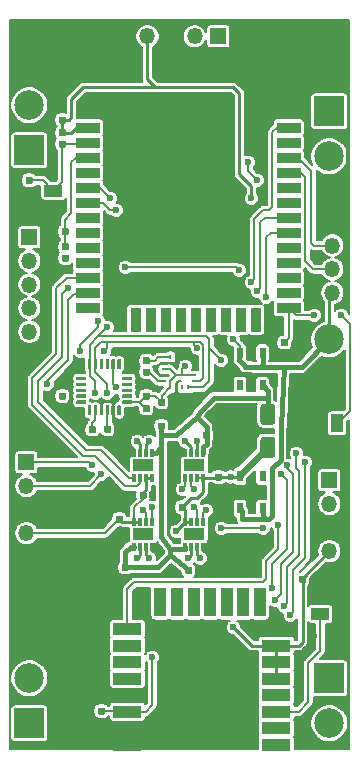
<source format=gtl>
G04 #@! TF.GenerationSoftware,KiCad,Pcbnew,(5.1.5)-3*
G04 #@! TF.CreationDate,2021-07-14T18:19:21-04:00*
G04 #@! TF.ProjectId,MotorDriver,4d6f746f-7244-4726-9976-65722e6b6963,rev?*
G04 #@! TF.SameCoordinates,Original*
G04 #@! TF.FileFunction,Copper,L1,Top*
G04 #@! TF.FilePolarity,Positive*
%FSLAX46Y46*%
G04 Gerber Fmt 4.6, Leading zero omitted, Abs format (unit mm)*
G04 Created by KiCad (PCBNEW (5.1.5)-3) date 2021-07-14 18:19:21*
%MOMM*%
%LPD*%
G04 APERTURE LIST*
%ADD10C,0.100000*%
%ADD11O,1.350000X1.350000*%
%ADD12R,1.350000X1.350000*%
%ADD13C,2.499360*%
%ADD14R,2.499360X2.499360*%
%ADD15R,0.508000X0.972299*%
%ADD16R,0.260000X0.450000*%
%ADD17R,0.450000X0.260000*%
%ADD18R,1.500000X1.000000*%
%ADD19R,1.000000X1.500000*%
%ADD20R,1.700000X1.000000*%
%ADD21R,0.300000X0.700000*%
%ADD22R,2.450000X1.000000*%
%ADD23R,1.000000X2.450000*%
%ADD24R,2.000000X0.900000*%
%ADD25R,0.900000X2.000000*%
%ADD26R,5.000000X5.000000*%
%ADD27C,0.600000*%
%ADD28C,0.900000*%
%ADD29C,0.800000*%
%ADD30C,0.200000*%
%ADD31C,0.600000*%
%ADD32C,0.250000*%
%ADD33C,0.400000*%
G04 APERTURE END LIST*
G04 #@! TA.AperFunction,SMDPad,CuDef*
D10*
G36*
X138568958Y-88072710D02*
G01*
X138583276Y-88074834D01*
X138597317Y-88078351D01*
X138610946Y-88083228D01*
X138624031Y-88089417D01*
X138636447Y-88096858D01*
X138648073Y-88105481D01*
X138658798Y-88115202D01*
X138668519Y-88125927D01*
X138677142Y-88137553D01*
X138684583Y-88149969D01*
X138690772Y-88163054D01*
X138695649Y-88176683D01*
X138699166Y-88190724D01*
X138701290Y-88205042D01*
X138702000Y-88219500D01*
X138702000Y-88564500D01*
X138701290Y-88578958D01*
X138699166Y-88593276D01*
X138695649Y-88607317D01*
X138690772Y-88620946D01*
X138684583Y-88634031D01*
X138677142Y-88646447D01*
X138668519Y-88658073D01*
X138658798Y-88668798D01*
X138648073Y-88678519D01*
X138636447Y-88687142D01*
X138624031Y-88694583D01*
X138610946Y-88700772D01*
X138597317Y-88705649D01*
X138583276Y-88709166D01*
X138568958Y-88711290D01*
X138554500Y-88712000D01*
X138259500Y-88712000D01*
X138245042Y-88711290D01*
X138230724Y-88709166D01*
X138216683Y-88705649D01*
X138203054Y-88700772D01*
X138189969Y-88694583D01*
X138177553Y-88687142D01*
X138165927Y-88678519D01*
X138155202Y-88668798D01*
X138145481Y-88658073D01*
X138136858Y-88646447D01*
X138129417Y-88634031D01*
X138123228Y-88620946D01*
X138118351Y-88607317D01*
X138114834Y-88593276D01*
X138112710Y-88578958D01*
X138112000Y-88564500D01*
X138112000Y-88219500D01*
X138112710Y-88205042D01*
X138114834Y-88190724D01*
X138118351Y-88176683D01*
X138123228Y-88163054D01*
X138129417Y-88149969D01*
X138136858Y-88137553D01*
X138145481Y-88125927D01*
X138155202Y-88115202D01*
X138165927Y-88105481D01*
X138177553Y-88096858D01*
X138189969Y-88089417D01*
X138203054Y-88083228D01*
X138216683Y-88078351D01*
X138230724Y-88074834D01*
X138245042Y-88072710D01*
X138259500Y-88072000D01*
X138554500Y-88072000D01*
X138568958Y-88072710D01*
G37*
G04 #@! TD.AperFunction*
G04 #@! TA.AperFunction,SMDPad,CuDef*
G36*
X137598958Y-88072710D02*
G01*
X137613276Y-88074834D01*
X137627317Y-88078351D01*
X137640946Y-88083228D01*
X137654031Y-88089417D01*
X137666447Y-88096858D01*
X137678073Y-88105481D01*
X137688798Y-88115202D01*
X137698519Y-88125927D01*
X137707142Y-88137553D01*
X137714583Y-88149969D01*
X137720772Y-88163054D01*
X137725649Y-88176683D01*
X137729166Y-88190724D01*
X137731290Y-88205042D01*
X137732000Y-88219500D01*
X137732000Y-88564500D01*
X137731290Y-88578958D01*
X137729166Y-88593276D01*
X137725649Y-88607317D01*
X137720772Y-88620946D01*
X137714583Y-88634031D01*
X137707142Y-88646447D01*
X137698519Y-88658073D01*
X137688798Y-88668798D01*
X137678073Y-88678519D01*
X137666447Y-88687142D01*
X137654031Y-88694583D01*
X137640946Y-88700772D01*
X137627317Y-88705649D01*
X137613276Y-88709166D01*
X137598958Y-88711290D01*
X137584500Y-88712000D01*
X137289500Y-88712000D01*
X137275042Y-88711290D01*
X137260724Y-88709166D01*
X137246683Y-88705649D01*
X137233054Y-88700772D01*
X137219969Y-88694583D01*
X137207553Y-88687142D01*
X137195927Y-88678519D01*
X137185202Y-88668798D01*
X137175481Y-88658073D01*
X137166858Y-88646447D01*
X137159417Y-88634031D01*
X137153228Y-88620946D01*
X137148351Y-88607317D01*
X137144834Y-88593276D01*
X137142710Y-88578958D01*
X137142000Y-88564500D01*
X137142000Y-88219500D01*
X137142710Y-88205042D01*
X137144834Y-88190724D01*
X137148351Y-88176683D01*
X137153228Y-88163054D01*
X137159417Y-88149969D01*
X137166858Y-88137553D01*
X137175481Y-88125927D01*
X137185202Y-88115202D01*
X137195927Y-88105481D01*
X137207553Y-88096858D01*
X137219969Y-88089417D01*
X137233054Y-88083228D01*
X137246683Y-88078351D01*
X137260724Y-88074834D01*
X137275042Y-88072710D01*
X137289500Y-88072000D01*
X137584500Y-88072000D01*
X137598958Y-88072710D01*
G37*
G04 #@! TD.AperFunction*
G04 #@! TA.AperFunction,SMDPad,CuDef*
G36*
X138616958Y-89390710D02*
G01*
X138631276Y-89392834D01*
X138645317Y-89396351D01*
X138658946Y-89401228D01*
X138672031Y-89407417D01*
X138684447Y-89414858D01*
X138696073Y-89423481D01*
X138706798Y-89433202D01*
X138716519Y-89443927D01*
X138725142Y-89455553D01*
X138732583Y-89467969D01*
X138738772Y-89481054D01*
X138743649Y-89494683D01*
X138747166Y-89508724D01*
X138749290Y-89523042D01*
X138750000Y-89537500D01*
X138750000Y-89832500D01*
X138749290Y-89846958D01*
X138747166Y-89861276D01*
X138743649Y-89875317D01*
X138738772Y-89888946D01*
X138732583Y-89902031D01*
X138725142Y-89914447D01*
X138716519Y-89926073D01*
X138706798Y-89936798D01*
X138696073Y-89946519D01*
X138684447Y-89955142D01*
X138672031Y-89962583D01*
X138658946Y-89968772D01*
X138645317Y-89973649D01*
X138631276Y-89977166D01*
X138616958Y-89979290D01*
X138602500Y-89980000D01*
X138257500Y-89980000D01*
X138243042Y-89979290D01*
X138228724Y-89977166D01*
X138214683Y-89973649D01*
X138201054Y-89968772D01*
X138187969Y-89962583D01*
X138175553Y-89955142D01*
X138163927Y-89946519D01*
X138153202Y-89936798D01*
X138143481Y-89926073D01*
X138134858Y-89914447D01*
X138127417Y-89902031D01*
X138121228Y-89888946D01*
X138116351Y-89875317D01*
X138112834Y-89861276D01*
X138110710Y-89846958D01*
X138110000Y-89832500D01*
X138110000Y-89537500D01*
X138110710Y-89523042D01*
X138112834Y-89508724D01*
X138116351Y-89494683D01*
X138121228Y-89481054D01*
X138127417Y-89467969D01*
X138134858Y-89455553D01*
X138143481Y-89443927D01*
X138153202Y-89433202D01*
X138163927Y-89423481D01*
X138175553Y-89414858D01*
X138187969Y-89407417D01*
X138201054Y-89401228D01*
X138214683Y-89396351D01*
X138228724Y-89392834D01*
X138243042Y-89390710D01*
X138257500Y-89390000D01*
X138602500Y-89390000D01*
X138616958Y-89390710D01*
G37*
G04 #@! TD.AperFunction*
G04 #@! TA.AperFunction,SMDPad,CuDef*
G36*
X138616958Y-90360710D02*
G01*
X138631276Y-90362834D01*
X138645317Y-90366351D01*
X138658946Y-90371228D01*
X138672031Y-90377417D01*
X138684447Y-90384858D01*
X138696073Y-90393481D01*
X138706798Y-90403202D01*
X138716519Y-90413927D01*
X138725142Y-90425553D01*
X138732583Y-90437969D01*
X138738772Y-90451054D01*
X138743649Y-90464683D01*
X138747166Y-90478724D01*
X138749290Y-90493042D01*
X138750000Y-90507500D01*
X138750000Y-90802500D01*
X138749290Y-90816958D01*
X138747166Y-90831276D01*
X138743649Y-90845317D01*
X138738772Y-90858946D01*
X138732583Y-90872031D01*
X138725142Y-90884447D01*
X138716519Y-90896073D01*
X138706798Y-90906798D01*
X138696073Y-90916519D01*
X138684447Y-90925142D01*
X138672031Y-90932583D01*
X138658946Y-90938772D01*
X138645317Y-90943649D01*
X138631276Y-90947166D01*
X138616958Y-90949290D01*
X138602500Y-90950000D01*
X138257500Y-90950000D01*
X138243042Y-90949290D01*
X138228724Y-90947166D01*
X138214683Y-90943649D01*
X138201054Y-90938772D01*
X138187969Y-90932583D01*
X138175553Y-90925142D01*
X138163927Y-90916519D01*
X138153202Y-90906798D01*
X138143481Y-90896073D01*
X138134858Y-90884447D01*
X138127417Y-90872031D01*
X138121228Y-90858946D01*
X138116351Y-90845317D01*
X138112834Y-90831276D01*
X138110710Y-90816958D01*
X138110000Y-90802500D01*
X138110000Y-90507500D01*
X138110710Y-90493042D01*
X138112834Y-90478724D01*
X138116351Y-90464683D01*
X138121228Y-90451054D01*
X138127417Y-90437969D01*
X138134858Y-90425553D01*
X138143481Y-90413927D01*
X138153202Y-90403202D01*
X138163927Y-90393481D01*
X138175553Y-90384858D01*
X138187969Y-90377417D01*
X138201054Y-90371228D01*
X138214683Y-90366351D01*
X138228724Y-90362834D01*
X138243042Y-90360710D01*
X138257500Y-90360000D01*
X138602500Y-90360000D01*
X138616958Y-90360710D01*
G37*
G04 #@! TD.AperFunction*
D11*
X135382000Y-96900000D03*
X135382000Y-94900000D03*
X135382000Y-92900000D03*
X135382000Y-90900000D03*
D12*
X135382000Y-88900000D03*
D11*
X161036000Y-93598000D03*
X161036000Y-91598000D03*
X161036000Y-89598000D03*
X161036000Y-87598000D03*
D12*
X161036000Y-85598000D03*
D13*
X160782000Y-97536000D03*
D14*
X160782000Y-101346000D03*
G04 #@! TA.AperFunction,SMDPad,CuDef*
D10*
G36*
X145172958Y-110424710D02*
G01*
X145187276Y-110426834D01*
X145201317Y-110430351D01*
X145214946Y-110435228D01*
X145228031Y-110441417D01*
X145240447Y-110448858D01*
X145252073Y-110457481D01*
X145262798Y-110467202D01*
X145272519Y-110477927D01*
X145281142Y-110489553D01*
X145288583Y-110501969D01*
X145294772Y-110515054D01*
X145299649Y-110528683D01*
X145303166Y-110542724D01*
X145305290Y-110557042D01*
X145306000Y-110571500D01*
X145306000Y-110916500D01*
X145305290Y-110930958D01*
X145303166Y-110945276D01*
X145299649Y-110959317D01*
X145294772Y-110972946D01*
X145288583Y-110986031D01*
X145281142Y-110998447D01*
X145272519Y-111010073D01*
X145262798Y-111020798D01*
X145252073Y-111030519D01*
X145240447Y-111039142D01*
X145228031Y-111046583D01*
X145214946Y-111052772D01*
X145201317Y-111057649D01*
X145187276Y-111061166D01*
X145172958Y-111063290D01*
X145158500Y-111064000D01*
X144863500Y-111064000D01*
X144849042Y-111063290D01*
X144834724Y-111061166D01*
X144820683Y-111057649D01*
X144807054Y-111052772D01*
X144793969Y-111046583D01*
X144781553Y-111039142D01*
X144769927Y-111030519D01*
X144759202Y-111020798D01*
X144749481Y-111010073D01*
X144740858Y-110998447D01*
X144733417Y-110986031D01*
X144727228Y-110972946D01*
X144722351Y-110959317D01*
X144718834Y-110945276D01*
X144716710Y-110930958D01*
X144716000Y-110916500D01*
X144716000Y-110571500D01*
X144716710Y-110557042D01*
X144718834Y-110542724D01*
X144722351Y-110528683D01*
X144727228Y-110515054D01*
X144733417Y-110501969D01*
X144740858Y-110489553D01*
X144749481Y-110477927D01*
X144759202Y-110467202D01*
X144769927Y-110457481D01*
X144781553Y-110448858D01*
X144793969Y-110441417D01*
X144807054Y-110435228D01*
X144820683Y-110430351D01*
X144834724Y-110426834D01*
X144849042Y-110424710D01*
X144863500Y-110424000D01*
X145158500Y-110424000D01*
X145172958Y-110424710D01*
G37*
G04 #@! TD.AperFunction*
G04 #@! TA.AperFunction,SMDPad,CuDef*
G36*
X144202958Y-110424710D02*
G01*
X144217276Y-110426834D01*
X144231317Y-110430351D01*
X144244946Y-110435228D01*
X144258031Y-110441417D01*
X144270447Y-110448858D01*
X144282073Y-110457481D01*
X144292798Y-110467202D01*
X144302519Y-110477927D01*
X144311142Y-110489553D01*
X144318583Y-110501969D01*
X144324772Y-110515054D01*
X144329649Y-110528683D01*
X144333166Y-110542724D01*
X144335290Y-110557042D01*
X144336000Y-110571500D01*
X144336000Y-110916500D01*
X144335290Y-110930958D01*
X144333166Y-110945276D01*
X144329649Y-110959317D01*
X144324772Y-110972946D01*
X144318583Y-110986031D01*
X144311142Y-110998447D01*
X144302519Y-111010073D01*
X144292798Y-111020798D01*
X144282073Y-111030519D01*
X144270447Y-111039142D01*
X144258031Y-111046583D01*
X144244946Y-111052772D01*
X144231317Y-111057649D01*
X144217276Y-111061166D01*
X144202958Y-111063290D01*
X144188500Y-111064000D01*
X143893500Y-111064000D01*
X143879042Y-111063290D01*
X143864724Y-111061166D01*
X143850683Y-111057649D01*
X143837054Y-111052772D01*
X143823969Y-111046583D01*
X143811553Y-111039142D01*
X143799927Y-111030519D01*
X143789202Y-111020798D01*
X143779481Y-111010073D01*
X143770858Y-110998447D01*
X143763417Y-110986031D01*
X143757228Y-110972946D01*
X143752351Y-110959317D01*
X143748834Y-110945276D01*
X143746710Y-110930958D01*
X143746000Y-110916500D01*
X143746000Y-110571500D01*
X143746710Y-110557042D01*
X143748834Y-110542724D01*
X143752351Y-110528683D01*
X143757228Y-110515054D01*
X143763417Y-110501969D01*
X143770858Y-110489553D01*
X143779481Y-110477927D01*
X143789202Y-110467202D01*
X143799927Y-110457481D01*
X143811553Y-110448858D01*
X143823969Y-110441417D01*
X143837054Y-110435228D01*
X143850683Y-110430351D01*
X143864724Y-110426834D01*
X143879042Y-110424710D01*
X143893500Y-110424000D01*
X144188500Y-110424000D01*
X144202958Y-110424710D01*
G37*
G04 #@! TD.AperFunction*
G04 #@! TA.AperFunction,SMDPad,CuDef*
G36*
X151570958Y-108902710D02*
G01*
X151585276Y-108904834D01*
X151599317Y-108908351D01*
X151612946Y-108913228D01*
X151626031Y-108919417D01*
X151638447Y-108926858D01*
X151650073Y-108935481D01*
X151660798Y-108945202D01*
X151670519Y-108955927D01*
X151679142Y-108967553D01*
X151686583Y-108979969D01*
X151692772Y-108993054D01*
X151697649Y-109006683D01*
X151701166Y-109020724D01*
X151703290Y-109035042D01*
X151704000Y-109049500D01*
X151704000Y-109344500D01*
X151703290Y-109358958D01*
X151701166Y-109373276D01*
X151697649Y-109387317D01*
X151692772Y-109400946D01*
X151686583Y-109414031D01*
X151679142Y-109426447D01*
X151670519Y-109438073D01*
X151660798Y-109448798D01*
X151650073Y-109458519D01*
X151638447Y-109467142D01*
X151626031Y-109474583D01*
X151612946Y-109480772D01*
X151599317Y-109485649D01*
X151585276Y-109489166D01*
X151570958Y-109491290D01*
X151556500Y-109492000D01*
X151211500Y-109492000D01*
X151197042Y-109491290D01*
X151182724Y-109489166D01*
X151168683Y-109485649D01*
X151155054Y-109480772D01*
X151141969Y-109474583D01*
X151129553Y-109467142D01*
X151117927Y-109458519D01*
X151107202Y-109448798D01*
X151097481Y-109438073D01*
X151088858Y-109426447D01*
X151081417Y-109414031D01*
X151075228Y-109400946D01*
X151070351Y-109387317D01*
X151066834Y-109373276D01*
X151064710Y-109358958D01*
X151064000Y-109344500D01*
X151064000Y-109049500D01*
X151064710Y-109035042D01*
X151066834Y-109020724D01*
X151070351Y-109006683D01*
X151075228Y-108993054D01*
X151081417Y-108979969D01*
X151088858Y-108967553D01*
X151097481Y-108955927D01*
X151107202Y-108945202D01*
X151117927Y-108935481D01*
X151129553Y-108926858D01*
X151141969Y-108919417D01*
X151155054Y-108913228D01*
X151168683Y-108908351D01*
X151182724Y-108904834D01*
X151197042Y-108902710D01*
X151211500Y-108902000D01*
X151556500Y-108902000D01*
X151570958Y-108902710D01*
G37*
G04 #@! TD.AperFunction*
G04 #@! TA.AperFunction,SMDPad,CuDef*
G36*
X151570958Y-107932710D02*
G01*
X151585276Y-107934834D01*
X151599317Y-107938351D01*
X151612946Y-107943228D01*
X151626031Y-107949417D01*
X151638447Y-107956858D01*
X151650073Y-107965481D01*
X151660798Y-107975202D01*
X151670519Y-107985927D01*
X151679142Y-107997553D01*
X151686583Y-108009969D01*
X151692772Y-108023054D01*
X151697649Y-108036683D01*
X151701166Y-108050724D01*
X151703290Y-108065042D01*
X151704000Y-108079500D01*
X151704000Y-108374500D01*
X151703290Y-108388958D01*
X151701166Y-108403276D01*
X151697649Y-108417317D01*
X151692772Y-108430946D01*
X151686583Y-108444031D01*
X151679142Y-108456447D01*
X151670519Y-108468073D01*
X151660798Y-108478798D01*
X151650073Y-108488519D01*
X151638447Y-108497142D01*
X151626031Y-108504583D01*
X151612946Y-108510772D01*
X151599317Y-108515649D01*
X151585276Y-108519166D01*
X151570958Y-108521290D01*
X151556500Y-108522000D01*
X151211500Y-108522000D01*
X151197042Y-108521290D01*
X151182724Y-108519166D01*
X151168683Y-108515649D01*
X151155054Y-108510772D01*
X151141969Y-108504583D01*
X151129553Y-108497142D01*
X151117927Y-108488519D01*
X151107202Y-108478798D01*
X151097481Y-108468073D01*
X151088858Y-108456447D01*
X151081417Y-108444031D01*
X151075228Y-108430946D01*
X151070351Y-108417317D01*
X151066834Y-108403276D01*
X151064710Y-108388958D01*
X151064000Y-108374500D01*
X151064000Y-108079500D01*
X151064710Y-108065042D01*
X151066834Y-108050724D01*
X151070351Y-108036683D01*
X151075228Y-108023054D01*
X151081417Y-108009969D01*
X151088858Y-107997553D01*
X151097481Y-107985927D01*
X151107202Y-107975202D01*
X151117927Y-107965481D01*
X151129553Y-107956858D01*
X151141969Y-107949417D01*
X151155054Y-107943228D01*
X151168683Y-107938351D01*
X151182724Y-107934834D01*
X151197042Y-107932710D01*
X151211500Y-107932000D01*
X151556500Y-107932000D01*
X151570958Y-107932710D01*
G37*
G04 #@! TD.AperFunction*
G04 #@! TA.AperFunction,SMDPad,CuDef*
G36*
X148474958Y-111440710D02*
G01*
X148489276Y-111442834D01*
X148503317Y-111446351D01*
X148516946Y-111451228D01*
X148530031Y-111457417D01*
X148542447Y-111464858D01*
X148554073Y-111473481D01*
X148564798Y-111483202D01*
X148574519Y-111493927D01*
X148583142Y-111505553D01*
X148590583Y-111517969D01*
X148596772Y-111531054D01*
X148601649Y-111544683D01*
X148605166Y-111558724D01*
X148607290Y-111573042D01*
X148608000Y-111587500D01*
X148608000Y-111932500D01*
X148607290Y-111946958D01*
X148605166Y-111961276D01*
X148601649Y-111975317D01*
X148596772Y-111988946D01*
X148590583Y-112002031D01*
X148583142Y-112014447D01*
X148574519Y-112026073D01*
X148564798Y-112036798D01*
X148554073Y-112046519D01*
X148542447Y-112055142D01*
X148530031Y-112062583D01*
X148516946Y-112068772D01*
X148503317Y-112073649D01*
X148489276Y-112077166D01*
X148474958Y-112079290D01*
X148460500Y-112080000D01*
X148165500Y-112080000D01*
X148151042Y-112079290D01*
X148136724Y-112077166D01*
X148122683Y-112073649D01*
X148109054Y-112068772D01*
X148095969Y-112062583D01*
X148083553Y-112055142D01*
X148071927Y-112046519D01*
X148061202Y-112036798D01*
X148051481Y-112026073D01*
X148042858Y-112014447D01*
X148035417Y-112002031D01*
X148029228Y-111988946D01*
X148024351Y-111975317D01*
X148020834Y-111961276D01*
X148018710Y-111946958D01*
X148018000Y-111932500D01*
X148018000Y-111587500D01*
X148018710Y-111573042D01*
X148020834Y-111558724D01*
X148024351Y-111544683D01*
X148029228Y-111531054D01*
X148035417Y-111517969D01*
X148042858Y-111505553D01*
X148051481Y-111493927D01*
X148061202Y-111483202D01*
X148071927Y-111473481D01*
X148083553Y-111464858D01*
X148095969Y-111457417D01*
X148109054Y-111451228D01*
X148122683Y-111446351D01*
X148136724Y-111442834D01*
X148151042Y-111440710D01*
X148165500Y-111440000D01*
X148460500Y-111440000D01*
X148474958Y-111440710D01*
G37*
G04 #@! TD.AperFunction*
G04 #@! TA.AperFunction,SMDPad,CuDef*
G36*
X147504958Y-111440710D02*
G01*
X147519276Y-111442834D01*
X147533317Y-111446351D01*
X147546946Y-111451228D01*
X147560031Y-111457417D01*
X147572447Y-111464858D01*
X147584073Y-111473481D01*
X147594798Y-111483202D01*
X147604519Y-111493927D01*
X147613142Y-111505553D01*
X147620583Y-111517969D01*
X147626772Y-111531054D01*
X147631649Y-111544683D01*
X147635166Y-111558724D01*
X147637290Y-111573042D01*
X147638000Y-111587500D01*
X147638000Y-111932500D01*
X147637290Y-111946958D01*
X147635166Y-111961276D01*
X147631649Y-111975317D01*
X147626772Y-111988946D01*
X147620583Y-112002031D01*
X147613142Y-112014447D01*
X147604519Y-112026073D01*
X147594798Y-112036798D01*
X147584073Y-112046519D01*
X147572447Y-112055142D01*
X147560031Y-112062583D01*
X147546946Y-112068772D01*
X147533317Y-112073649D01*
X147519276Y-112077166D01*
X147504958Y-112079290D01*
X147490500Y-112080000D01*
X147195500Y-112080000D01*
X147181042Y-112079290D01*
X147166724Y-112077166D01*
X147152683Y-112073649D01*
X147139054Y-112068772D01*
X147125969Y-112062583D01*
X147113553Y-112055142D01*
X147101927Y-112046519D01*
X147091202Y-112036798D01*
X147081481Y-112026073D01*
X147072858Y-112014447D01*
X147065417Y-112002031D01*
X147059228Y-111988946D01*
X147054351Y-111975317D01*
X147050834Y-111961276D01*
X147048710Y-111946958D01*
X147048000Y-111932500D01*
X147048000Y-111587500D01*
X147048710Y-111573042D01*
X147050834Y-111558724D01*
X147054351Y-111544683D01*
X147059228Y-111531054D01*
X147065417Y-111517969D01*
X147072858Y-111505553D01*
X147081481Y-111493927D01*
X147091202Y-111483202D01*
X147101927Y-111473481D01*
X147113553Y-111464858D01*
X147125969Y-111457417D01*
X147139054Y-111451228D01*
X147152683Y-111446351D01*
X147166724Y-111442834D01*
X147181042Y-111440710D01*
X147195500Y-111440000D01*
X147490500Y-111440000D01*
X147504958Y-111440710D01*
G37*
G04 #@! TD.AperFunction*
G04 #@! TA.AperFunction,SMDPad,CuDef*
G36*
X143188958Y-112458710D02*
G01*
X143203276Y-112460834D01*
X143217317Y-112464351D01*
X143230946Y-112469228D01*
X143244031Y-112475417D01*
X143256447Y-112482858D01*
X143268073Y-112491481D01*
X143278798Y-112501202D01*
X143288519Y-112511927D01*
X143297142Y-112523553D01*
X143304583Y-112535969D01*
X143310772Y-112549054D01*
X143315649Y-112562683D01*
X143319166Y-112576724D01*
X143321290Y-112591042D01*
X143322000Y-112605500D01*
X143322000Y-112900500D01*
X143321290Y-112914958D01*
X143319166Y-112929276D01*
X143315649Y-112943317D01*
X143310772Y-112956946D01*
X143304583Y-112970031D01*
X143297142Y-112982447D01*
X143288519Y-112994073D01*
X143278798Y-113004798D01*
X143268073Y-113014519D01*
X143256447Y-113023142D01*
X143244031Y-113030583D01*
X143230946Y-113036772D01*
X143217317Y-113041649D01*
X143203276Y-113045166D01*
X143188958Y-113047290D01*
X143174500Y-113048000D01*
X142829500Y-113048000D01*
X142815042Y-113047290D01*
X142800724Y-113045166D01*
X142786683Y-113041649D01*
X142773054Y-113036772D01*
X142759969Y-113030583D01*
X142747553Y-113023142D01*
X142735927Y-113014519D01*
X142725202Y-113004798D01*
X142715481Y-112994073D01*
X142706858Y-112982447D01*
X142699417Y-112970031D01*
X142693228Y-112956946D01*
X142688351Y-112943317D01*
X142684834Y-112929276D01*
X142682710Y-112914958D01*
X142682000Y-112900500D01*
X142682000Y-112605500D01*
X142682710Y-112591042D01*
X142684834Y-112576724D01*
X142688351Y-112562683D01*
X142693228Y-112549054D01*
X142699417Y-112535969D01*
X142706858Y-112523553D01*
X142715481Y-112511927D01*
X142725202Y-112501202D01*
X142735927Y-112491481D01*
X142747553Y-112482858D01*
X142759969Y-112475417D01*
X142773054Y-112469228D01*
X142786683Y-112464351D01*
X142800724Y-112460834D01*
X142815042Y-112458710D01*
X142829500Y-112458000D01*
X143174500Y-112458000D01*
X143188958Y-112458710D01*
G37*
G04 #@! TD.AperFunction*
G04 #@! TA.AperFunction,SMDPad,CuDef*
G36*
X143188958Y-111488710D02*
G01*
X143203276Y-111490834D01*
X143217317Y-111494351D01*
X143230946Y-111499228D01*
X143244031Y-111505417D01*
X143256447Y-111512858D01*
X143268073Y-111521481D01*
X143278798Y-111531202D01*
X143288519Y-111541927D01*
X143297142Y-111553553D01*
X143304583Y-111565969D01*
X143310772Y-111579054D01*
X143315649Y-111592683D01*
X143319166Y-111606724D01*
X143321290Y-111621042D01*
X143322000Y-111635500D01*
X143322000Y-111930500D01*
X143321290Y-111944958D01*
X143319166Y-111959276D01*
X143315649Y-111973317D01*
X143310772Y-111986946D01*
X143304583Y-112000031D01*
X143297142Y-112012447D01*
X143288519Y-112024073D01*
X143278798Y-112034798D01*
X143268073Y-112044519D01*
X143256447Y-112053142D01*
X143244031Y-112060583D01*
X143230946Y-112066772D01*
X143217317Y-112071649D01*
X143203276Y-112075166D01*
X143188958Y-112077290D01*
X143174500Y-112078000D01*
X142829500Y-112078000D01*
X142815042Y-112077290D01*
X142800724Y-112075166D01*
X142786683Y-112071649D01*
X142773054Y-112066772D01*
X142759969Y-112060583D01*
X142747553Y-112053142D01*
X142735927Y-112044519D01*
X142725202Y-112034798D01*
X142715481Y-112024073D01*
X142706858Y-112012447D01*
X142699417Y-112000031D01*
X142693228Y-111986946D01*
X142688351Y-111973317D01*
X142684834Y-111959276D01*
X142682710Y-111944958D01*
X142682000Y-111930500D01*
X142682000Y-111635500D01*
X142682710Y-111621042D01*
X142684834Y-111606724D01*
X142688351Y-111592683D01*
X142693228Y-111579054D01*
X142699417Y-111565969D01*
X142706858Y-111553553D01*
X142715481Y-111541927D01*
X142725202Y-111531202D01*
X142735927Y-111521481D01*
X142747553Y-111512858D01*
X142759969Y-111505417D01*
X142773054Y-111499228D01*
X142786683Y-111494351D01*
X142800724Y-111490834D01*
X142815042Y-111488710D01*
X142829500Y-111488000D01*
X143174500Y-111488000D01*
X143188958Y-111488710D01*
G37*
G04 #@! TD.AperFunction*
G04 #@! TA.AperFunction,SMDPad,CuDef*
G36*
X150552958Y-105344710D02*
G01*
X150567276Y-105346834D01*
X150581317Y-105350351D01*
X150594946Y-105355228D01*
X150608031Y-105361417D01*
X150620447Y-105368858D01*
X150632073Y-105377481D01*
X150642798Y-105387202D01*
X150652519Y-105397927D01*
X150661142Y-105409553D01*
X150668583Y-105421969D01*
X150674772Y-105435054D01*
X150679649Y-105448683D01*
X150683166Y-105462724D01*
X150685290Y-105477042D01*
X150686000Y-105491500D01*
X150686000Y-105836500D01*
X150685290Y-105850958D01*
X150683166Y-105865276D01*
X150679649Y-105879317D01*
X150674772Y-105892946D01*
X150668583Y-105906031D01*
X150661142Y-105918447D01*
X150652519Y-105930073D01*
X150642798Y-105940798D01*
X150632073Y-105950519D01*
X150620447Y-105959142D01*
X150608031Y-105966583D01*
X150594946Y-105972772D01*
X150581317Y-105977649D01*
X150567276Y-105981166D01*
X150552958Y-105983290D01*
X150538500Y-105984000D01*
X150243500Y-105984000D01*
X150229042Y-105983290D01*
X150214724Y-105981166D01*
X150200683Y-105977649D01*
X150187054Y-105972772D01*
X150173969Y-105966583D01*
X150161553Y-105959142D01*
X150149927Y-105950519D01*
X150139202Y-105940798D01*
X150129481Y-105930073D01*
X150120858Y-105918447D01*
X150113417Y-105906031D01*
X150107228Y-105892946D01*
X150102351Y-105879317D01*
X150098834Y-105865276D01*
X150096710Y-105850958D01*
X150096000Y-105836500D01*
X150096000Y-105491500D01*
X150096710Y-105477042D01*
X150098834Y-105462724D01*
X150102351Y-105448683D01*
X150107228Y-105435054D01*
X150113417Y-105421969D01*
X150120858Y-105409553D01*
X150129481Y-105397927D01*
X150139202Y-105387202D01*
X150149927Y-105377481D01*
X150161553Y-105368858D01*
X150173969Y-105361417D01*
X150187054Y-105355228D01*
X150200683Y-105350351D01*
X150214724Y-105346834D01*
X150229042Y-105344710D01*
X150243500Y-105344000D01*
X150538500Y-105344000D01*
X150552958Y-105344710D01*
G37*
G04 #@! TD.AperFunction*
G04 #@! TA.AperFunction,SMDPad,CuDef*
G36*
X151522958Y-105344710D02*
G01*
X151537276Y-105346834D01*
X151551317Y-105350351D01*
X151564946Y-105355228D01*
X151578031Y-105361417D01*
X151590447Y-105368858D01*
X151602073Y-105377481D01*
X151612798Y-105387202D01*
X151622519Y-105397927D01*
X151631142Y-105409553D01*
X151638583Y-105421969D01*
X151644772Y-105435054D01*
X151649649Y-105448683D01*
X151653166Y-105462724D01*
X151655290Y-105477042D01*
X151656000Y-105491500D01*
X151656000Y-105836500D01*
X151655290Y-105850958D01*
X151653166Y-105865276D01*
X151649649Y-105879317D01*
X151644772Y-105892946D01*
X151638583Y-105906031D01*
X151631142Y-105918447D01*
X151622519Y-105930073D01*
X151612798Y-105940798D01*
X151602073Y-105950519D01*
X151590447Y-105959142D01*
X151578031Y-105966583D01*
X151564946Y-105972772D01*
X151551317Y-105977649D01*
X151537276Y-105981166D01*
X151522958Y-105983290D01*
X151508500Y-105984000D01*
X151213500Y-105984000D01*
X151199042Y-105983290D01*
X151184724Y-105981166D01*
X151170683Y-105977649D01*
X151157054Y-105972772D01*
X151143969Y-105966583D01*
X151131553Y-105959142D01*
X151119927Y-105950519D01*
X151109202Y-105940798D01*
X151099481Y-105930073D01*
X151090858Y-105918447D01*
X151083417Y-105906031D01*
X151077228Y-105892946D01*
X151072351Y-105879317D01*
X151068834Y-105865276D01*
X151066710Y-105850958D01*
X151066000Y-105836500D01*
X151066000Y-105491500D01*
X151066710Y-105477042D01*
X151068834Y-105462724D01*
X151072351Y-105448683D01*
X151077228Y-105435054D01*
X151083417Y-105421969D01*
X151090858Y-105409553D01*
X151099481Y-105397927D01*
X151109202Y-105387202D01*
X151119927Y-105377481D01*
X151131553Y-105368858D01*
X151143969Y-105361417D01*
X151157054Y-105355228D01*
X151170683Y-105350351D01*
X151184724Y-105346834D01*
X151199042Y-105344710D01*
X151213500Y-105344000D01*
X151508500Y-105344000D01*
X151522958Y-105344710D01*
G37*
G04 #@! TD.AperFunction*
G04 #@! TA.AperFunction,SMDPad,CuDef*
G36*
X143648958Y-116520710D02*
G01*
X143663276Y-116522834D01*
X143677317Y-116526351D01*
X143690946Y-116531228D01*
X143704031Y-116537417D01*
X143716447Y-116544858D01*
X143728073Y-116553481D01*
X143738798Y-116563202D01*
X143748519Y-116573927D01*
X143757142Y-116585553D01*
X143764583Y-116597969D01*
X143770772Y-116611054D01*
X143775649Y-116624683D01*
X143779166Y-116638724D01*
X143781290Y-116653042D01*
X143782000Y-116667500D01*
X143782000Y-117012500D01*
X143781290Y-117026958D01*
X143779166Y-117041276D01*
X143775649Y-117055317D01*
X143770772Y-117068946D01*
X143764583Y-117082031D01*
X143757142Y-117094447D01*
X143748519Y-117106073D01*
X143738798Y-117116798D01*
X143728073Y-117126519D01*
X143716447Y-117135142D01*
X143704031Y-117142583D01*
X143690946Y-117148772D01*
X143677317Y-117153649D01*
X143663276Y-117157166D01*
X143648958Y-117159290D01*
X143634500Y-117160000D01*
X143339500Y-117160000D01*
X143325042Y-117159290D01*
X143310724Y-117157166D01*
X143296683Y-117153649D01*
X143283054Y-117148772D01*
X143269969Y-117142583D01*
X143257553Y-117135142D01*
X143245927Y-117126519D01*
X143235202Y-117116798D01*
X143225481Y-117106073D01*
X143216858Y-117094447D01*
X143209417Y-117082031D01*
X143203228Y-117068946D01*
X143198351Y-117055317D01*
X143194834Y-117041276D01*
X143192710Y-117026958D01*
X143192000Y-117012500D01*
X143192000Y-116667500D01*
X143192710Y-116653042D01*
X143194834Y-116638724D01*
X143198351Y-116624683D01*
X143203228Y-116611054D01*
X143209417Y-116597969D01*
X143216858Y-116585553D01*
X143225481Y-116573927D01*
X143235202Y-116563202D01*
X143245927Y-116553481D01*
X143257553Y-116544858D01*
X143269969Y-116537417D01*
X143283054Y-116531228D01*
X143296683Y-116526351D01*
X143310724Y-116522834D01*
X143325042Y-116520710D01*
X143339500Y-116520000D01*
X143634500Y-116520000D01*
X143648958Y-116520710D01*
G37*
G04 #@! TD.AperFunction*
G04 #@! TA.AperFunction,SMDPad,CuDef*
G36*
X142678958Y-116520710D02*
G01*
X142693276Y-116522834D01*
X142707317Y-116526351D01*
X142720946Y-116531228D01*
X142734031Y-116537417D01*
X142746447Y-116544858D01*
X142758073Y-116553481D01*
X142768798Y-116563202D01*
X142778519Y-116573927D01*
X142787142Y-116585553D01*
X142794583Y-116597969D01*
X142800772Y-116611054D01*
X142805649Y-116624683D01*
X142809166Y-116638724D01*
X142811290Y-116653042D01*
X142812000Y-116667500D01*
X142812000Y-117012500D01*
X142811290Y-117026958D01*
X142809166Y-117041276D01*
X142805649Y-117055317D01*
X142800772Y-117068946D01*
X142794583Y-117082031D01*
X142787142Y-117094447D01*
X142778519Y-117106073D01*
X142768798Y-117116798D01*
X142758073Y-117126519D01*
X142746447Y-117135142D01*
X142734031Y-117142583D01*
X142720946Y-117148772D01*
X142707317Y-117153649D01*
X142693276Y-117157166D01*
X142678958Y-117159290D01*
X142664500Y-117160000D01*
X142369500Y-117160000D01*
X142355042Y-117159290D01*
X142340724Y-117157166D01*
X142326683Y-117153649D01*
X142313054Y-117148772D01*
X142299969Y-117142583D01*
X142287553Y-117135142D01*
X142275927Y-117126519D01*
X142265202Y-117116798D01*
X142255481Y-117106073D01*
X142246858Y-117094447D01*
X142239417Y-117082031D01*
X142233228Y-117068946D01*
X142228351Y-117055317D01*
X142224834Y-117041276D01*
X142222710Y-117026958D01*
X142222000Y-117012500D01*
X142222000Y-116667500D01*
X142222710Y-116653042D01*
X142224834Y-116638724D01*
X142228351Y-116624683D01*
X142233228Y-116611054D01*
X142239417Y-116597969D01*
X142246858Y-116585553D01*
X142255481Y-116573927D01*
X142265202Y-116563202D01*
X142275927Y-116553481D01*
X142287553Y-116544858D01*
X142299969Y-116537417D01*
X142313054Y-116531228D01*
X142326683Y-116526351D01*
X142340724Y-116522834D01*
X142355042Y-116520710D01*
X142369500Y-116520000D01*
X142664500Y-116520000D01*
X142678958Y-116520710D01*
G37*
G04 #@! TD.AperFunction*
G04 #@! TA.AperFunction,SMDPad,CuDef*
G36*
X146744958Y-104584710D02*
G01*
X146759276Y-104586834D01*
X146773317Y-104590351D01*
X146786946Y-104595228D01*
X146800031Y-104601417D01*
X146812447Y-104608858D01*
X146824073Y-104617481D01*
X146834798Y-104627202D01*
X146844519Y-104637927D01*
X146853142Y-104649553D01*
X146860583Y-104661969D01*
X146866772Y-104675054D01*
X146871649Y-104688683D01*
X146875166Y-104702724D01*
X146877290Y-104717042D01*
X146878000Y-104731500D01*
X146878000Y-105026500D01*
X146877290Y-105040958D01*
X146875166Y-105055276D01*
X146871649Y-105069317D01*
X146866772Y-105082946D01*
X146860583Y-105096031D01*
X146853142Y-105108447D01*
X146844519Y-105120073D01*
X146834798Y-105130798D01*
X146824073Y-105140519D01*
X146812447Y-105149142D01*
X146800031Y-105156583D01*
X146786946Y-105162772D01*
X146773317Y-105167649D01*
X146759276Y-105171166D01*
X146744958Y-105173290D01*
X146730500Y-105174000D01*
X146385500Y-105174000D01*
X146371042Y-105173290D01*
X146356724Y-105171166D01*
X146342683Y-105167649D01*
X146329054Y-105162772D01*
X146315969Y-105156583D01*
X146303553Y-105149142D01*
X146291927Y-105140519D01*
X146281202Y-105130798D01*
X146271481Y-105120073D01*
X146262858Y-105108447D01*
X146255417Y-105096031D01*
X146249228Y-105082946D01*
X146244351Y-105069317D01*
X146240834Y-105055276D01*
X146238710Y-105040958D01*
X146238000Y-105026500D01*
X146238000Y-104731500D01*
X146238710Y-104717042D01*
X146240834Y-104702724D01*
X146244351Y-104688683D01*
X146249228Y-104675054D01*
X146255417Y-104661969D01*
X146262858Y-104649553D01*
X146271481Y-104637927D01*
X146281202Y-104627202D01*
X146291927Y-104617481D01*
X146303553Y-104608858D01*
X146315969Y-104601417D01*
X146329054Y-104595228D01*
X146342683Y-104590351D01*
X146356724Y-104586834D01*
X146371042Y-104584710D01*
X146385500Y-104584000D01*
X146730500Y-104584000D01*
X146744958Y-104584710D01*
G37*
G04 #@! TD.AperFunction*
G04 #@! TA.AperFunction,SMDPad,CuDef*
G36*
X146744958Y-103614710D02*
G01*
X146759276Y-103616834D01*
X146773317Y-103620351D01*
X146786946Y-103625228D01*
X146800031Y-103631417D01*
X146812447Y-103638858D01*
X146824073Y-103647481D01*
X146834798Y-103657202D01*
X146844519Y-103667927D01*
X146853142Y-103679553D01*
X146860583Y-103691969D01*
X146866772Y-103705054D01*
X146871649Y-103718683D01*
X146875166Y-103732724D01*
X146877290Y-103747042D01*
X146878000Y-103761500D01*
X146878000Y-104056500D01*
X146877290Y-104070958D01*
X146875166Y-104085276D01*
X146871649Y-104099317D01*
X146866772Y-104112946D01*
X146860583Y-104126031D01*
X146853142Y-104138447D01*
X146844519Y-104150073D01*
X146834798Y-104160798D01*
X146824073Y-104170519D01*
X146812447Y-104179142D01*
X146800031Y-104186583D01*
X146786946Y-104192772D01*
X146773317Y-104197649D01*
X146759276Y-104201166D01*
X146744958Y-104203290D01*
X146730500Y-104204000D01*
X146385500Y-104204000D01*
X146371042Y-104203290D01*
X146356724Y-104201166D01*
X146342683Y-104197649D01*
X146329054Y-104192772D01*
X146315969Y-104186583D01*
X146303553Y-104179142D01*
X146291927Y-104170519D01*
X146281202Y-104160798D01*
X146271481Y-104150073D01*
X146262858Y-104138447D01*
X146255417Y-104126031D01*
X146249228Y-104112946D01*
X146244351Y-104099317D01*
X146240834Y-104085276D01*
X146238710Y-104070958D01*
X146238000Y-104056500D01*
X146238000Y-103761500D01*
X146238710Y-103747042D01*
X146240834Y-103732724D01*
X146244351Y-103718683D01*
X146249228Y-103705054D01*
X146255417Y-103691969D01*
X146262858Y-103679553D01*
X146271481Y-103667927D01*
X146281202Y-103657202D01*
X146291927Y-103647481D01*
X146303553Y-103638858D01*
X146315969Y-103631417D01*
X146329054Y-103625228D01*
X146342683Y-103620351D01*
X146356724Y-103616834D01*
X146371042Y-103614710D01*
X146385500Y-103614000D01*
X146730500Y-103614000D01*
X146744958Y-103614710D01*
G37*
G04 #@! TD.AperFunction*
G04 #@! TA.AperFunction,SMDPad,CuDef*
G36*
X149028958Y-116774710D02*
G01*
X149043276Y-116776834D01*
X149057317Y-116780351D01*
X149070946Y-116785228D01*
X149084031Y-116791417D01*
X149096447Y-116798858D01*
X149108073Y-116807481D01*
X149118798Y-116817202D01*
X149128519Y-116827927D01*
X149137142Y-116839553D01*
X149144583Y-116851969D01*
X149150772Y-116865054D01*
X149155649Y-116878683D01*
X149159166Y-116892724D01*
X149161290Y-116907042D01*
X149162000Y-116921500D01*
X149162000Y-117266500D01*
X149161290Y-117280958D01*
X149159166Y-117295276D01*
X149155649Y-117309317D01*
X149150772Y-117322946D01*
X149144583Y-117336031D01*
X149137142Y-117348447D01*
X149128519Y-117360073D01*
X149118798Y-117370798D01*
X149108073Y-117380519D01*
X149096447Y-117389142D01*
X149084031Y-117396583D01*
X149070946Y-117402772D01*
X149057317Y-117407649D01*
X149043276Y-117411166D01*
X149028958Y-117413290D01*
X149014500Y-117414000D01*
X148719500Y-117414000D01*
X148705042Y-117413290D01*
X148690724Y-117411166D01*
X148676683Y-117407649D01*
X148663054Y-117402772D01*
X148649969Y-117396583D01*
X148637553Y-117389142D01*
X148625927Y-117380519D01*
X148615202Y-117370798D01*
X148605481Y-117360073D01*
X148596858Y-117348447D01*
X148589417Y-117336031D01*
X148583228Y-117322946D01*
X148578351Y-117309317D01*
X148574834Y-117295276D01*
X148572710Y-117280958D01*
X148572000Y-117266500D01*
X148572000Y-116921500D01*
X148572710Y-116907042D01*
X148574834Y-116892724D01*
X148578351Y-116878683D01*
X148583228Y-116865054D01*
X148589417Y-116851969D01*
X148596858Y-116839553D01*
X148605481Y-116827927D01*
X148615202Y-116817202D01*
X148625927Y-116807481D01*
X148637553Y-116798858D01*
X148649969Y-116791417D01*
X148663054Y-116785228D01*
X148676683Y-116780351D01*
X148690724Y-116776834D01*
X148705042Y-116774710D01*
X148719500Y-116774000D01*
X149014500Y-116774000D01*
X149028958Y-116774710D01*
G37*
G04 #@! TD.AperFunction*
G04 #@! TA.AperFunction,SMDPad,CuDef*
G36*
X149998958Y-116774710D02*
G01*
X150013276Y-116776834D01*
X150027317Y-116780351D01*
X150040946Y-116785228D01*
X150054031Y-116791417D01*
X150066447Y-116798858D01*
X150078073Y-116807481D01*
X150088798Y-116817202D01*
X150098519Y-116827927D01*
X150107142Y-116839553D01*
X150114583Y-116851969D01*
X150120772Y-116865054D01*
X150125649Y-116878683D01*
X150129166Y-116892724D01*
X150131290Y-116907042D01*
X150132000Y-116921500D01*
X150132000Y-117266500D01*
X150131290Y-117280958D01*
X150129166Y-117295276D01*
X150125649Y-117309317D01*
X150120772Y-117322946D01*
X150114583Y-117336031D01*
X150107142Y-117348447D01*
X150098519Y-117360073D01*
X150088798Y-117370798D01*
X150078073Y-117380519D01*
X150066447Y-117389142D01*
X150054031Y-117396583D01*
X150040946Y-117402772D01*
X150027317Y-117407649D01*
X150013276Y-117411166D01*
X149998958Y-117413290D01*
X149984500Y-117414000D01*
X149689500Y-117414000D01*
X149675042Y-117413290D01*
X149660724Y-117411166D01*
X149646683Y-117407649D01*
X149633054Y-117402772D01*
X149619969Y-117396583D01*
X149607553Y-117389142D01*
X149595927Y-117380519D01*
X149585202Y-117370798D01*
X149575481Y-117360073D01*
X149566858Y-117348447D01*
X149559417Y-117336031D01*
X149553228Y-117322946D01*
X149548351Y-117309317D01*
X149544834Y-117295276D01*
X149542710Y-117280958D01*
X149542000Y-117266500D01*
X149542000Y-116921500D01*
X149542710Y-116907042D01*
X149544834Y-116892724D01*
X149548351Y-116878683D01*
X149553228Y-116865054D01*
X149559417Y-116851969D01*
X149566858Y-116839553D01*
X149575481Y-116827927D01*
X149585202Y-116817202D01*
X149595927Y-116807481D01*
X149607553Y-116798858D01*
X149619969Y-116791417D01*
X149633054Y-116785228D01*
X149646683Y-116780351D01*
X149660724Y-116776834D01*
X149675042Y-116774710D01*
X149689500Y-116774000D01*
X149984500Y-116774000D01*
X149998958Y-116774710D01*
G37*
G04 #@! TD.AperFunction*
D13*
X160782000Y-130048000D03*
D14*
X160782000Y-126238000D03*
D13*
X160782000Y-82042000D03*
D14*
X160782000Y-78232000D03*
D13*
X135382000Y-126238000D03*
D14*
X135382000Y-130048000D03*
D13*
X135382000Y-77724000D03*
D14*
X135382000Y-81534000D03*
D11*
X135128000Y-113950000D03*
X135128000Y-111950000D03*
X135128000Y-109950000D03*
D12*
X135128000Y-107950000D03*
D11*
X160782000Y-115474000D03*
X160782000Y-113474000D03*
X160782000Y-111474000D03*
D12*
X160782000Y-109474000D03*
D11*
X145384000Y-71882000D03*
X147384000Y-71882000D03*
X149384000Y-71882000D03*
D12*
X151384000Y-71882000D03*
D15*
X155128001Y-101438451D03*
X153227999Y-101438451D03*
X153227999Y-98713549D03*
X154178000Y-98713549D03*
X155128001Y-98713549D03*
D16*
X148832000Y-101605000D03*
X148332000Y-101605000D03*
X147832000Y-101605000D03*
X147332000Y-101605000D03*
D17*
X146807000Y-101080000D03*
X146807000Y-100580000D03*
X146807000Y-100080000D03*
X146807000Y-99580000D03*
D16*
X147332000Y-99055000D03*
X147832000Y-99055000D03*
X148332000Y-99055000D03*
X148832000Y-99055000D03*
D17*
X149357000Y-99580000D03*
X149357000Y-100080000D03*
X149357000Y-100580000D03*
X149357000Y-101080000D03*
G04 #@! TA.AperFunction,SMDPad,CuDef*
D10*
G36*
X155977504Y-103012204D02*
G01*
X156001773Y-103015804D01*
X156025571Y-103021765D01*
X156048671Y-103030030D01*
X156070849Y-103040520D01*
X156091893Y-103053133D01*
X156111598Y-103067747D01*
X156129777Y-103084223D01*
X156146253Y-103102402D01*
X156160867Y-103122107D01*
X156173480Y-103143151D01*
X156183970Y-103165329D01*
X156192235Y-103188429D01*
X156198196Y-103212227D01*
X156201796Y-103236496D01*
X156203000Y-103261000D01*
X156203000Y-104511000D01*
X156201796Y-104535504D01*
X156198196Y-104559773D01*
X156192235Y-104583571D01*
X156183970Y-104606671D01*
X156173480Y-104628849D01*
X156160867Y-104649893D01*
X156146253Y-104669598D01*
X156129777Y-104687777D01*
X156111598Y-104704253D01*
X156091893Y-104718867D01*
X156070849Y-104731480D01*
X156048671Y-104741970D01*
X156025571Y-104750235D01*
X156001773Y-104756196D01*
X155977504Y-104759796D01*
X155953000Y-104761000D01*
X155203000Y-104761000D01*
X155178496Y-104759796D01*
X155154227Y-104756196D01*
X155130429Y-104750235D01*
X155107329Y-104741970D01*
X155085151Y-104731480D01*
X155064107Y-104718867D01*
X155044402Y-104704253D01*
X155026223Y-104687777D01*
X155009747Y-104669598D01*
X154995133Y-104649893D01*
X154982520Y-104628849D01*
X154972030Y-104606671D01*
X154963765Y-104583571D01*
X154957804Y-104559773D01*
X154954204Y-104535504D01*
X154953000Y-104511000D01*
X154953000Y-103261000D01*
X154954204Y-103236496D01*
X154957804Y-103212227D01*
X154963765Y-103188429D01*
X154972030Y-103165329D01*
X154982520Y-103143151D01*
X154995133Y-103122107D01*
X155009747Y-103102402D01*
X155026223Y-103084223D01*
X155044402Y-103067747D01*
X155064107Y-103053133D01*
X155085151Y-103040520D01*
X155107329Y-103030030D01*
X155130429Y-103021765D01*
X155154227Y-103015804D01*
X155178496Y-103012204D01*
X155203000Y-103011000D01*
X155953000Y-103011000D01*
X155977504Y-103012204D01*
G37*
G04 #@! TD.AperFunction*
G04 #@! TA.AperFunction,SMDPad,CuDef*
G36*
X153177504Y-103012204D02*
G01*
X153201773Y-103015804D01*
X153225571Y-103021765D01*
X153248671Y-103030030D01*
X153270849Y-103040520D01*
X153291893Y-103053133D01*
X153311598Y-103067747D01*
X153329777Y-103084223D01*
X153346253Y-103102402D01*
X153360867Y-103122107D01*
X153373480Y-103143151D01*
X153383970Y-103165329D01*
X153392235Y-103188429D01*
X153398196Y-103212227D01*
X153401796Y-103236496D01*
X153403000Y-103261000D01*
X153403000Y-104511000D01*
X153401796Y-104535504D01*
X153398196Y-104559773D01*
X153392235Y-104583571D01*
X153383970Y-104606671D01*
X153373480Y-104628849D01*
X153360867Y-104649893D01*
X153346253Y-104669598D01*
X153329777Y-104687777D01*
X153311598Y-104704253D01*
X153291893Y-104718867D01*
X153270849Y-104731480D01*
X153248671Y-104741970D01*
X153225571Y-104750235D01*
X153201773Y-104756196D01*
X153177504Y-104759796D01*
X153153000Y-104761000D01*
X152403000Y-104761000D01*
X152378496Y-104759796D01*
X152354227Y-104756196D01*
X152330429Y-104750235D01*
X152307329Y-104741970D01*
X152285151Y-104731480D01*
X152264107Y-104718867D01*
X152244402Y-104704253D01*
X152226223Y-104687777D01*
X152209747Y-104669598D01*
X152195133Y-104649893D01*
X152182520Y-104628849D01*
X152172030Y-104606671D01*
X152163765Y-104583571D01*
X152157804Y-104559773D01*
X152154204Y-104535504D01*
X152153000Y-104511000D01*
X152153000Y-103261000D01*
X152154204Y-103236496D01*
X152157804Y-103212227D01*
X152163765Y-103188429D01*
X152172030Y-103165329D01*
X152182520Y-103143151D01*
X152195133Y-103122107D01*
X152209747Y-103102402D01*
X152226223Y-103084223D01*
X152244402Y-103067747D01*
X152264107Y-103053133D01*
X152285151Y-103040520D01*
X152307329Y-103030030D01*
X152330429Y-103021765D01*
X152354227Y-103015804D01*
X152378496Y-103012204D01*
X152403000Y-103011000D01*
X153153000Y-103011000D01*
X153177504Y-103012204D01*
G37*
G04 #@! TD.AperFunction*
G04 #@! TA.AperFunction,SMDPad,CuDef*
G36*
X146742958Y-102550710D02*
G01*
X146757276Y-102552834D01*
X146771317Y-102556351D01*
X146784946Y-102561228D01*
X146798031Y-102567417D01*
X146810447Y-102574858D01*
X146822073Y-102583481D01*
X146832798Y-102593202D01*
X146842519Y-102603927D01*
X146851142Y-102615553D01*
X146858583Y-102627969D01*
X146864772Y-102641054D01*
X146869649Y-102654683D01*
X146873166Y-102668724D01*
X146875290Y-102683042D01*
X146876000Y-102697500D01*
X146876000Y-103042500D01*
X146875290Y-103056958D01*
X146873166Y-103071276D01*
X146869649Y-103085317D01*
X146864772Y-103098946D01*
X146858583Y-103112031D01*
X146851142Y-103124447D01*
X146842519Y-103136073D01*
X146832798Y-103146798D01*
X146822073Y-103156519D01*
X146810447Y-103165142D01*
X146798031Y-103172583D01*
X146784946Y-103178772D01*
X146771317Y-103183649D01*
X146757276Y-103187166D01*
X146742958Y-103189290D01*
X146728500Y-103190000D01*
X146433500Y-103190000D01*
X146419042Y-103189290D01*
X146404724Y-103187166D01*
X146390683Y-103183649D01*
X146377054Y-103178772D01*
X146363969Y-103172583D01*
X146351553Y-103165142D01*
X146339927Y-103156519D01*
X146329202Y-103146798D01*
X146319481Y-103136073D01*
X146310858Y-103124447D01*
X146303417Y-103112031D01*
X146297228Y-103098946D01*
X146292351Y-103085317D01*
X146288834Y-103071276D01*
X146286710Y-103056958D01*
X146286000Y-103042500D01*
X146286000Y-102697500D01*
X146286710Y-102683042D01*
X146288834Y-102668724D01*
X146292351Y-102654683D01*
X146297228Y-102641054D01*
X146303417Y-102627969D01*
X146310858Y-102615553D01*
X146319481Y-102603927D01*
X146329202Y-102593202D01*
X146339927Y-102583481D01*
X146351553Y-102574858D01*
X146363969Y-102567417D01*
X146377054Y-102561228D01*
X146390683Y-102556351D01*
X146404724Y-102552834D01*
X146419042Y-102550710D01*
X146433500Y-102550000D01*
X146728500Y-102550000D01*
X146742958Y-102550710D01*
G37*
G04 #@! TD.AperFunction*
G04 #@! TA.AperFunction,SMDPad,CuDef*
G36*
X147712958Y-102550710D02*
G01*
X147727276Y-102552834D01*
X147741317Y-102556351D01*
X147754946Y-102561228D01*
X147768031Y-102567417D01*
X147780447Y-102574858D01*
X147792073Y-102583481D01*
X147802798Y-102593202D01*
X147812519Y-102603927D01*
X147821142Y-102615553D01*
X147828583Y-102627969D01*
X147834772Y-102641054D01*
X147839649Y-102654683D01*
X147843166Y-102668724D01*
X147845290Y-102683042D01*
X147846000Y-102697500D01*
X147846000Y-103042500D01*
X147845290Y-103056958D01*
X147843166Y-103071276D01*
X147839649Y-103085317D01*
X147834772Y-103098946D01*
X147828583Y-103112031D01*
X147821142Y-103124447D01*
X147812519Y-103136073D01*
X147802798Y-103146798D01*
X147792073Y-103156519D01*
X147780447Y-103165142D01*
X147768031Y-103172583D01*
X147754946Y-103178772D01*
X147741317Y-103183649D01*
X147727276Y-103187166D01*
X147712958Y-103189290D01*
X147698500Y-103190000D01*
X147403500Y-103190000D01*
X147389042Y-103189290D01*
X147374724Y-103187166D01*
X147360683Y-103183649D01*
X147347054Y-103178772D01*
X147333969Y-103172583D01*
X147321553Y-103165142D01*
X147309927Y-103156519D01*
X147299202Y-103146798D01*
X147289481Y-103136073D01*
X147280858Y-103124447D01*
X147273417Y-103112031D01*
X147267228Y-103098946D01*
X147262351Y-103085317D01*
X147258834Y-103071276D01*
X147256710Y-103056958D01*
X147256000Y-103042500D01*
X147256000Y-102697500D01*
X147256710Y-102683042D01*
X147258834Y-102668724D01*
X147262351Y-102654683D01*
X147267228Y-102641054D01*
X147273417Y-102627969D01*
X147280858Y-102615553D01*
X147289481Y-102603927D01*
X147299202Y-102593202D01*
X147309927Y-102583481D01*
X147321553Y-102574858D01*
X147333969Y-102567417D01*
X147347054Y-102561228D01*
X147360683Y-102556351D01*
X147374724Y-102552834D01*
X147389042Y-102550710D01*
X147403500Y-102550000D01*
X147698500Y-102550000D01*
X147712958Y-102550710D01*
G37*
G04 #@! TD.AperFunction*
G04 #@! TA.AperFunction,SMDPad,CuDef*
G36*
X145474958Y-99042710D02*
G01*
X145489276Y-99044834D01*
X145503317Y-99048351D01*
X145516946Y-99053228D01*
X145530031Y-99059417D01*
X145542447Y-99066858D01*
X145554073Y-99075481D01*
X145564798Y-99085202D01*
X145574519Y-99095927D01*
X145583142Y-99107553D01*
X145590583Y-99119969D01*
X145596772Y-99133054D01*
X145601649Y-99146683D01*
X145605166Y-99160724D01*
X145607290Y-99175042D01*
X145608000Y-99189500D01*
X145608000Y-99484500D01*
X145607290Y-99498958D01*
X145605166Y-99513276D01*
X145601649Y-99527317D01*
X145596772Y-99540946D01*
X145590583Y-99554031D01*
X145583142Y-99566447D01*
X145574519Y-99578073D01*
X145564798Y-99588798D01*
X145554073Y-99598519D01*
X145542447Y-99607142D01*
X145530031Y-99614583D01*
X145516946Y-99620772D01*
X145503317Y-99625649D01*
X145489276Y-99629166D01*
X145474958Y-99631290D01*
X145460500Y-99632000D01*
X145115500Y-99632000D01*
X145101042Y-99631290D01*
X145086724Y-99629166D01*
X145072683Y-99625649D01*
X145059054Y-99620772D01*
X145045969Y-99614583D01*
X145033553Y-99607142D01*
X145021927Y-99598519D01*
X145011202Y-99588798D01*
X145001481Y-99578073D01*
X144992858Y-99566447D01*
X144985417Y-99554031D01*
X144979228Y-99540946D01*
X144974351Y-99527317D01*
X144970834Y-99513276D01*
X144968710Y-99498958D01*
X144968000Y-99484500D01*
X144968000Y-99189500D01*
X144968710Y-99175042D01*
X144970834Y-99160724D01*
X144974351Y-99146683D01*
X144979228Y-99133054D01*
X144985417Y-99119969D01*
X144992858Y-99107553D01*
X145001481Y-99095927D01*
X145011202Y-99085202D01*
X145021927Y-99075481D01*
X145033553Y-99066858D01*
X145045969Y-99059417D01*
X145059054Y-99053228D01*
X145072683Y-99048351D01*
X145086724Y-99044834D01*
X145101042Y-99042710D01*
X145115500Y-99042000D01*
X145460500Y-99042000D01*
X145474958Y-99042710D01*
G37*
G04 #@! TD.AperFunction*
G04 #@! TA.AperFunction,SMDPad,CuDef*
G36*
X145474958Y-100012710D02*
G01*
X145489276Y-100014834D01*
X145503317Y-100018351D01*
X145516946Y-100023228D01*
X145530031Y-100029417D01*
X145542447Y-100036858D01*
X145554073Y-100045481D01*
X145564798Y-100055202D01*
X145574519Y-100065927D01*
X145583142Y-100077553D01*
X145590583Y-100089969D01*
X145596772Y-100103054D01*
X145601649Y-100116683D01*
X145605166Y-100130724D01*
X145607290Y-100145042D01*
X145608000Y-100159500D01*
X145608000Y-100454500D01*
X145607290Y-100468958D01*
X145605166Y-100483276D01*
X145601649Y-100497317D01*
X145596772Y-100510946D01*
X145590583Y-100524031D01*
X145583142Y-100536447D01*
X145574519Y-100548073D01*
X145564798Y-100558798D01*
X145554073Y-100568519D01*
X145542447Y-100577142D01*
X145530031Y-100584583D01*
X145516946Y-100590772D01*
X145503317Y-100595649D01*
X145489276Y-100599166D01*
X145474958Y-100601290D01*
X145460500Y-100602000D01*
X145115500Y-100602000D01*
X145101042Y-100601290D01*
X145086724Y-100599166D01*
X145072683Y-100595649D01*
X145059054Y-100590772D01*
X145045969Y-100584583D01*
X145033553Y-100577142D01*
X145021927Y-100568519D01*
X145011202Y-100558798D01*
X145001481Y-100548073D01*
X144992858Y-100536447D01*
X144985417Y-100524031D01*
X144979228Y-100510946D01*
X144974351Y-100497317D01*
X144970834Y-100483276D01*
X144968710Y-100468958D01*
X144968000Y-100454500D01*
X144968000Y-100159500D01*
X144968710Y-100145042D01*
X144970834Y-100130724D01*
X144974351Y-100116683D01*
X144979228Y-100103054D01*
X144985417Y-100089969D01*
X144992858Y-100077553D01*
X145001481Y-100065927D01*
X145011202Y-100055202D01*
X145021927Y-100045481D01*
X145033553Y-100036858D01*
X145045969Y-100029417D01*
X145059054Y-100023228D01*
X145072683Y-100018351D01*
X145086724Y-100014834D01*
X145101042Y-100012710D01*
X145115500Y-100012000D01*
X145460500Y-100012000D01*
X145474958Y-100012710D01*
G37*
G04 #@! TD.AperFunction*
D15*
X153227999Y-109127549D03*
X155128001Y-109127549D03*
X155128001Y-111852451D03*
X154178000Y-111852451D03*
X153227999Y-111852451D03*
G04 #@! TA.AperFunction,SMDPad,CuDef*
D10*
G36*
X140564351Y-99225361D02*
G01*
X140571632Y-99226441D01*
X140578771Y-99228229D01*
X140585701Y-99230709D01*
X140592355Y-99233856D01*
X140598668Y-99237640D01*
X140604579Y-99242024D01*
X140610033Y-99246967D01*
X140614976Y-99252421D01*
X140619360Y-99258332D01*
X140623144Y-99264645D01*
X140626291Y-99271299D01*
X140628771Y-99278229D01*
X140630559Y-99285368D01*
X140631639Y-99292649D01*
X140632000Y-99300000D01*
X140632000Y-100000000D01*
X140631639Y-100007351D01*
X140630559Y-100014632D01*
X140628771Y-100021771D01*
X140626291Y-100028701D01*
X140623144Y-100035355D01*
X140619360Y-100041668D01*
X140614976Y-100047579D01*
X140610033Y-100053033D01*
X140604579Y-100057976D01*
X140598668Y-100062360D01*
X140592355Y-100066144D01*
X140585701Y-100069291D01*
X140578771Y-100071771D01*
X140571632Y-100073559D01*
X140564351Y-100074639D01*
X140557000Y-100075000D01*
X140407000Y-100075000D01*
X140399649Y-100074639D01*
X140392368Y-100073559D01*
X140385229Y-100071771D01*
X140378299Y-100069291D01*
X140371645Y-100066144D01*
X140365332Y-100062360D01*
X140359421Y-100057976D01*
X140353967Y-100053033D01*
X140349024Y-100047579D01*
X140344640Y-100041668D01*
X140340856Y-100035355D01*
X140337709Y-100028701D01*
X140335229Y-100021771D01*
X140333441Y-100014632D01*
X140332361Y-100007351D01*
X140332000Y-100000000D01*
X140332000Y-99300000D01*
X140332361Y-99292649D01*
X140333441Y-99285368D01*
X140335229Y-99278229D01*
X140337709Y-99271299D01*
X140340856Y-99264645D01*
X140344640Y-99258332D01*
X140349024Y-99252421D01*
X140353967Y-99246967D01*
X140359421Y-99242024D01*
X140365332Y-99237640D01*
X140371645Y-99233856D01*
X140378299Y-99230709D01*
X140385229Y-99228229D01*
X140392368Y-99226441D01*
X140399649Y-99225361D01*
X140407000Y-99225000D01*
X140557000Y-99225000D01*
X140564351Y-99225361D01*
G37*
G04 #@! TD.AperFunction*
G04 #@! TA.AperFunction,SMDPad,CuDef*
G36*
X141064351Y-99225361D02*
G01*
X141071632Y-99226441D01*
X141078771Y-99228229D01*
X141085701Y-99230709D01*
X141092355Y-99233856D01*
X141098668Y-99237640D01*
X141104579Y-99242024D01*
X141110033Y-99246967D01*
X141114976Y-99252421D01*
X141119360Y-99258332D01*
X141123144Y-99264645D01*
X141126291Y-99271299D01*
X141128771Y-99278229D01*
X141130559Y-99285368D01*
X141131639Y-99292649D01*
X141132000Y-99300000D01*
X141132000Y-100000000D01*
X141131639Y-100007351D01*
X141130559Y-100014632D01*
X141128771Y-100021771D01*
X141126291Y-100028701D01*
X141123144Y-100035355D01*
X141119360Y-100041668D01*
X141114976Y-100047579D01*
X141110033Y-100053033D01*
X141104579Y-100057976D01*
X141098668Y-100062360D01*
X141092355Y-100066144D01*
X141085701Y-100069291D01*
X141078771Y-100071771D01*
X141071632Y-100073559D01*
X141064351Y-100074639D01*
X141057000Y-100075000D01*
X140907000Y-100075000D01*
X140899649Y-100074639D01*
X140892368Y-100073559D01*
X140885229Y-100071771D01*
X140878299Y-100069291D01*
X140871645Y-100066144D01*
X140865332Y-100062360D01*
X140859421Y-100057976D01*
X140853967Y-100053033D01*
X140849024Y-100047579D01*
X140844640Y-100041668D01*
X140840856Y-100035355D01*
X140837709Y-100028701D01*
X140835229Y-100021771D01*
X140833441Y-100014632D01*
X140832361Y-100007351D01*
X140832000Y-100000000D01*
X140832000Y-99300000D01*
X140832361Y-99292649D01*
X140833441Y-99285368D01*
X140835229Y-99278229D01*
X140837709Y-99271299D01*
X140840856Y-99264645D01*
X140844640Y-99258332D01*
X140849024Y-99252421D01*
X140853967Y-99246967D01*
X140859421Y-99242024D01*
X140865332Y-99237640D01*
X140871645Y-99233856D01*
X140878299Y-99230709D01*
X140885229Y-99228229D01*
X140892368Y-99226441D01*
X140899649Y-99225361D01*
X140907000Y-99225000D01*
X141057000Y-99225000D01*
X141064351Y-99225361D01*
G37*
G04 #@! TD.AperFunction*
G04 #@! TA.AperFunction,SMDPad,CuDef*
G36*
X141564351Y-99225361D02*
G01*
X141571632Y-99226441D01*
X141578771Y-99228229D01*
X141585701Y-99230709D01*
X141592355Y-99233856D01*
X141598668Y-99237640D01*
X141604579Y-99242024D01*
X141610033Y-99246967D01*
X141614976Y-99252421D01*
X141619360Y-99258332D01*
X141623144Y-99264645D01*
X141626291Y-99271299D01*
X141628771Y-99278229D01*
X141630559Y-99285368D01*
X141631639Y-99292649D01*
X141632000Y-99300000D01*
X141632000Y-100000000D01*
X141631639Y-100007351D01*
X141630559Y-100014632D01*
X141628771Y-100021771D01*
X141626291Y-100028701D01*
X141623144Y-100035355D01*
X141619360Y-100041668D01*
X141614976Y-100047579D01*
X141610033Y-100053033D01*
X141604579Y-100057976D01*
X141598668Y-100062360D01*
X141592355Y-100066144D01*
X141585701Y-100069291D01*
X141578771Y-100071771D01*
X141571632Y-100073559D01*
X141564351Y-100074639D01*
X141557000Y-100075000D01*
X141407000Y-100075000D01*
X141399649Y-100074639D01*
X141392368Y-100073559D01*
X141385229Y-100071771D01*
X141378299Y-100069291D01*
X141371645Y-100066144D01*
X141365332Y-100062360D01*
X141359421Y-100057976D01*
X141353967Y-100053033D01*
X141349024Y-100047579D01*
X141344640Y-100041668D01*
X141340856Y-100035355D01*
X141337709Y-100028701D01*
X141335229Y-100021771D01*
X141333441Y-100014632D01*
X141332361Y-100007351D01*
X141332000Y-100000000D01*
X141332000Y-99300000D01*
X141332361Y-99292649D01*
X141333441Y-99285368D01*
X141335229Y-99278229D01*
X141337709Y-99271299D01*
X141340856Y-99264645D01*
X141344640Y-99258332D01*
X141349024Y-99252421D01*
X141353967Y-99246967D01*
X141359421Y-99242024D01*
X141365332Y-99237640D01*
X141371645Y-99233856D01*
X141378299Y-99230709D01*
X141385229Y-99228229D01*
X141392368Y-99226441D01*
X141399649Y-99225361D01*
X141407000Y-99225000D01*
X141557000Y-99225000D01*
X141564351Y-99225361D01*
G37*
G04 #@! TD.AperFunction*
G04 #@! TA.AperFunction,SMDPad,CuDef*
G36*
X142064351Y-99225361D02*
G01*
X142071632Y-99226441D01*
X142078771Y-99228229D01*
X142085701Y-99230709D01*
X142092355Y-99233856D01*
X142098668Y-99237640D01*
X142104579Y-99242024D01*
X142110033Y-99246967D01*
X142114976Y-99252421D01*
X142119360Y-99258332D01*
X142123144Y-99264645D01*
X142126291Y-99271299D01*
X142128771Y-99278229D01*
X142130559Y-99285368D01*
X142131639Y-99292649D01*
X142132000Y-99300000D01*
X142132000Y-100000000D01*
X142131639Y-100007351D01*
X142130559Y-100014632D01*
X142128771Y-100021771D01*
X142126291Y-100028701D01*
X142123144Y-100035355D01*
X142119360Y-100041668D01*
X142114976Y-100047579D01*
X142110033Y-100053033D01*
X142104579Y-100057976D01*
X142098668Y-100062360D01*
X142092355Y-100066144D01*
X142085701Y-100069291D01*
X142078771Y-100071771D01*
X142071632Y-100073559D01*
X142064351Y-100074639D01*
X142057000Y-100075000D01*
X141907000Y-100075000D01*
X141899649Y-100074639D01*
X141892368Y-100073559D01*
X141885229Y-100071771D01*
X141878299Y-100069291D01*
X141871645Y-100066144D01*
X141865332Y-100062360D01*
X141859421Y-100057976D01*
X141853967Y-100053033D01*
X141849024Y-100047579D01*
X141844640Y-100041668D01*
X141840856Y-100035355D01*
X141837709Y-100028701D01*
X141835229Y-100021771D01*
X141833441Y-100014632D01*
X141832361Y-100007351D01*
X141832000Y-100000000D01*
X141832000Y-99300000D01*
X141832361Y-99292649D01*
X141833441Y-99285368D01*
X141835229Y-99278229D01*
X141837709Y-99271299D01*
X141840856Y-99264645D01*
X141844640Y-99258332D01*
X141849024Y-99252421D01*
X141853967Y-99246967D01*
X141859421Y-99242024D01*
X141865332Y-99237640D01*
X141871645Y-99233856D01*
X141878299Y-99230709D01*
X141885229Y-99228229D01*
X141892368Y-99226441D01*
X141899649Y-99225361D01*
X141907000Y-99225000D01*
X142057000Y-99225000D01*
X142064351Y-99225361D01*
G37*
G04 #@! TD.AperFunction*
G04 #@! TA.AperFunction,SMDPad,CuDef*
G36*
X142564351Y-99225361D02*
G01*
X142571632Y-99226441D01*
X142578771Y-99228229D01*
X142585701Y-99230709D01*
X142592355Y-99233856D01*
X142598668Y-99237640D01*
X142604579Y-99242024D01*
X142610033Y-99246967D01*
X142614976Y-99252421D01*
X142619360Y-99258332D01*
X142623144Y-99264645D01*
X142626291Y-99271299D01*
X142628771Y-99278229D01*
X142630559Y-99285368D01*
X142631639Y-99292649D01*
X142632000Y-99300000D01*
X142632000Y-100000000D01*
X142631639Y-100007351D01*
X142630559Y-100014632D01*
X142628771Y-100021771D01*
X142626291Y-100028701D01*
X142623144Y-100035355D01*
X142619360Y-100041668D01*
X142614976Y-100047579D01*
X142610033Y-100053033D01*
X142604579Y-100057976D01*
X142598668Y-100062360D01*
X142592355Y-100066144D01*
X142585701Y-100069291D01*
X142578771Y-100071771D01*
X142571632Y-100073559D01*
X142564351Y-100074639D01*
X142557000Y-100075000D01*
X142407000Y-100075000D01*
X142399649Y-100074639D01*
X142392368Y-100073559D01*
X142385229Y-100071771D01*
X142378299Y-100069291D01*
X142371645Y-100066144D01*
X142365332Y-100062360D01*
X142359421Y-100057976D01*
X142353967Y-100053033D01*
X142349024Y-100047579D01*
X142344640Y-100041668D01*
X142340856Y-100035355D01*
X142337709Y-100028701D01*
X142335229Y-100021771D01*
X142333441Y-100014632D01*
X142332361Y-100007351D01*
X142332000Y-100000000D01*
X142332000Y-99300000D01*
X142332361Y-99292649D01*
X142333441Y-99285368D01*
X142335229Y-99278229D01*
X142337709Y-99271299D01*
X142340856Y-99264645D01*
X142344640Y-99258332D01*
X142349024Y-99252421D01*
X142353967Y-99246967D01*
X142359421Y-99242024D01*
X142365332Y-99237640D01*
X142371645Y-99233856D01*
X142378299Y-99230709D01*
X142385229Y-99228229D01*
X142392368Y-99226441D01*
X142399649Y-99225361D01*
X142407000Y-99225000D01*
X142557000Y-99225000D01*
X142564351Y-99225361D01*
G37*
G04 #@! TD.AperFunction*
G04 #@! TA.AperFunction,SMDPad,CuDef*
G36*
X143064351Y-99225361D02*
G01*
X143071632Y-99226441D01*
X143078771Y-99228229D01*
X143085701Y-99230709D01*
X143092355Y-99233856D01*
X143098668Y-99237640D01*
X143104579Y-99242024D01*
X143110033Y-99246967D01*
X143114976Y-99252421D01*
X143119360Y-99258332D01*
X143123144Y-99264645D01*
X143126291Y-99271299D01*
X143128771Y-99278229D01*
X143130559Y-99285368D01*
X143131639Y-99292649D01*
X143132000Y-99300000D01*
X143132000Y-100000000D01*
X143131639Y-100007351D01*
X143130559Y-100014632D01*
X143128771Y-100021771D01*
X143126291Y-100028701D01*
X143123144Y-100035355D01*
X143119360Y-100041668D01*
X143114976Y-100047579D01*
X143110033Y-100053033D01*
X143104579Y-100057976D01*
X143098668Y-100062360D01*
X143092355Y-100066144D01*
X143085701Y-100069291D01*
X143078771Y-100071771D01*
X143071632Y-100073559D01*
X143064351Y-100074639D01*
X143057000Y-100075000D01*
X142907000Y-100075000D01*
X142899649Y-100074639D01*
X142892368Y-100073559D01*
X142885229Y-100071771D01*
X142878299Y-100069291D01*
X142871645Y-100066144D01*
X142865332Y-100062360D01*
X142859421Y-100057976D01*
X142853967Y-100053033D01*
X142849024Y-100047579D01*
X142844640Y-100041668D01*
X142840856Y-100035355D01*
X142837709Y-100028701D01*
X142835229Y-100021771D01*
X142833441Y-100014632D01*
X142832361Y-100007351D01*
X142832000Y-100000000D01*
X142832000Y-99300000D01*
X142832361Y-99292649D01*
X142833441Y-99285368D01*
X142835229Y-99278229D01*
X142837709Y-99271299D01*
X142840856Y-99264645D01*
X142844640Y-99258332D01*
X142849024Y-99252421D01*
X142853967Y-99246967D01*
X142859421Y-99242024D01*
X142865332Y-99237640D01*
X142871645Y-99233856D01*
X142878299Y-99230709D01*
X142885229Y-99228229D01*
X142892368Y-99226441D01*
X142899649Y-99225361D01*
X142907000Y-99225000D01*
X143057000Y-99225000D01*
X143064351Y-99225361D01*
G37*
G04 #@! TD.AperFunction*
G04 #@! TA.AperFunction,SMDPad,CuDef*
G36*
X144039351Y-100200361D02*
G01*
X144046632Y-100201441D01*
X144053771Y-100203229D01*
X144060701Y-100205709D01*
X144067355Y-100208856D01*
X144073668Y-100212640D01*
X144079579Y-100217024D01*
X144085033Y-100221967D01*
X144089976Y-100227421D01*
X144094360Y-100233332D01*
X144098144Y-100239645D01*
X144101291Y-100246299D01*
X144103771Y-100253229D01*
X144105559Y-100260368D01*
X144106639Y-100267649D01*
X144107000Y-100275000D01*
X144107000Y-100425000D01*
X144106639Y-100432351D01*
X144105559Y-100439632D01*
X144103771Y-100446771D01*
X144101291Y-100453701D01*
X144098144Y-100460355D01*
X144094360Y-100466668D01*
X144089976Y-100472579D01*
X144085033Y-100478033D01*
X144079579Y-100482976D01*
X144073668Y-100487360D01*
X144067355Y-100491144D01*
X144060701Y-100494291D01*
X144053771Y-100496771D01*
X144046632Y-100498559D01*
X144039351Y-100499639D01*
X144032000Y-100500000D01*
X143332000Y-100500000D01*
X143324649Y-100499639D01*
X143317368Y-100498559D01*
X143310229Y-100496771D01*
X143303299Y-100494291D01*
X143296645Y-100491144D01*
X143290332Y-100487360D01*
X143284421Y-100482976D01*
X143278967Y-100478033D01*
X143274024Y-100472579D01*
X143269640Y-100466668D01*
X143265856Y-100460355D01*
X143262709Y-100453701D01*
X143260229Y-100446771D01*
X143258441Y-100439632D01*
X143257361Y-100432351D01*
X143257000Y-100425000D01*
X143257000Y-100275000D01*
X143257361Y-100267649D01*
X143258441Y-100260368D01*
X143260229Y-100253229D01*
X143262709Y-100246299D01*
X143265856Y-100239645D01*
X143269640Y-100233332D01*
X143274024Y-100227421D01*
X143278967Y-100221967D01*
X143284421Y-100217024D01*
X143290332Y-100212640D01*
X143296645Y-100208856D01*
X143303299Y-100205709D01*
X143310229Y-100203229D01*
X143317368Y-100201441D01*
X143324649Y-100200361D01*
X143332000Y-100200000D01*
X144032000Y-100200000D01*
X144039351Y-100200361D01*
G37*
G04 #@! TD.AperFunction*
G04 #@! TA.AperFunction,SMDPad,CuDef*
G36*
X144039351Y-100700361D02*
G01*
X144046632Y-100701441D01*
X144053771Y-100703229D01*
X144060701Y-100705709D01*
X144067355Y-100708856D01*
X144073668Y-100712640D01*
X144079579Y-100717024D01*
X144085033Y-100721967D01*
X144089976Y-100727421D01*
X144094360Y-100733332D01*
X144098144Y-100739645D01*
X144101291Y-100746299D01*
X144103771Y-100753229D01*
X144105559Y-100760368D01*
X144106639Y-100767649D01*
X144107000Y-100775000D01*
X144107000Y-100925000D01*
X144106639Y-100932351D01*
X144105559Y-100939632D01*
X144103771Y-100946771D01*
X144101291Y-100953701D01*
X144098144Y-100960355D01*
X144094360Y-100966668D01*
X144089976Y-100972579D01*
X144085033Y-100978033D01*
X144079579Y-100982976D01*
X144073668Y-100987360D01*
X144067355Y-100991144D01*
X144060701Y-100994291D01*
X144053771Y-100996771D01*
X144046632Y-100998559D01*
X144039351Y-100999639D01*
X144032000Y-101000000D01*
X143332000Y-101000000D01*
X143324649Y-100999639D01*
X143317368Y-100998559D01*
X143310229Y-100996771D01*
X143303299Y-100994291D01*
X143296645Y-100991144D01*
X143290332Y-100987360D01*
X143284421Y-100982976D01*
X143278967Y-100978033D01*
X143274024Y-100972579D01*
X143269640Y-100966668D01*
X143265856Y-100960355D01*
X143262709Y-100953701D01*
X143260229Y-100946771D01*
X143258441Y-100939632D01*
X143257361Y-100932351D01*
X143257000Y-100925000D01*
X143257000Y-100775000D01*
X143257361Y-100767649D01*
X143258441Y-100760368D01*
X143260229Y-100753229D01*
X143262709Y-100746299D01*
X143265856Y-100739645D01*
X143269640Y-100733332D01*
X143274024Y-100727421D01*
X143278967Y-100721967D01*
X143284421Y-100717024D01*
X143290332Y-100712640D01*
X143296645Y-100708856D01*
X143303299Y-100705709D01*
X143310229Y-100703229D01*
X143317368Y-100701441D01*
X143324649Y-100700361D01*
X143332000Y-100700000D01*
X144032000Y-100700000D01*
X144039351Y-100700361D01*
G37*
G04 #@! TD.AperFunction*
G04 #@! TA.AperFunction,SMDPad,CuDef*
G36*
X144039351Y-101200361D02*
G01*
X144046632Y-101201441D01*
X144053771Y-101203229D01*
X144060701Y-101205709D01*
X144067355Y-101208856D01*
X144073668Y-101212640D01*
X144079579Y-101217024D01*
X144085033Y-101221967D01*
X144089976Y-101227421D01*
X144094360Y-101233332D01*
X144098144Y-101239645D01*
X144101291Y-101246299D01*
X144103771Y-101253229D01*
X144105559Y-101260368D01*
X144106639Y-101267649D01*
X144107000Y-101275000D01*
X144107000Y-101425000D01*
X144106639Y-101432351D01*
X144105559Y-101439632D01*
X144103771Y-101446771D01*
X144101291Y-101453701D01*
X144098144Y-101460355D01*
X144094360Y-101466668D01*
X144089976Y-101472579D01*
X144085033Y-101478033D01*
X144079579Y-101482976D01*
X144073668Y-101487360D01*
X144067355Y-101491144D01*
X144060701Y-101494291D01*
X144053771Y-101496771D01*
X144046632Y-101498559D01*
X144039351Y-101499639D01*
X144032000Y-101500000D01*
X143332000Y-101500000D01*
X143324649Y-101499639D01*
X143317368Y-101498559D01*
X143310229Y-101496771D01*
X143303299Y-101494291D01*
X143296645Y-101491144D01*
X143290332Y-101487360D01*
X143284421Y-101482976D01*
X143278967Y-101478033D01*
X143274024Y-101472579D01*
X143269640Y-101466668D01*
X143265856Y-101460355D01*
X143262709Y-101453701D01*
X143260229Y-101446771D01*
X143258441Y-101439632D01*
X143257361Y-101432351D01*
X143257000Y-101425000D01*
X143257000Y-101275000D01*
X143257361Y-101267649D01*
X143258441Y-101260368D01*
X143260229Y-101253229D01*
X143262709Y-101246299D01*
X143265856Y-101239645D01*
X143269640Y-101233332D01*
X143274024Y-101227421D01*
X143278967Y-101221967D01*
X143284421Y-101217024D01*
X143290332Y-101212640D01*
X143296645Y-101208856D01*
X143303299Y-101205709D01*
X143310229Y-101203229D01*
X143317368Y-101201441D01*
X143324649Y-101200361D01*
X143332000Y-101200000D01*
X144032000Y-101200000D01*
X144039351Y-101200361D01*
G37*
G04 #@! TD.AperFunction*
G04 #@! TA.AperFunction,SMDPad,CuDef*
G36*
X144039351Y-101700361D02*
G01*
X144046632Y-101701441D01*
X144053771Y-101703229D01*
X144060701Y-101705709D01*
X144067355Y-101708856D01*
X144073668Y-101712640D01*
X144079579Y-101717024D01*
X144085033Y-101721967D01*
X144089976Y-101727421D01*
X144094360Y-101733332D01*
X144098144Y-101739645D01*
X144101291Y-101746299D01*
X144103771Y-101753229D01*
X144105559Y-101760368D01*
X144106639Y-101767649D01*
X144107000Y-101775000D01*
X144107000Y-101925000D01*
X144106639Y-101932351D01*
X144105559Y-101939632D01*
X144103771Y-101946771D01*
X144101291Y-101953701D01*
X144098144Y-101960355D01*
X144094360Y-101966668D01*
X144089976Y-101972579D01*
X144085033Y-101978033D01*
X144079579Y-101982976D01*
X144073668Y-101987360D01*
X144067355Y-101991144D01*
X144060701Y-101994291D01*
X144053771Y-101996771D01*
X144046632Y-101998559D01*
X144039351Y-101999639D01*
X144032000Y-102000000D01*
X143332000Y-102000000D01*
X143324649Y-101999639D01*
X143317368Y-101998559D01*
X143310229Y-101996771D01*
X143303299Y-101994291D01*
X143296645Y-101991144D01*
X143290332Y-101987360D01*
X143284421Y-101982976D01*
X143278967Y-101978033D01*
X143274024Y-101972579D01*
X143269640Y-101966668D01*
X143265856Y-101960355D01*
X143262709Y-101953701D01*
X143260229Y-101946771D01*
X143258441Y-101939632D01*
X143257361Y-101932351D01*
X143257000Y-101925000D01*
X143257000Y-101775000D01*
X143257361Y-101767649D01*
X143258441Y-101760368D01*
X143260229Y-101753229D01*
X143262709Y-101746299D01*
X143265856Y-101739645D01*
X143269640Y-101733332D01*
X143274024Y-101727421D01*
X143278967Y-101721967D01*
X143284421Y-101717024D01*
X143290332Y-101712640D01*
X143296645Y-101708856D01*
X143303299Y-101705709D01*
X143310229Y-101703229D01*
X143317368Y-101701441D01*
X143324649Y-101700361D01*
X143332000Y-101700000D01*
X144032000Y-101700000D01*
X144039351Y-101700361D01*
G37*
G04 #@! TD.AperFunction*
G04 #@! TA.AperFunction,SMDPad,CuDef*
G36*
X144039351Y-102200361D02*
G01*
X144046632Y-102201441D01*
X144053771Y-102203229D01*
X144060701Y-102205709D01*
X144067355Y-102208856D01*
X144073668Y-102212640D01*
X144079579Y-102217024D01*
X144085033Y-102221967D01*
X144089976Y-102227421D01*
X144094360Y-102233332D01*
X144098144Y-102239645D01*
X144101291Y-102246299D01*
X144103771Y-102253229D01*
X144105559Y-102260368D01*
X144106639Y-102267649D01*
X144107000Y-102275000D01*
X144107000Y-102425000D01*
X144106639Y-102432351D01*
X144105559Y-102439632D01*
X144103771Y-102446771D01*
X144101291Y-102453701D01*
X144098144Y-102460355D01*
X144094360Y-102466668D01*
X144089976Y-102472579D01*
X144085033Y-102478033D01*
X144079579Y-102482976D01*
X144073668Y-102487360D01*
X144067355Y-102491144D01*
X144060701Y-102494291D01*
X144053771Y-102496771D01*
X144046632Y-102498559D01*
X144039351Y-102499639D01*
X144032000Y-102500000D01*
X143332000Y-102500000D01*
X143324649Y-102499639D01*
X143317368Y-102498559D01*
X143310229Y-102496771D01*
X143303299Y-102494291D01*
X143296645Y-102491144D01*
X143290332Y-102487360D01*
X143284421Y-102482976D01*
X143278967Y-102478033D01*
X143274024Y-102472579D01*
X143269640Y-102466668D01*
X143265856Y-102460355D01*
X143262709Y-102453701D01*
X143260229Y-102446771D01*
X143258441Y-102439632D01*
X143257361Y-102432351D01*
X143257000Y-102425000D01*
X143257000Y-102275000D01*
X143257361Y-102267649D01*
X143258441Y-102260368D01*
X143260229Y-102253229D01*
X143262709Y-102246299D01*
X143265856Y-102239645D01*
X143269640Y-102233332D01*
X143274024Y-102227421D01*
X143278967Y-102221967D01*
X143284421Y-102217024D01*
X143290332Y-102212640D01*
X143296645Y-102208856D01*
X143303299Y-102205709D01*
X143310229Y-102203229D01*
X143317368Y-102201441D01*
X143324649Y-102200361D01*
X143332000Y-102200000D01*
X144032000Y-102200000D01*
X144039351Y-102200361D01*
G37*
G04 #@! TD.AperFunction*
G04 #@! TA.AperFunction,SMDPad,CuDef*
G36*
X144039351Y-102700361D02*
G01*
X144046632Y-102701441D01*
X144053771Y-102703229D01*
X144060701Y-102705709D01*
X144067355Y-102708856D01*
X144073668Y-102712640D01*
X144079579Y-102717024D01*
X144085033Y-102721967D01*
X144089976Y-102727421D01*
X144094360Y-102733332D01*
X144098144Y-102739645D01*
X144101291Y-102746299D01*
X144103771Y-102753229D01*
X144105559Y-102760368D01*
X144106639Y-102767649D01*
X144107000Y-102775000D01*
X144107000Y-102925000D01*
X144106639Y-102932351D01*
X144105559Y-102939632D01*
X144103771Y-102946771D01*
X144101291Y-102953701D01*
X144098144Y-102960355D01*
X144094360Y-102966668D01*
X144089976Y-102972579D01*
X144085033Y-102978033D01*
X144079579Y-102982976D01*
X144073668Y-102987360D01*
X144067355Y-102991144D01*
X144060701Y-102994291D01*
X144053771Y-102996771D01*
X144046632Y-102998559D01*
X144039351Y-102999639D01*
X144032000Y-103000000D01*
X143332000Y-103000000D01*
X143324649Y-102999639D01*
X143317368Y-102998559D01*
X143310229Y-102996771D01*
X143303299Y-102994291D01*
X143296645Y-102991144D01*
X143290332Y-102987360D01*
X143284421Y-102982976D01*
X143278967Y-102978033D01*
X143274024Y-102972579D01*
X143269640Y-102966668D01*
X143265856Y-102960355D01*
X143262709Y-102953701D01*
X143260229Y-102946771D01*
X143258441Y-102939632D01*
X143257361Y-102932351D01*
X143257000Y-102925000D01*
X143257000Y-102775000D01*
X143257361Y-102767649D01*
X143258441Y-102760368D01*
X143260229Y-102753229D01*
X143262709Y-102746299D01*
X143265856Y-102739645D01*
X143269640Y-102733332D01*
X143274024Y-102727421D01*
X143278967Y-102721967D01*
X143284421Y-102717024D01*
X143290332Y-102712640D01*
X143296645Y-102708856D01*
X143303299Y-102705709D01*
X143310229Y-102703229D01*
X143317368Y-102701441D01*
X143324649Y-102700361D01*
X143332000Y-102700000D01*
X144032000Y-102700000D01*
X144039351Y-102700361D01*
G37*
G04 #@! TD.AperFunction*
G04 #@! TA.AperFunction,SMDPad,CuDef*
G36*
X143064351Y-103125361D02*
G01*
X143071632Y-103126441D01*
X143078771Y-103128229D01*
X143085701Y-103130709D01*
X143092355Y-103133856D01*
X143098668Y-103137640D01*
X143104579Y-103142024D01*
X143110033Y-103146967D01*
X143114976Y-103152421D01*
X143119360Y-103158332D01*
X143123144Y-103164645D01*
X143126291Y-103171299D01*
X143128771Y-103178229D01*
X143130559Y-103185368D01*
X143131639Y-103192649D01*
X143132000Y-103200000D01*
X143132000Y-103900000D01*
X143131639Y-103907351D01*
X143130559Y-103914632D01*
X143128771Y-103921771D01*
X143126291Y-103928701D01*
X143123144Y-103935355D01*
X143119360Y-103941668D01*
X143114976Y-103947579D01*
X143110033Y-103953033D01*
X143104579Y-103957976D01*
X143098668Y-103962360D01*
X143092355Y-103966144D01*
X143085701Y-103969291D01*
X143078771Y-103971771D01*
X143071632Y-103973559D01*
X143064351Y-103974639D01*
X143057000Y-103975000D01*
X142907000Y-103975000D01*
X142899649Y-103974639D01*
X142892368Y-103973559D01*
X142885229Y-103971771D01*
X142878299Y-103969291D01*
X142871645Y-103966144D01*
X142865332Y-103962360D01*
X142859421Y-103957976D01*
X142853967Y-103953033D01*
X142849024Y-103947579D01*
X142844640Y-103941668D01*
X142840856Y-103935355D01*
X142837709Y-103928701D01*
X142835229Y-103921771D01*
X142833441Y-103914632D01*
X142832361Y-103907351D01*
X142832000Y-103900000D01*
X142832000Y-103200000D01*
X142832361Y-103192649D01*
X142833441Y-103185368D01*
X142835229Y-103178229D01*
X142837709Y-103171299D01*
X142840856Y-103164645D01*
X142844640Y-103158332D01*
X142849024Y-103152421D01*
X142853967Y-103146967D01*
X142859421Y-103142024D01*
X142865332Y-103137640D01*
X142871645Y-103133856D01*
X142878299Y-103130709D01*
X142885229Y-103128229D01*
X142892368Y-103126441D01*
X142899649Y-103125361D01*
X142907000Y-103125000D01*
X143057000Y-103125000D01*
X143064351Y-103125361D01*
G37*
G04 #@! TD.AperFunction*
G04 #@! TA.AperFunction,SMDPad,CuDef*
G36*
X142564351Y-103125361D02*
G01*
X142571632Y-103126441D01*
X142578771Y-103128229D01*
X142585701Y-103130709D01*
X142592355Y-103133856D01*
X142598668Y-103137640D01*
X142604579Y-103142024D01*
X142610033Y-103146967D01*
X142614976Y-103152421D01*
X142619360Y-103158332D01*
X142623144Y-103164645D01*
X142626291Y-103171299D01*
X142628771Y-103178229D01*
X142630559Y-103185368D01*
X142631639Y-103192649D01*
X142632000Y-103200000D01*
X142632000Y-103900000D01*
X142631639Y-103907351D01*
X142630559Y-103914632D01*
X142628771Y-103921771D01*
X142626291Y-103928701D01*
X142623144Y-103935355D01*
X142619360Y-103941668D01*
X142614976Y-103947579D01*
X142610033Y-103953033D01*
X142604579Y-103957976D01*
X142598668Y-103962360D01*
X142592355Y-103966144D01*
X142585701Y-103969291D01*
X142578771Y-103971771D01*
X142571632Y-103973559D01*
X142564351Y-103974639D01*
X142557000Y-103975000D01*
X142407000Y-103975000D01*
X142399649Y-103974639D01*
X142392368Y-103973559D01*
X142385229Y-103971771D01*
X142378299Y-103969291D01*
X142371645Y-103966144D01*
X142365332Y-103962360D01*
X142359421Y-103957976D01*
X142353967Y-103953033D01*
X142349024Y-103947579D01*
X142344640Y-103941668D01*
X142340856Y-103935355D01*
X142337709Y-103928701D01*
X142335229Y-103921771D01*
X142333441Y-103914632D01*
X142332361Y-103907351D01*
X142332000Y-103900000D01*
X142332000Y-103200000D01*
X142332361Y-103192649D01*
X142333441Y-103185368D01*
X142335229Y-103178229D01*
X142337709Y-103171299D01*
X142340856Y-103164645D01*
X142344640Y-103158332D01*
X142349024Y-103152421D01*
X142353967Y-103146967D01*
X142359421Y-103142024D01*
X142365332Y-103137640D01*
X142371645Y-103133856D01*
X142378299Y-103130709D01*
X142385229Y-103128229D01*
X142392368Y-103126441D01*
X142399649Y-103125361D01*
X142407000Y-103125000D01*
X142557000Y-103125000D01*
X142564351Y-103125361D01*
G37*
G04 #@! TD.AperFunction*
G04 #@! TA.AperFunction,SMDPad,CuDef*
G36*
X142064351Y-103125361D02*
G01*
X142071632Y-103126441D01*
X142078771Y-103128229D01*
X142085701Y-103130709D01*
X142092355Y-103133856D01*
X142098668Y-103137640D01*
X142104579Y-103142024D01*
X142110033Y-103146967D01*
X142114976Y-103152421D01*
X142119360Y-103158332D01*
X142123144Y-103164645D01*
X142126291Y-103171299D01*
X142128771Y-103178229D01*
X142130559Y-103185368D01*
X142131639Y-103192649D01*
X142132000Y-103200000D01*
X142132000Y-103900000D01*
X142131639Y-103907351D01*
X142130559Y-103914632D01*
X142128771Y-103921771D01*
X142126291Y-103928701D01*
X142123144Y-103935355D01*
X142119360Y-103941668D01*
X142114976Y-103947579D01*
X142110033Y-103953033D01*
X142104579Y-103957976D01*
X142098668Y-103962360D01*
X142092355Y-103966144D01*
X142085701Y-103969291D01*
X142078771Y-103971771D01*
X142071632Y-103973559D01*
X142064351Y-103974639D01*
X142057000Y-103975000D01*
X141907000Y-103975000D01*
X141899649Y-103974639D01*
X141892368Y-103973559D01*
X141885229Y-103971771D01*
X141878299Y-103969291D01*
X141871645Y-103966144D01*
X141865332Y-103962360D01*
X141859421Y-103957976D01*
X141853967Y-103953033D01*
X141849024Y-103947579D01*
X141844640Y-103941668D01*
X141840856Y-103935355D01*
X141837709Y-103928701D01*
X141835229Y-103921771D01*
X141833441Y-103914632D01*
X141832361Y-103907351D01*
X141832000Y-103900000D01*
X141832000Y-103200000D01*
X141832361Y-103192649D01*
X141833441Y-103185368D01*
X141835229Y-103178229D01*
X141837709Y-103171299D01*
X141840856Y-103164645D01*
X141844640Y-103158332D01*
X141849024Y-103152421D01*
X141853967Y-103146967D01*
X141859421Y-103142024D01*
X141865332Y-103137640D01*
X141871645Y-103133856D01*
X141878299Y-103130709D01*
X141885229Y-103128229D01*
X141892368Y-103126441D01*
X141899649Y-103125361D01*
X141907000Y-103125000D01*
X142057000Y-103125000D01*
X142064351Y-103125361D01*
G37*
G04 #@! TD.AperFunction*
G04 #@! TA.AperFunction,SMDPad,CuDef*
G36*
X141564351Y-103125361D02*
G01*
X141571632Y-103126441D01*
X141578771Y-103128229D01*
X141585701Y-103130709D01*
X141592355Y-103133856D01*
X141598668Y-103137640D01*
X141604579Y-103142024D01*
X141610033Y-103146967D01*
X141614976Y-103152421D01*
X141619360Y-103158332D01*
X141623144Y-103164645D01*
X141626291Y-103171299D01*
X141628771Y-103178229D01*
X141630559Y-103185368D01*
X141631639Y-103192649D01*
X141632000Y-103200000D01*
X141632000Y-103900000D01*
X141631639Y-103907351D01*
X141630559Y-103914632D01*
X141628771Y-103921771D01*
X141626291Y-103928701D01*
X141623144Y-103935355D01*
X141619360Y-103941668D01*
X141614976Y-103947579D01*
X141610033Y-103953033D01*
X141604579Y-103957976D01*
X141598668Y-103962360D01*
X141592355Y-103966144D01*
X141585701Y-103969291D01*
X141578771Y-103971771D01*
X141571632Y-103973559D01*
X141564351Y-103974639D01*
X141557000Y-103975000D01*
X141407000Y-103975000D01*
X141399649Y-103974639D01*
X141392368Y-103973559D01*
X141385229Y-103971771D01*
X141378299Y-103969291D01*
X141371645Y-103966144D01*
X141365332Y-103962360D01*
X141359421Y-103957976D01*
X141353967Y-103953033D01*
X141349024Y-103947579D01*
X141344640Y-103941668D01*
X141340856Y-103935355D01*
X141337709Y-103928701D01*
X141335229Y-103921771D01*
X141333441Y-103914632D01*
X141332361Y-103907351D01*
X141332000Y-103900000D01*
X141332000Y-103200000D01*
X141332361Y-103192649D01*
X141333441Y-103185368D01*
X141335229Y-103178229D01*
X141337709Y-103171299D01*
X141340856Y-103164645D01*
X141344640Y-103158332D01*
X141349024Y-103152421D01*
X141353967Y-103146967D01*
X141359421Y-103142024D01*
X141365332Y-103137640D01*
X141371645Y-103133856D01*
X141378299Y-103130709D01*
X141385229Y-103128229D01*
X141392368Y-103126441D01*
X141399649Y-103125361D01*
X141407000Y-103125000D01*
X141557000Y-103125000D01*
X141564351Y-103125361D01*
G37*
G04 #@! TD.AperFunction*
G04 #@! TA.AperFunction,SMDPad,CuDef*
G36*
X141064351Y-103125361D02*
G01*
X141071632Y-103126441D01*
X141078771Y-103128229D01*
X141085701Y-103130709D01*
X141092355Y-103133856D01*
X141098668Y-103137640D01*
X141104579Y-103142024D01*
X141110033Y-103146967D01*
X141114976Y-103152421D01*
X141119360Y-103158332D01*
X141123144Y-103164645D01*
X141126291Y-103171299D01*
X141128771Y-103178229D01*
X141130559Y-103185368D01*
X141131639Y-103192649D01*
X141132000Y-103200000D01*
X141132000Y-103900000D01*
X141131639Y-103907351D01*
X141130559Y-103914632D01*
X141128771Y-103921771D01*
X141126291Y-103928701D01*
X141123144Y-103935355D01*
X141119360Y-103941668D01*
X141114976Y-103947579D01*
X141110033Y-103953033D01*
X141104579Y-103957976D01*
X141098668Y-103962360D01*
X141092355Y-103966144D01*
X141085701Y-103969291D01*
X141078771Y-103971771D01*
X141071632Y-103973559D01*
X141064351Y-103974639D01*
X141057000Y-103975000D01*
X140907000Y-103975000D01*
X140899649Y-103974639D01*
X140892368Y-103973559D01*
X140885229Y-103971771D01*
X140878299Y-103969291D01*
X140871645Y-103966144D01*
X140865332Y-103962360D01*
X140859421Y-103957976D01*
X140853967Y-103953033D01*
X140849024Y-103947579D01*
X140844640Y-103941668D01*
X140840856Y-103935355D01*
X140837709Y-103928701D01*
X140835229Y-103921771D01*
X140833441Y-103914632D01*
X140832361Y-103907351D01*
X140832000Y-103900000D01*
X140832000Y-103200000D01*
X140832361Y-103192649D01*
X140833441Y-103185368D01*
X140835229Y-103178229D01*
X140837709Y-103171299D01*
X140840856Y-103164645D01*
X140844640Y-103158332D01*
X140849024Y-103152421D01*
X140853967Y-103146967D01*
X140859421Y-103142024D01*
X140865332Y-103137640D01*
X140871645Y-103133856D01*
X140878299Y-103130709D01*
X140885229Y-103128229D01*
X140892368Y-103126441D01*
X140899649Y-103125361D01*
X140907000Y-103125000D01*
X141057000Y-103125000D01*
X141064351Y-103125361D01*
G37*
G04 #@! TD.AperFunction*
G04 #@! TA.AperFunction,SMDPad,CuDef*
G36*
X140564351Y-103125361D02*
G01*
X140571632Y-103126441D01*
X140578771Y-103128229D01*
X140585701Y-103130709D01*
X140592355Y-103133856D01*
X140598668Y-103137640D01*
X140604579Y-103142024D01*
X140610033Y-103146967D01*
X140614976Y-103152421D01*
X140619360Y-103158332D01*
X140623144Y-103164645D01*
X140626291Y-103171299D01*
X140628771Y-103178229D01*
X140630559Y-103185368D01*
X140631639Y-103192649D01*
X140632000Y-103200000D01*
X140632000Y-103900000D01*
X140631639Y-103907351D01*
X140630559Y-103914632D01*
X140628771Y-103921771D01*
X140626291Y-103928701D01*
X140623144Y-103935355D01*
X140619360Y-103941668D01*
X140614976Y-103947579D01*
X140610033Y-103953033D01*
X140604579Y-103957976D01*
X140598668Y-103962360D01*
X140592355Y-103966144D01*
X140585701Y-103969291D01*
X140578771Y-103971771D01*
X140571632Y-103973559D01*
X140564351Y-103974639D01*
X140557000Y-103975000D01*
X140407000Y-103975000D01*
X140399649Y-103974639D01*
X140392368Y-103973559D01*
X140385229Y-103971771D01*
X140378299Y-103969291D01*
X140371645Y-103966144D01*
X140365332Y-103962360D01*
X140359421Y-103957976D01*
X140353967Y-103953033D01*
X140349024Y-103947579D01*
X140344640Y-103941668D01*
X140340856Y-103935355D01*
X140337709Y-103928701D01*
X140335229Y-103921771D01*
X140333441Y-103914632D01*
X140332361Y-103907351D01*
X140332000Y-103900000D01*
X140332000Y-103200000D01*
X140332361Y-103192649D01*
X140333441Y-103185368D01*
X140335229Y-103178229D01*
X140337709Y-103171299D01*
X140340856Y-103164645D01*
X140344640Y-103158332D01*
X140349024Y-103152421D01*
X140353967Y-103146967D01*
X140359421Y-103142024D01*
X140365332Y-103137640D01*
X140371645Y-103133856D01*
X140378299Y-103130709D01*
X140385229Y-103128229D01*
X140392368Y-103126441D01*
X140399649Y-103125361D01*
X140407000Y-103125000D01*
X140557000Y-103125000D01*
X140564351Y-103125361D01*
G37*
G04 #@! TD.AperFunction*
G04 #@! TA.AperFunction,SMDPad,CuDef*
G36*
X140139351Y-102700361D02*
G01*
X140146632Y-102701441D01*
X140153771Y-102703229D01*
X140160701Y-102705709D01*
X140167355Y-102708856D01*
X140173668Y-102712640D01*
X140179579Y-102717024D01*
X140185033Y-102721967D01*
X140189976Y-102727421D01*
X140194360Y-102733332D01*
X140198144Y-102739645D01*
X140201291Y-102746299D01*
X140203771Y-102753229D01*
X140205559Y-102760368D01*
X140206639Y-102767649D01*
X140207000Y-102775000D01*
X140207000Y-102925000D01*
X140206639Y-102932351D01*
X140205559Y-102939632D01*
X140203771Y-102946771D01*
X140201291Y-102953701D01*
X140198144Y-102960355D01*
X140194360Y-102966668D01*
X140189976Y-102972579D01*
X140185033Y-102978033D01*
X140179579Y-102982976D01*
X140173668Y-102987360D01*
X140167355Y-102991144D01*
X140160701Y-102994291D01*
X140153771Y-102996771D01*
X140146632Y-102998559D01*
X140139351Y-102999639D01*
X140132000Y-103000000D01*
X139432000Y-103000000D01*
X139424649Y-102999639D01*
X139417368Y-102998559D01*
X139410229Y-102996771D01*
X139403299Y-102994291D01*
X139396645Y-102991144D01*
X139390332Y-102987360D01*
X139384421Y-102982976D01*
X139378967Y-102978033D01*
X139374024Y-102972579D01*
X139369640Y-102966668D01*
X139365856Y-102960355D01*
X139362709Y-102953701D01*
X139360229Y-102946771D01*
X139358441Y-102939632D01*
X139357361Y-102932351D01*
X139357000Y-102925000D01*
X139357000Y-102775000D01*
X139357361Y-102767649D01*
X139358441Y-102760368D01*
X139360229Y-102753229D01*
X139362709Y-102746299D01*
X139365856Y-102739645D01*
X139369640Y-102733332D01*
X139374024Y-102727421D01*
X139378967Y-102721967D01*
X139384421Y-102717024D01*
X139390332Y-102712640D01*
X139396645Y-102708856D01*
X139403299Y-102705709D01*
X139410229Y-102703229D01*
X139417368Y-102701441D01*
X139424649Y-102700361D01*
X139432000Y-102700000D01*
X140132000Y-102700000D01*
X140139351Y-102700361D01*
G37*
G04 #@! TD.AperFunction*
G04 #@! TA.AperFunction,SMDPad,CuDef*
G36*
X140139351Y-102200361D02*
G01*
X140146632Y-102201441D01*
X140153771Y-102203229D01*
X140160701Y-102205709D01*
X140167355Y-102208856D01*
X140173668Y-102212640D01*
X140179579Y-102217024D01*
X140185033Y-102221967D01*
X140189976Y-102227421D01*
X140194360Y-102233332D01*
X140198144Y-102239645D01*
X140201291Y-102246299D01*
X140203771Y-102253229D01*
X140205559Y-102260368D01*
X140206639Y-102267649D01*
X140207000Y-102275000D01*
X140207000Y-102425000D01*
X140206639Y-102432351D01*
X140205559Y-102439632D01*
X140203771Y-102446771D01*
X140201291Y-102453701D01*
X140198144Y-102460355D01*
X140194360Y-102466668D01*
X140189976Y-102472579D01*
X140185033Y-102478033D01*
X140179579Y-102482976D01*
X140173668Y-102487360D01*
X140167355Y-102491144D01*
X140160701Y-102494291D01*
X140153771Y-102496771D01*
X140146632Y-102498559D01*
X140139351Y-102499639D01*
X140132000Y-102500000D01*
X139432000Y-102500000D01*
X139424649Y-102499639D01*
X139417368Y-102498559D01*
X139410229Y-102496771D01*
X139403299Y-102494291D01*
X139396645Y-102491144D01*
X139390332Y-102487360D01*
X139384421Y-102482976D01*
X139378967Y-102478033D01*
X139374024Y-102472579D01*
X139369640Y-102466668D01*
X139365856Y-102460355D01*
X139362709Y-102453701D01*
X139360229Y-102446771D01*
X139358441Y-102439632D01*
X139357361Y-102432351D01*
X139357000Y-102425000D01*
X139357000Y-102275000D01*
X139357361Y-102267649D01*
X139358441Y-102260368D01*
X139360229Y-102253229D01*
X139362709Y-102246299D01*
X139365856Y-102239645D01*
X139369640Y-102233332D01*
X139374024Y-102227421D01*
X139378967Y-102221967D01*
X139384421Y-102217024D01*
X139390332Y-102212640D01*
X139396645Y-102208856D01*
X139403299Y-102205709D01*
X139410229Y-102203229D01*
X139417368Y-102201441D01*
X139424649Y-102200361D01*
X139432000Y-102200000D01*
X140132000Y-102200000D01*
X140139351Y-102200361D01*
G37*
G04 #@! TD.AperFunction*
G04 #@! TA.AperFunction,SMDPad,CuDef*
G36*
X140139351Y-101700361D02*
G01*
X140146632Y-101701441D01*
X140153771Y-101703229D01*
X140160701Y-101705709D01*
X140167355Y-101708856D01*
X140173668Y-101712640D01*
X140179579Y-101717024D01*
X140185033Y-101721967D01*
X140189976Y-101727421D01*
X140194360Y-101733332D01*
X140198144Y-101739645D01*
X140201291Y-101746299D01*
X140203771Y-101753229D01*
X140205559Y-101760368D01*
X140206639Y-101767649D01*
X140207000Y-101775000D01*
X140207000Y-101925000D01*
X140206639Y-101932351D01*
X140205559Y-101939632D01*
X140203771Y-101946771D01*
X140201291Y-101953701D01*
X140198144Y-101960355D01*
X140194360Y-101966668D01*
X140189976Y-101972579D01*
X140185033Y-101978033D01*
X140179579Y-101982976D01*
X140173668Y-101987360D01*
X140167355Y-101991144D01*
X140160701Y-101994291D01*
X140153771Y-101996771D01*
X140146632Y-101998559D01*
X140139351Y-101999639D01*
X140132000Y-102000000D01*
X139432000Y-102000000D01*
X139424649Y-101999639D01*
X139417368Y-101998559D01*
X139410229Y-101996771D01*
X139403299Y-101994291D01*
X139396645Y-101991144D01*
X139390332Y-101987360D01*
X139384421Y-101982976D01*
X139378967Y-101978033D01*
X139374024Y-101972579D01*
X139369640Y-101966668D01*
X139365856Y-101960355D01*
X139362709Y-101953701D01*
X139360229Y-101946771D01*
X139358441Y-101939632D01*
X139357361Y-101932351D01*
X139357000Y-101925000D01*
X139357000Y-101775000D01*
X139357361Y-101767649D01*
X139358441Y-101760368D01*
X139360229Y-101753229D01*
X139362709Y-101746299D01*
X139365856Y-101739645D01*
X139369640Y-101733332D01*
X139374024Y-101727421D01*
X139378967Y-101721967D01*
X139384421Y-101717024D01*
X139390332Y-101712640D01*
X139396645Y-101708856D01*
X139403299Y-101705709D01*
X139410229Y-101703229D01*
X139417368Y-101701441D01*
X139424649Y-101700361D01*
X139432000Y-101700000D01*
X140132000Y-101700000D01*
X140139351Y-101700361D01*
G37*
G04 #@! TD.AperFunction*
G04 #@! TA.AperFunction,SMDPad,CuDef*
G36*
X140139351Y-101200361D02*
G01*
X140146632Y-101201441D01*
X140153771Y-101203229D01*
X140160701Y-101205709D01*
X140167355Y-101208856D01*
X140173668Y-101212640D01*
X140179579Y-101217024D01*
X140185033Y-101221967D01*
X140189976Y-101227421D01*
X140194360Y-101233332D01*
X140198144Y-101239645D01*
X140201291Y-101246299D01*
X140203771Y-101253229D01*
X140205559Y-101260368D01*
X140206639Y-101267649D01*
X140207000Y-101275000D01*
X140207000Y-101425000D01*
X140206639Y-101432351D01*
X140205559Y-101439632D01*
X140203771Y-101446771D01*
X140201291Y-101453701D01*
X140198144Y-101460355D01*
X140194360Y-101466668D01*
X140189976Y-101472579D01*
X140185033Y-101478033D01*
X140179579Y-101482976D01*
X140173668Y-101487360D01*
X140167355Y-101491144D01*
X140160701Y-101494291D01*
X140153771Y-101496771D01*
X140146632Y-101498559D01*
X140139351Y-101499639D01*
X140132000Y-101500000D01*
X139432000Y-101500000D01*
X139424649Y-101499639D01*
X139417368Y-101498559D01*
X139410229Y-101496771D01*
X139403299Y-101494291D01*
X139396645Y-101491144D01*
X139390332Y-101487360D01*
X139384421Y-101482976D01*
X139378967Y-101478033D01*
X139374024Y-101472579D01*
X139369640Y-101466668D01*
X139365856Y-101460355D01*
X139362709Y-101453701D01*
X139360229Y-101446771D01*
X139358441Y-101439632D01*
X139357361Y-101432351D01*
X139357000Y-101425000D01*
X139357000Y-101275000D01*
X139357361Y-101267649D01*
X139358441Y-101260368D01*
X139360229Y-101253229D01*
X139362709Y-101246299D01*
X139365856Y-101239645D01*
X139369640Y-101233332D01*
X139374024Y-101227421D01*
X139378967Y-101221967D01*
X139384421Y-101217024D01*
X139390332Y-101212640D01*
X139396645Y-101208856D01*
X139403299Y-101205709D01*
X139410229Y-101203229D01*
X139417368Y-101201441D01*
X139424649Y-101200361D01*
X139432000Y-101200000D01*
X140132000Y-101200000D01*
X140139351Y-101200361D01*
G37*
G04 #@! TD.AperFunction*
G04 #@! TA.AperFunction,SMDPad,CuDef*
G36*
X140139351Y-100700361D02*
G01*
X140146632Y-100701441D01*
X140153771Y-100703229D01*
X140160701Y-100705709D01*
X140167355Y-100708856D01*
X140173668Y-100712640D01*
X140179579Y-100717024D01*
X140185033Y-100721967D01*
X140189976Y-100727421D01*
X140194360Y-100733332D01*
X140198144Y-100739645D01*
X140201291Y-100746299D01*
X140203771Y-100753229D01*
X140205559Y-100760368D01*
X140206639Y-100767649D01*
X140207000Y-100775000D01*
X140207000Y-100925000D01*
X140206639Y-100932351D01*
X140205559Y-100939632D01*
X140203771Y-100946771D01*
X140201291Y-100953701D01*
X140198144Y-100960355D01*
X140194360Y-100966668D01*
X140189976Y-100972579D01*
X140185033Y-100978033D01*
X140179579Y-100982976D01*
X140173668Y-100987360D01*
X140167355Y-100991144D01*
X140160701Y-100994291D01*
X140153771Y-100996771D01*
X140146632Y-100998559D01*
X140139351Y-100999639D01*
X140132000Y-101000000D01*
X139432000Y-101000000D01*
X139424649Y-100999639D01*
X139417368Y-100998559D01*
X139410229Y-100996771D01*
X139403299Y-100994291D01*
X139396645Y-100991144D01*
X139390332Y-100987360D01*
X139384421Y-100982976D01*
X139378967Y-100978033D01*
X139374024Y-100972579D01*
X139369640Y-100966668D01*
X139365856Y-100960355D01*
X139362709Y-100953701D01*
X139360229Y-100946771D01*
X139358441Y-100939632D01*
X139357361Y-100932351D01*
X139357000Y-100925000D01*
X139357000Y-100775000D01*
X139357361Y-100767649D01*
X139358441Y-100760368D01*
X139360229Y-100753229D01*
X139362709Y-100746299D01*
X139365856Y-100739645D01*
X139369640Y-100733332D01*
X139374024Y-100727421D01*
X139378967Y-100721967D01*
X139384421Y-100717024D01*
X139390332Y-100712640D01*
X139396645Y-100708856D01*
X139403299Y-100705709D01*
X139410229Y-100703229D01*
X139417368Y-100701441D01*
X139424649Y-100700361D01*
X139432000Y-100700000D01*
X140132000Y-100700000D01*
X140139351Y-100700361D01*
G37*
G04 #@! TD.AperFunction*
G04 #@! TA.AperFunction,SMDPad,CuDef*
G36*
X140139351Y-100200361D02*
G01*
X140146632Y-100201441D01*
X140153771Y-100203229D01*
X140160701Y-100205709D01*
X140167355Y-100208856D01*
X140173668Y-100212640D01*
X140179579Y-100217024D01*
X140185033Y-100221967D01*
X140189976Y-100227421D01*
X140194360Y-100233332D01*
X140198144Y-100239645D01*
X140201291Y-100246299D01*
X140203771Y-100253229D01*
X140205559Y-100260368D01*
X140206639Y-100267649D01*
X140207000Y-100275000D01*
X140207000Y-100425000D01*
X140206639Y-100432351D01*
X140205559Y-100439632D01*
X140203771Y-100446771D01*
X140201291Y-100453701D01*
X140198144Y-100460355D01*
X140194360Y-100466668D01*
X140189976Y-100472579D01*
X140185033Y-100478033D01*
X140179579Y-100482976D01*
X140173668Y-100487360D01*
X140167355Y-100491144D01*
X140160701Y-100494291D01*
X140153771Y-100496771D01*
X140146632Y-100498559D01*
X140139351Y-100499639D01*
X140132000Y-100500000D01*
X139432000Y-100500000D01*
X139424649Y-100499639D01*
X139417368Y-100498559D01*
X139410229Y-100496771D01*
X139403299Y-100494291D01*
X139396645Y-100491144D01*
X139390332Y-100487360D01*
X139384421Y-100482976D01*
X139378967Y-100478033D01*
X139374024Y-100472579D01*
X139369640Y-100466668D01*
X139365856Y-100460355D01*
X139362709Y-100453701D01*
X139360229Y-100446771D01*
X139358441Y-100439632D01*
X139357361Y-100432351D01*
X139357000Y-100425000D01*
X139357000Y-100275000D01*
X139357361Y-100267649D01*
X139358441Y-100260368D01*
X139360229Y-100253229D01*
X139362709Y-100246299D01*
X139365856Y-100239645D01*
X139369640Y-100233332D01*
X139374024Y-100227421D01*
X139378967Y-100221967D01*
X139384421Y-100217024D01*
X139390332Y-100212640D01*
X139396645Y-100208856D01*
X139403299Y-100205709D01*
X139410229Y-100203229D01*
X139417368Y-100201441D01*
X139424649Y-100200361D01*
X139432000Y-100200000D01*
X140132000Y-100200000D01*
X140139351Y-100200361D01*
G37*
G04 #@! TD.AperFunction*
G04 #@! TA.AperFunction,SMDPad,CuDef*
G36*
X141664958Y-128714710D02*
G01*
X141679276Y-128716834D01*
X141693317Y-128720351D01*
X141706946Y-128725228D01*
X141720031Y-128731417D01*
X141732447Y-128738858D01*
X141744073Y-128747481D01*
X141754798Y-128757202D01*
X141764519Y-128767927D01*
X141773142Y-128779553D01*
X141780583Y-128791969D01*
X141786772Y-128805054D01*
X141791649Y-128818683D01*
X141795166Y-128832724D01*
X141797290Y-128847042D01*
X141798000Y-128861500D01*
X141798000Y-129156500D01*
X141797290Y-129170958D01*
X141795166Y-129185276D01*
X141791649Y-129199317D01*
X141786772Y-129212946D01*
X141780583Y-129226031D01*
X141773142Y-129238447D01*
X141764519Y-129250073D01*
X141754798Y-129260798D01*
X141744073Y-129270519D01*
X141732447Y-129279142D01*
X141720031Y-129286583D01*
X141706946Y-129292772D01*
X141693317Y-129297649D01*
X141679276Y-129301166D01*
X141664958Y-129303290D01*
X141650500Y-129304000D01*
X141305500Y-129304000D01*
X141291042Y-129303290D01*
X141276724Y-129301166D01*
X141262683Y-129297649D01*
X141249054Y-129292772D01*
X141235969Y-129286583D01*
X141223553Y-129279142D01*
X141211927Y-129270519D01*
X141201202Y-129260798D01*
X141191481Y-129250073D01*
X141182858Y-129238447D01*
X141175417Y-129226031D01*
X141169228Y-129212946D01*
X141164351Y-129199317D01*
X141160834Y-129185276D01*
X141158710Y-129170958D01*
X141158000Y-129156500D01*
X141158000Y-128861500D01*
X141158710Y-128847042D01*
X141160834Y-128832724D01*
X141164351Y-128818683D01*
X141169228Y-128805054D01*
X141175417Y-128791969D01*
X141182858Y-128779553D01*
X141191481Y-128767927D01*
X141201202Y-128757202D01*
X141211927Y-128747481D01*
X141223553Y-128738858D01*
X141235969Y-128731417D01*
X141249054Y-128725228D01*
X141262683Y-128720351D01*
X141276724Y-128716834D01*
X141291042Y-128714710D01*
X141305500Y-128714000D01*
X141650500Y-128714000D01*
X141664958Y-128714710D01*
G37*
G04 #@! TD.AperFunction*
G04 #@! TA.AperFunction,SMDPad,CuDef*
G36*
X141664958Y-127744710D02*
G01*
X141679276Y-127746834D01*
X141693317Y-127750351D01*
X141706946Y-127755228D01*
X141720031Y-127761417D01*
X141732447Y-127768858D01*
X141744073Y-127777481D01*
X141754798Y-127787202D01*
X141764519Y-127797927D01*
X141773142Y-127809553D01*
X141780583Y-127821969D01*
X141786772Y-127835054D01*
X141791649Y-127848683D01*
X141795166Y-127862724D01*
X141797290Y-127877042D01*
X141798000Y-127891500D01*
X141798000Y-128186500D01*
X141797290Y-128200958D01*
X141795166Y-128215276D01*
X141791649Y-128229317D01*
X141786772Y-128242946D01*
X141780583Y-128256031D01*
X141773142Y-128268447D01*
X141764519Y-128280073D01*
X141754798Y-128290798D01*
X141744073Y-128300519D01*
X141732447Y-128309142D01*
X141720031Y-128316583D01*
X141706946Y-128322772D01*
X141693317Y-128327649D01*
X141679276Y-128331166D01*
X141664958Y-128333290D01*
X141650500Y-128334000D01*
X141305500Y-128334000D01*
X141291042Y-128333290D01*
X141276724Y-128331166D01*
X141262683Y-128327649D01*
X141249054Y-128322772D01*
X141235969Y-128316583D01*
X141223553Y-128309142D01*
X141211927Y-128300519D01*
X141201202Y-128290798D01*
X141191481Y-128280073D01*
X141182858Y-128268447D01*
X141175417Y-128256031D01*
X141169228Y-128242946D01*
X141164351Y-128229317D01*
X141160834Y-128215276D01*
X141158710Y-128200958D01*
X141158000Y-128186500D01*
X141158000Y-127891500D01*
X141158710Y-127877042D01*
X141160834Y-127862724D01*
X141164351Y-127848683D01*
X141169228Y-127835054D01*
X141175417Y-127821969D01*
X141182858Y-127809553D01*
X141191481Y-127797927D01*
X141201202Y-127787202D01*
X141211927Y-127777481D01*
X141223553Y-127768858D01*
X141235969Y-127761417D01*
X141249054Y-127755228D01*
X141262683Y-127750351D01*
X141276724Y-127746834D01*
X141291042Y-127744710D01*
X141305500Y-127744000D01*
X141650500Y-127744000D01*
X141664958Y-127744710D01*
G37*
G04 #@! TD.AperFunction*
G04 #@! TA.AperFunction,SMDPad,CuDef*
G36*
X138362958Y-80708710D02*
G01*
X138377276Y-80710834D01*
X138391317Y-80714351D01*
X138404946Y-80719228D01*
X138418031Y-80725417D01*
X138430447Y-80732858D01*
X138442073Y-80741481D01*
X138452798Y-80751202D01*
X138462519Y-80761927D01*
X138471142Y-80773553D01*
X138478583Y-80785969D01*
X138484772Y-80799054D01*
X138489649Y-80812683D01*
X138493166Y-80826724D01*
X138495290Y-80841042D01*
X138496000Y-80855500D01*
X138496000Y-81150500D01*
X138495290Y-81164958D01*
X138493166Y-81179276D01*
X138489649Y-81193317D01*
X138484772Y-81206946D01*
X138478583Y-81220031D01*
X138471142Y-81232447D01*
X138462519Y-81244073D01*
X138452798Y-81254798D01*
X138442073Y-81264519D01*
X138430447Y-81273142D01*
X138418031Y-81280583D01*
X138404946Y-81286772D01*
X138391317Y-81291649D01*
X138377276Y-81295166D01*
X138362958Y-81297290D01*
X138348500Y-81298000D01*
X138003500Y-81298000D01*
X137989042Y-81297290D01*
X137974724Y-81295166D01*
X137960683Y-81291649D01*
X137947054Y-81286772D01*
X137933969Y-81280583D01*
X137921553Y-81273142D01*
X137909927Y-81264519D01*
X137899202Y-81254798D01*
X137889481Y-81244073D01*
X137880858Y-81232447D01*
X137873417Y-81220031D01*
X137867228Y-81206946D01*
X137862351Y-81193317D01*
X137858834Y-81179276D01*
X137856710Y-81164958D01*
X137856000Y-81150500D01*
X137856000Y-80855500D01*
X137856710Y-80841042D01*
X137858834Y-80826724D01*
X137862351Y-80812683D01*
X137867228Y-80799054D01*
X137873417Y-80785969D01*
X137880858Y-80773553D01*
X137889481Y-80761927D01*
X137899202Y-80751202D01*
X137909927Y-80741481D01*
X137921553Y-80732858D01*
X137933969Y-80725417D01*
X137947054Y-80719228D01*
X137960683Y-80714351D01*
X137974724Y-80710834D01*
X137989042Y-80708710D01*
X138003500Y-80708000D01*
X138348500Y-80708000D01*
X138362958Y-80708710D01*
G37*
G04 #@! TD.AperFunction*
G04 #@! TA.AperFunction,SMDPad,CuDef*
G36*
X138362958Y-79738710D02*
G01*
X138377276Y-79740834D01*
X138391317Y-79744351D01*
X138404946Y-79749228D01*
X138418031Y-79755417D01*
X138430447Y-79762858D01*
X138442073Y-79771481D01*
X138452798Y-79781202D01*
X138462519Y-79791927D01*
X138471142Y-79803553D01*
X138478583Y-79815969D01*
X138484772Y-79829054D01*
X138489649Y-79842683D01*
X138493166Y-79856724D01*
X138495290Y-79871042D01*
X138496000Y-79885500D01*
X138496000Y-80180500D01*
X138495290Y-80194958D01*
X138493166Y-80209276D01*
X138489649Y-80223317D01*
X138484772Y-80236946D01*
X138478583Y-80250031D01*
X138471142Y-80262447D01*
X138462519Y-80274073D01*
X138452798Y-80284798D01*
X138442073Y-80294519D01*
X138430447Y-80303142D01*
X138418031Y-80310583D01*
X138404946Y-80316772D01*
X138391317Y-80321649D01*
X138377276Y-80325166D01*
X138362958Y-80327290D01*
X138348500Y-80328000D01*
X138003500Y-80328000D01*
X137989042Y-80327290D01*
X137974724Y-80325166D01*
X137960683Y-80321649D01*
X137947054Y-80316772D01*
X137933969Y-80310583D01*
X137921553Y-80303142D01*
X137909927Y-80294519D01*
X137899202Y-80284798D01*
X137889481Y-80274073D01*
X137880858Y-80262447D01*
X137873417Y-80250031D01*
X137867228Y-80236946D01*
X137862351Y-80223317D01*
X137858834Y-80209276D01*
X137856710Y-80194958D01*
X137856000Y-80180500D01*
X137856000Y-79885500D01*
X137856710Y-79871042D01*
X137858834Y-79856724D01*
X137862351Y-79842683D01*
X137867228Y-79829054D01*
X137873417Y-79815969D01*
X137880858Y-79803553D01*
X137889481Y-79791927D01*
X137899202Y-79781202D01*
X137909927Y-79771481D01*
X137921553Y-79762858D01*
X137933969Y-79755417D01*
X137947054Y-79749228D01*
X137960683Y-79744351D01*
X137974724Y-79740834D01*
X137989042Y-79738710D01*
X138003500Y-79738000D01*
X138348500Y-79738000D01*
X138362958Y-79738710D01*
G37*
G04 #@! TD.AperFunction*
D18*
X160020000Y-119492000D03*
X160020000Y-120792000D03*
D19*
X160132000Y-104648000D03*
X161432000Y-104648000D03*
D18*
X137414000Y-86248000D03*
X137414000Y-84948000D03*
D20*
X149352000Y-114046000D03*
D21*
X148602000Y-112996000D03*
X149102000Y-112996000D03*
X149602000Y-112996000D03*
X150102000Y-112996000D03*
X150102000Y-115096000D03*
X149602000Y-115096000D03*
X149102000Y-115096000D03*
X148602000Y-115096000D03*
D20*
X149352000Y-108204000D03*
D21*
X150102000Y-109254000D03*
X149602000Y-109254000D03*
X149102000Y-109254000D03*
X148602000Y-109254000D03*
X148602000Y-107154000D03*
X149102000Y-107154000D03*
X149602000Y-107154000D03*
X150102000Y-107154000D03*
D20*
X145034000Y-114046000D03*
D21*
X144284000Y-112996000D03*
X144784000Y-112996000D03*
X145284000Y-112996000D03*
X145784000Y-112996000D03*
X145784000Y-115096000D03*
X145284000Y-115096000D03*
X144784000Y-115096000D03*
X144284000Y-115096000D03*
D20*
X145034000Y-108204000D03*
D21*
X145784000Y-109254000D03*
X145284000Y-109254000D03*
X144784000Y-109254000D03*
X144284000Y-109254000D03*
X144284000Y-107154000D03*
X144784000Y-107154000D03*
X145284000Y-107154000D03*
X145784000Y-107154000D03*
D22*
X143687000Y-131862800D03*
X143687000Y-130462800D03*
X143687000Y-129062800D03*
X143687000Y-127662800D03*
X143687000Y-126262800D03*
X143687000Y-124862800D03*
X143687000Y-123464000D03*
X143687000Y-122064000D03*
D23*
X145087000Y-119767800D03*
X146487000Y-119767800D03*
X147887000Y-119767800D03*
X149287000Y-119767800D03*
X150687000Y-119767800D03*
X152087000Y-119767800D03*
X153487000Y-119767800D03*
X154887000Y-119767800D03*
D22*
X156287000Y-122062800D03*
X156287000Y-123462800D03*
X156287000Y-124862800D03*
X156287000Y-126262800D03*
X156287000Y-127662800D03*
X156287000Y-129062800D03*
X156287000Y-130462800D03*
X156287000Y-131862800D03*
G04 #@! TA.AperFunction,SMDPad,CuDef*
D10*
G36*
X158680958Y-117536710D02*
G01*
X158695276Y-117538834D01*
X158709317Y-117542351D01*
X158722946Y-117547228D01*
X158736031Y-117553417D01*
X158748447Y-117560858D01*
X158760073Y-117569481D01*
X158770798Y-117579202D01*
X158780519Y-117589927D01*
X158789142Y-117601553D01*
X158796583Y-117613969D01*
X158802772Y-117627054D01*
X158807649Y-117640683D01*
X158811166Y-117654724D01*
X158813290Y-117669042D01*
X158814000Y-117683500D01*
X158814000Y-118028500D01*
X158813290Y-118042958D01*
X158811166Y-118057276D01*
X158807649Y-118071317D01*
X158802772Y-118084946D01*
X158796583Y-118098031D01*
X158789142Y-118110447D01*
X158780519Y-118122073D01*
X158770798Y-118132798D01*
X158760073Y-118142519D01*
X158748447Y-118151142D01*
X158736031Y-118158583D01*
X158722946Y-118164772D01*
X158709317Y-118169649D01*
X158695276Y-118173166D01*
X158680958Y-118175290D01*
X158666500Y-118176000D01*
X158371500Y-118176000D01*
X158357042Y-118175290D01*
X158342724Y-118173166D01*
X158328683Y-118169649D01*
X158315054Y-118164772D01*
X158301969Y-118158583D01*
X158289553Y-118151142D01*
X158277927Y-118142519D01*
X158267202Y-118132798D01*
X158257481Y-118122073D01*
X158248858Y-118110447D01*
X158241417Y-118098031D01*
X158235228Y-118084946D01*
X158230351Y-118071317D01*
X158226834Y-118057276D01*
X158224710Y-118042958D01*
X158224000Y-118028500D01*
X158224000Y-117683500D01*
X158224710Y-117669042D01*
X158226834Y-117654724D01*
X158230351Y-117640683D01*
X158235228Y-117627054D01*
X158241417Y-117613969D01*
X158248858Y-117601553D01*
X158257481Y-117589927D01*
X158267202Y-117579202D01*
X158277927Y-117569481D01*
X158289553Y-117560858D01*
X158301969Y-117553417D01*
X158315054Y-117547228D01*
X158328683Y-117542351D01*
X158342724Y-117538834D01*
X158357042Y-117536710D01*
X158371500Y-117536000D01*
X158666500Y-117536000D01*
X158680958Y-117536710D01*
G37*
G04 #@! TD.AperFunction*
G04 #@! TA.AperFunction,SMDPad,CuDef*
G36*
X159650958Y-117536710D02*
G01*
X159665276Y-117538834D01*
X159679317Y-117542351D01*
X159692946Y-117547228D01*
X159706031Y-117553417D01*
X159718447Y-117560858D01*
X159730073Y-117569481D01*
X159740798Y-117579202D01*
X159750519Y-117589927D01*
X159759142Y-117601553D01*
X159766583Y-117613969D01*
X159772772Y-117627054D01*
X159777649Y-117640683D01*
X159781166Y-117654724D01*
X159783290Y-117669042D01*
X159784000Y-117683500D01*
X159784000Y-118028500D01*
X159783290Y-118042958D01*
X159781166Y-118057276D01*
X159777649Y-118071317D01*
X159772772Y-118084946D01*
X159766583Y-118098031D01*
X159759142Y-118110447D01*
X159750519Y-118122073D01*
X159740798Y-118132798D01*
X159730073Y-118142519D01*
X159718447Y-118151142D01*
X159706031Y-118158583D01*
X159692946Y-118164772D01*
X159679317Y-118169649D01*
X159665276Y-118173166D01*
X159650958Y-118175290D01*
X159636500Y-118176000D01*
X159341500Y-118176000D01*
X159327042Y-118175290D01*
X159312724Y-118173166D01*
X159298683Y-118169649D01*
X159285054Y-118164772D01*
X159271969Y-118158583D01*
X159259553Y-118151142D01*
X159247927Y-118142519D01*
X159237202Y-118132798D01*
X159227481Y-118122073D01*
X159218858Y-118110447D01*
X159211417Y-118098031D01*
X159205228Y-118084946D01*
X159200351Y-118071317D01*
X159196834Y-118057276D01*
X159194710Y-118042958D01*
X159194000Y-118028500D01*
X159194000Y-117683500D01*
X159194710Y-117669042D01*
X159196834Y-117654724D01*
X159200351Y-117640683D01*
X159205228Y-117627054D01*
X159211417Y-117613969D01*
X159218858Y-117601553D01*
X159227481Y-117589927D01*
X159237202Y-117579202D01*
X159247927Y-117569481D01*
X159259553Y-117560858D01*
X159271969Y-117553417D01*
X159285054Y-117547228D01*
X159298683Y-117542351D01*
X159312724Y-117538834D01*
X159327042Y-117536710D01*
X159341500Y-117536000D01*
X159636500Y-117536000D01*
X159650958Y-117536710D01*
G37*
G04 #@! TD.AperFunction*
G04 #@! TA.AperFunction,SMDPad,CuDef*
G36*
X155977504Y-105806204D02*
G01*
X156001773Y-105809804D01*
X156025571Y-105815765D01*
X156048671Y-105824030D01*
X156070849Y-105834520D01*
X156091893Y-105847133D01*
X156111598Y-105861747D01*
X156129777Y-105878223D01*
X156146253Y-105896402D01*
X156160867Y-105916107D01*
X156173480Y-105937151D01*
X156183970Y-105959329D01*
X156192235Y-105982429D01*
X156198196Y-106006227D01*
X156201796Y-106030496D01*
X156203000Y-106055000D01*
X156203000Y-107305000D01*
X156201796Y-107329504D01*
X156198196Y-107353773D01*
X156192235Y-107377571D01*
X156183970Y-107400671D01*
X156173480Y-107422849D01*
X156160867Y-107443893D01*
X156146253Y-107463598D01*
X156129777Y-107481777D01*
X156111598Y-107498253D01*
X156091893Y-107512867D01*
X156070849Y-107525480D01*
X156048671Y-107535970D01*
X156025571Y-107544235D01*
X156001773Y-107550196D01*
X155977504Y-107553796D01*
X155953000Y-107555000D01*
X155203000Y-107555000D01*
X155178496Y-107553796D01*
X155154227Y-107550196D01*
X155130429Y-107544235D01*
X155107329Y-107535970D01*
X155085151Y-107525480D01*
X155064107Y-107512867D01*
X155044402Y-107498253D01*
X155026223Y-107481777D01*
X155009747Y-107463598D01*
X154995133Y-107443893D01*
X154982520Y-107422849D01*
X154972030Y-107400671D01*
X154963765Y-107377571D01*
X154957804Y-107353773D01*
X154954204Y-107329504D01*
X154953000Y-107305000D01*
X154953000Y-106055000D01*
X154954204Y-106030496D01*
X154957804Y-106006227D01*
X154963765Y-105982429D01*
X154972030Y-105959329D01*
X154982520Y-105937151D01*
X154995133Y-105916107D01*
X155009747Y-105896402D01*
X155026223Y-105878223D01*
X155044402Y-105861747D01*
X155064107Y-105847133D01*
X155085151Y-105834520D01*
X155107329Y-105824030D01*
X155130429Y-105815765D01*
X155154227Y-105809804D01*
X155178496Y-105806204D01*
X155203000Y-105805000D01*
X155953000Y-105805000D01*
X155977504Y-105806204D01*
G37*
G04 #@! TD.AperFunction*
G04 #@! TA.AperFunction,SMDPad,CuDef*
G36*
X153177504Y-105806204D02*
G01*
X153201773Y-105809804D01*
X153225571Y-105815765D01*
X153248671Y-105824030D01*
X153270849Y-105834520D01*
X153291893Y-105847133D01*
X153311598Y-105861747D01*
X153329777Y-105878223D01*
X153346253Y-105896402D01*
X153360867Y-105916107D01*
X153373480Y-105937151D01*
X153383970Y-105959329D01*
X153392235Y-105982429D01*
X153398196Y-106006227D01*
X153401796Y-106030496D01*
X153403000Y-106055000D01*
X153403000Y-107305000D01*
X153401796Y-107329504D01*
X153398196Y-107353773D01*
X153392235Y-107377571D01*
X153383970Y-107400671D01*
X153373480Y-107422849D01*
X153360867Y-107443893D01*
X153346253Y-107463598D01*
X153329777Y-107481777D01*
X153311598Y-107498253D01*
X153291893Y-107512867D01*
X153270849Y-107525480D01*
X153248671Y-107535970D01*
X153225571Y-107544235D01*
X153201773Y-107550196D01*
X153177504Y-107553796D01*
X153153000Y-107555000D01*
X152403000Y-107555000D01*
X152378496Y-107553796D01*
X152354227Y-107550196D01*
X152330429Y-107544235D01*
X152307329Y-107535970D01*
X152285151Y-107525480D01*
X152264107Y-107512867D01*
X152244402Y-107498253D01*
X152226223Y-107481777D01*
X152209747Y-107463598D01*
X152195133Y-107443893D01*
X152182520Y-107422849D01*
X152172030Y-107400671D01*
X152163765Y-107377571D01*
X152157804Y-107353773D01*
X152154204Y-107329504D01*
X152153000Y-107305000D01*
X152153000Y-106055000D01*
X152154204Y-106030496D01*
X152157804Y-106006227D01*
X152163765Y-105982429D01*
X152172030Y-105959329D01*
X152182520Y-105937151D01*
X152195133Y-105916107D01*
X152209747Y-105896402D01*
X152226223Y-105878223D01*
X152244402Y-105861747D01*
X152264107Y-105847133D01*
X152285151Y-105834520D01*
X152307329Y-105824030D01*
X152330429Y-105815765D01*
X152354227Y-105809804D01*
X152378496Y-105806204D01*
X152403000Y-105805000D01*
X153153000Y-105805000D01*
X153177504Y-105806204D01*
G37*
G04 #@! TD.AperFunction*
G04 #@! TA.AperFunction,SMDPad,CuDef*
G36*
X138362958Y-102044710D02*
G01*
X138377276Y-102046834D01*
X138391317Y-102050351D01*
X138404946Y-102055228D01*
X138418031Y-102061417D01*
X138430447Y-102068858D01*
X138442073Y-102077481D01*
X138452798Y-102087202D01*
X138462519Y-102097927D01*
X138471142Y-102109553D01*
X138478583Y-102121969D01*
X138484772Y-102135054D01*
X138489649Y-102148683D01*
X138493166Y-102162724D01*
X138495290Y-102177042D01*
X138496000Y-102191500D01*
X138496000Y-102486500D01*
X138495290Y-102500958D01*
X138493166Y-102515276D01*
X138489649Y-102529317D01*
X138484772Y-102542946D01*
X138478583Y-102556031D01*
X138471142Y-102568447D01*
X138462519Y-102580073D01*
X138452798Y-102590798D01*
X138442073Y-102600519D01*
X138430447Y-102609142D01*
X138418031Y-102616583D01*
X138404946Y-102622772D01*
X138391317Y-102627649D01*
X138377276Y-102631166D01*
X138362958Y-102633290D01*
X138348500Y-102634000D01*
X138003500Y-102634000D01*
X137989042Y-102633290D01*
X137974724Y-102631166D01*
X137960683Y-102627649D01*
X137947054Y-102622772D01*
X137933969Y-102616583D01*
X137921553Y-102609142D01*
X137909927Y-102600519D01*
X137899202Y-102590798D01*
X137889481Y-102580073D01*
X137880858Y-102568447D01*
X137873417Y-102556031D01*
X137867228Y-102542946D01*
X137862351Y-102529317D01*
X137858834Y-102515276D01*
X137856710Y-102500958D01*
X137856000Y-102486500D01*
X137856000Y-102191500D01*
X137856710Y-102177042D01*
X137858834Y-102162724D01*
X137862351Y-102148683D01*
X137867228Y-102135054D01*
X137873417Y-102121969D01*
X137880858Y-102109553D01*
X137889481Y-102097927D01*
X137899202Y-102087202D01*
X137909927Y-102077481D01*
X137921553Y-102068858D01*
X137933969Y-102061417D01*
X137947054Y-102055228D01*
X137960683Y-102050351D01*
X137974724Y-102046834D01*
X137989042Y-102044710D01*
X138003500Y-102044000D01*
X138348500Y-102044000D01*
X138362958Y-102044710D01*
G37*
G04 #@! TD.AperFunction*
G04 #@! TA.AperFunction,SMDPad,CuDef*
G36*
X138362958Y-101074710D02*
G01*
X138377276Y-101076834D01*
X138391317Y-101080351D01*
X138404946Y-101085228D01*
X138418031Y-101091417D01*
X138430447Y-101098858D01*
X138442073Y-101107481D01*
X138452798Y-101117202D01*
X138462519Y-101127927D01*
X138471142Y-101139553D01*
X138478583Y-101151969D01*
X138484772Y-101165054D01*
X138489649Y-101178683D01*
X138493166Y-101192724D01*
X138495290Y-101207042D01*
X138496000Y-101221500D01*
X138496000Y-101516500D01*
X138495290Y-101530958D01*
X138493166Y-101545276D01*
X138489649Y-101559317D01*
X138484772Y-101572946D01*
X138478583Y-101586031D01*
X138471142Y-101598447D01*
X138462519Y-101610073D01*
X138452798Y-101620798D01*
X138442073Y-101630519D01*
X138430447Y-101639142D01*
X138418031Y-101646583D01*
X138404946Y-101652772D01*
X138391317Y-101657649D01*
X138377276Y-101661166D01*
X138362958Y-101663290D01*
X138348500Y-101664000D01*
X138003500Y-101664000D01*
X137989042Y-101663290D01*
X137974724Y-101661166D01*
X137960683Y-101657649D01*
X137947054Y-101652772D01*
X137933969Y-101646583D01*
X137921553Y-101639142D01*
X137909927Y-101630519D01*
X137899202Y-101620798D01*
X137889481Y-101610073D01*
X137880858Y-101598447D01*
X137873417Y-101586031D01*
X137867228Y-101572946D01*
X137862351Y-101559317D01*
X137858834Y-101545276D01*
X137856710Y-101530958D01*
X137856000Y-101516500D01*
X137856000Y-101221500D01*
X137856710Y-101207042D01*
X137858834Y-101192724D01*
X137862351Y-101178683D01*
X137867228Y-101165054D01*
X137873417Y-101151969D01*
X137880858Y-101139553D01*
X137889481Y-101127927D01*
X137899202Y-101117202D01*
X137909927Y-101107481D01*
X137921553Y-101098858D01*
X137933969Y-101091417D01*
X137947054Y-101085228D01*
X137960683Y-101080351D01*
X137974724Y-101076834D01*
X137989042Y-101074710D01*
X138003500Y-101074000D01*
X138348500Y-101074000D01*
X138362958Y-101074710D01*
G37*
G04 #@! TD.AperFunction*
G04 #@! TA.AperFunction,SMDPad,CuDef*
G36*
X143140958Y-104836710D02*
G01*
X143155276Y-104838834D01*
X143169317Y-104842351D01*
X143182946Y-104847228D01*
X143196031Y-104853417D01*
X143208447Y-104860858D01*
X143220073Y-104869481D01*
X143230798Y-104879202D01*
X143240519Y-104889927D01*
X143249142Y-104901553D01*
X143256583Y-104913969D01*
X143262772Y-104927054D01*
X143267649Y-104940683D01*
X143271166Y-104954724D01*
X143273290Y-104969042D01*
X143274000Y-104983500D01*
X143274000Y-105328500D01*
X143273290Y-105342958D01*
X143271166Y-105357276D01*
X143267649Y-105371317D01*
X143262772Y-105384946D01*
X143256583Y-105398031D01*
X143249142Y-105410447D01*
X143240519Y-105422073D01*
X143230798Y-105432798D01*
X143220073Y-105442519D01*
X143208447Y-105451142D01*
X143196031Y-105458583D01*
X143182946Y-105464772D01*
X143169317Y-105469649D01*
X143155276Y-105473166D01*
X143140958Y-105475290D01*
X143126500Y-105476000D01*
X142831500Y-105476000D01*
X142817042Y-105475290D01*
X142802724Y-105473166D01*
X142788683Y-105469649D01*
X142775054Y-105464772D01*
X142761969Y-105458583D01*
X142749553Y-105451142D01*
X142737927Y-105442519D01*
X142727202Y-105432798D01*
X142717481Y-105422073D01*
X142708858Y-105410447D01*
X142701417Y-105398031D01*
X142695228Y-105384946D01*
X142690351Y-105371317D01*
X142686834Y-105357276D01*
X142684710Y-105342958D01*
X142684000Y-105328500D01*
X142684000Y-104983500D01*
X142684710Y-104969042D01*
X142686834Y-104954724D01*
X142690351Y-104940683D01*
X142695228Y-104927054D01*
X142701417Y-104913969D01*
X142708858Y-104901553D01*
X142717481Y-104889927D01*
X142727202Y-104879202D01*
X142737927Y-104869481D01*
X142749553Y-104860858D01*
X142761969Y-104853417D01*
X142775054Y-104847228D01*
X142788683Y-104842351D01*
X142802724Y-104838834D01*
X142817042Y-104836710D01*
X142831500Y-104836000D01*
X143126500Y-104836000D01*
X143140958Y-104836710D01*
G37*
G04 #@! TD.AperFunction*
G04 #@! TA.AperFunction,SMDPad,CuDef*
G36*
X142170958Y-104836710D02*
G01*
X142185276Y-104838834D01*
X142199317Y-104842351D01*
X142212946Y-104847228D01*
X142226031Y-104853417D01*
X142238447Y-104860858D01*
X142250073Y-104869481D01*
X142260798Y-104879202D01*
X142270519Y-104889927D01*
X142279142Y-104901553D01*
X142286583Y-104913969D01*
X142292772Y-104927054D01*
X142297649Y-104940683D01*
X142301166Y-104954724D01*
X142303290Y-104969042D01*
X142304000Y-104983500D01*
X142304000Y-105328500D01*
X142303290Y-105342958D01*
X142301166Y-105357276D01*
X142297649Y-105371317D01*
X142292772Y-105384946D01*
X142286583Y-105398031D01*
X142279142Y-105410447D01*
X142270519Y-105422073D01*
X142260798Y-105432798D01*
X142250073Y-105442519D01*
X142238447Y-105451142D01*
X142226031Y-105458583D01*
X142212946Y-105464772D01*
X142199317Y-105469649D01*
X142185276Y-105473166D01*
X142170958Y-105475290D01*
X142156500Y-105476000D01*
X141861500Y-105476000D01*
X141847042Y-105475290D01*
X141832724Y-105473166D01*
X141818683Y-105469649D01*
X141805054Y-105464772D01*
X141791969Y-105458583D01*
X141779553Y-105451142D01*
X141767927Y-105442519D01*
X141757202Y-105432798D01*
X141747481Y-105422073D01*
X141738858Y-105410447D01*
X141731417Y-105398031D01*
X141725228Y-105384946D01*
X141720351Y-105371317D01*
X141716834Y-105357276D01*
X141714710Y-105342958D01*
X141714000Y-105328500D01*
X141714000Y-104983500D01*
X141714710Y-104969042D01*
X141716834Y-104954724D01*
X141720351Y-104940683D01*
X141725228Y-104927054D01*
X141731417Y-104913969D01*
X141738858Y-104901553D01*
X141747481Y-104889927D01*
X141757202Y-104879202D01*
X141767927Y-104869481D01*
X141779553Y-104860858D01*
X141791969Y-104853417D01*
X141805054Y-104847228D01*
X141818683Y-104842351D01*
X141832724Y-104838834D01*
X141847042Y-104836710D01*
X141861500Y-104836000D01*
X142156500Y-104836000D01*
X142170958Y-104836710D01*
G37*
G04 #@! TD.AperFunction*
G04 #@! TA.AperFunction,SMDPad,CuDef*
G36*
X145474958Y-102044710D02*
G01*
X145489276Y-102046834D01*
X145503317Y-102050351D01*
X145516946Y-102055228D01*
X145530031Y-102061417D01*
X145542447Y-102068858D01*
X145554073Y-102077481D01*
X145564798Y-102087202D01*
X145574519Y-102097927D01*
X145583142Y-102109553D01*
X145590583Y-102121969D01*
X145596772Y-102135054D01*
X145601649Y-102148683D01*
X145605166Y-102162724D01*
X145607290Y-102177042D01*
X145608000Y-102191500D01*
X145608000Y-102486500D01*
X145607290Y-102500958D01*
X145605166Y-102515276D01*
X145601649Y-102529317D01*
X145596772Y-102542946D01*
X145590583Y-102556031D01*
X145583142Y-102568447D01*
X145574519Y-102580073D01*
X145564798Y-102590798D01*
X145554073Y-102600519D01*
X145542447Y-102609142D01*
X145530031Y-102616583D01*
X145516946Y-102622772D01*
X145503317Y-102627649D01*
X145489276Y-102631166D01*
X145474958Y-102633290D01*
X145460500Y-102634000D01*
X145115500Y-102634000D01*
X145101042Y-102633290D01*
X145086724Y-102631166D01*
X145072683Y-102627649D01*
X145059054Y-102622772D01*
X145045969Y-102616583D01*
X145033553Y-102609142D01*
X145021927Y-102600519D01*
X145011202Y-102590798D01*
X145001481Y-102580073D01*
X144992858Y-102568447D01*
X144985417Y-102556031D01*
X144979228Y-102542946D01*
X144974351Y-102529317D01*
X144970834Y-102515276D01*
X144968710Y-102500958D01*
X144968000Y-102486500D01*
X144968000Y-102191500D01*
X144968710Y-102177042D01*
X144970834Y-102162724D01*
X144974351Y-102148683D01*
X144979228Y-102135054D01*
X144985417Y-102121969D01*
X144992858Y-102109553D01*
X145001481Y-102097927D01*
X145011202Y-102087202D01*
X145021927Y-102077481D01*
X145033553Y-102068858D01*
X145045969Y-102061417D01*
X145059054Y-102055228D01*
X145072683Y-102050351D01*
X145086724Y-102046834D01*
X145101042Y-102044710D01*
X145115500Y-102044000D01*
X145460500Y-102044000D01*
X145474958Y-102044710D01*
G37*
G04 #@! TD.AperFunction*
G04 #@! TA.AperFunction,SMDPad,CuDef*
G36*
X145474958Y-101074710D02*
G01*
X145489276Y-101076834D01*
X145503317Y-101080351D01*
X145516946Y-101085228D01*
X145530031Y-101091417D01*
X145542447Y-101098858D01*
X145554073Y-101107481D01*
X145564798Y-101117202D01*
X145574519Y-101127927D01*
X145583142Y-101139553D01*
X145590583Y-101151969D01*
X145596772Y-101165054D01*
X145601649Y-101178683D01*
X145605166Y-101192724D01*
X145607290Y-101207042D01*
X145608000Y-101221500D01*
X145608000Y-101516500D01*
X145607290Y-101530958D01*
X145605166Y-101545276D01*
X145601649Y-101559317D01*
X145596772Y-101572946D01*
X145590583Y-101586031D01*
X145583142Y-101598447D01*
X145574519Y-101610073D01*
X145564798Y-101620798D01*
X145554073Y-101630519D01*
X145542447Y-101639142D01*
X145530031Y-101646583D01*
X145516946Y-101652772D01*
X145503317Y-101657649D01*
X145489276Y-101661166D01*
X145474958Y-101663290D01*
X145460500Y-101664000D01*
X145115500Y-101664000D01*
X145101042Y-101663290D01*
X145086724Y-101661166D01*
X145072683Y-101657649D01*
X145059054Y-101652772D01*
X145045969Y-101646583D01*
X145033553Y-101639142D01*
X145021927Y-101630519D01*
X145011202Y-101620798D01*
X145001481Y-101610073D01*
X144992858Y-101598447D01*
X144985417Y-101586031D01*
X144979228Y-101572946D01*
X144974351Y-101559317D01*
X144970834Y-101545276D01*
X144968710Y-101530958D01*
X144968000Y-101516500D01*
X144968000Y-101221500D01*
X144968710Y-101207042D01*
X144970834Y-101192724D01*
X144974351Y-101178683D01*
X144979228Y-101165054D01*
X144985417Y-101151969D01*
X144992858Y-101139553D01*
X145001481Y-101127927D01*
X145011202Y-101117202D01*
X145021927Y-101107481D01*
X145033553Y-101098858D01*
X145045969Y-101091417D01*
X145059054Y-101085228D01*
X145072683Y-101080351D01*
X145086724Y-101076834D01*
X145101042Y-101074710D01*
X145115500Y-101074000D01*
X145460500Y-101074000D01*
X145474958Y-101074710D01*
G37*
G04 #@! TD.AperFunction*
G04 #@! TA.AperFunction,SMDPad,CuDef*
G36*
X140902958Y-104884710D02*
G01*
X140917276Y-104886834D01*
X140931317Y-104890351D01*
X140944946Y-104895228D01*
X140958031Y-104901417D01*
X140970447Y-104908858D01*
X140982073Y-104917481D01*
X140992798Y-104927202D01*
X141002519Y-104937927D01*
X141011142Y-104949553D01*
X141018583Y-104961969D01*
X141024772Y-104975054D01*
X141029649Y-104988683D01*
X141033166Y-105002724D01*
X141035290Y-105017042D01*
X141036000Y-105031500D01*
X141036000Y-105326500D01*
X141035290Y-105340958D01*
X141033166Y-105355276D01*
X141029649Y-105369317D01*
X141024772Y-105382946D01*
X141018583Y-105396031D01*
X141011142Y-105408447D01*
X141002519Y-105420073D01*
X140992798Y-105430798D01*
X140982073Y-105440519D01*
X140970447Y-105449142D01*
X140958031Y-105456583D01*
X140944946Y-105462772D01*
X140931317Y-105467649D01*
X140917276Y-105471166D01*
X140902958Y-105473290D01*
X140888500Y-105474000D01*
X140543500Y-105474000D01*
X140529042Y-105473290D01*
X140514724Y-105471166D01*
X140500683Y-105467649D01*
X140487054Y-105462772D01*
X140473969Y-105456583D01*
X140461553Y-105449142D01*
X140449927Y-105440519D01*
X140439202Y-105430798D01*
X140429481Y-105420073D01*
X140420858Y-105408447D01*
X140413417Y-105396031D01*
X140407228Y-105382946D01*
X140402351Y-105369317D01*
X140398834Y-105355276D01*
X140396710Y-105340958D01*
X140396000Y-105326500D01*
X140396000Y-105031500D01*
X140396710Y-105017042D01*
X140398834Y-105002724D01*
X140402351Y-104988683D01*
X140407228Y-104975054D01*
X140413417Y-104961969D01*
X140420858Y-104949553D01*
X140429481Y-104937927D01*
X140439202Y-104927202D01*
X140449927Y-104917481D01*
X140461553Y-104908858D01*
X140473969Y-104901417D01*
X140487054Y-104895228D01*
X140500683Y-104890351D01*
X140514724Y-104886834D01*
X140529042Y-104884710D01*
X140543500Y-104884000D01*
X140888500Y-104884000D01*
X140902958Y-104884710D01*
G37*
G04 #@! TD.AperFunction*
G04 #@! TA.AperFunction,SMDPad,CuDef*
G36*
X140902958Y-105854710D02*
G01*
X140917276Y-105856834D01*
X140931317Y-105860351D01*
X140944946Y-105865228D01*
X140958031Y-105871417D01*
X140970447Y-105878858D01*
X140982073Y-105887481D01*
X140992798Y-105897202D01*
X141002519Y-105907927D01*
X141011142Y-105919553D01*
X141018583Y-105931969D01*
X141024772Y-105945054D01*
X141029649Y-105958683D01*
X141033166Y-105972724D01*
X141035290Y-105987042D01*
X141036000Y-106001500D01*
X141036000Y-106296500D01*
X141035290Y-106310958D01*
X141033166Y-106325276D01*
X141029649Y-106339317D01*
X141024772Y-106352946D01*
X141018583Y-106366031D01*
X141011142Y-106378447D01*
X141002519Y-106390073D01*
X140992798Y-106400798D01*
X140982073Y-106410519D01*
X140970447Y-106419142D01*
X140958031Y-106426583D01*
X140944946Y-106432772D01*
X140931317Y-106437649D01*
X140917276Y-106441166D01*
X140902958Y-106443290D01*
X140888500Y-106444000D01*
X140543500Y-106444000D01*
X140529042Y-106443290D01*
X140514724Y-106441166D01*
X140500683Y-106437649D01*
X140487054Y-106432772D01*
X140473969Y-106426583D01*
X140461553Y-106419142D01*
X140449927Y-106410519D01*
X140439202Y-106400798D01*
X140429481Y-106390073D01*
X140420858Y-106378447D01*
X140413417Y-106366031D01*
X140407228Y-106352946D01*
X140402351Y-106339317D01*
X140398834Y-106325276D01*
X140396710Y-106310958D01*
X140396000Y-106296500D01*
X140396000Y-106001500D01*
X140396710Y-105987042D01*
X140398834Y-105972724D01*
X140402351Y-105958683D01*
X140407228Y-105945054D01*
X140413417Y-105931969D01*
X140420858Y-105919553D01*
X140429481Y-105907927D01*
X140439202Y-105897202D01*
X140449927Y-105887481D01*
X140461553Y-105878858D01*
X140473969Y-105871417D01*
X140487054Y-105865228D01*
X140500683Y-105860351D01*
X140514724Y-105856834D01*
X140529042Y-105854710D01*
X140543500Y-105854000D01*
X140888500Y-105854000D01*
X140902958Y-105854710D01*
G37*
G04 #@! TD.AperFunction*
G04 #@! TA.AperFunction,SMDPad,CuDef*
G36*
X138362958Y-78676710D02*
G01*
X138377276Y-78678834D01*
X138391317Y-78682351D01*
X138404946Y-78687228D01*
X138418031Y-78693417D01*
X138430447Y-78700858D01*
X138442073Y-78709481D01*
X138452798Y-78719202D01*
X138462519Y-78729927D01*
X138471142Y-78741553D01*
X138478583Y-78753969D01*
X138484772Y-78767054D01*
X138489649Y-78780683D01*
X138493166Y-78794724D01*
X138495290Y-78809042D01*
X138496000Y-78823500D01*
X138496000Y-79118500D01*
X138495290Y-79132958D01*
X138493166Y-79147276D01*
X138489649Y-79161317D01*
X138484772Y-79174946D01*
X138478583Y-79188031D01*
X138471142Y-79200447D01*
X138462519Y-79212073D01*
X138452798Y-79222798D01*
X138442073Y-79232519D01*
X138430447Y-79241142D01*
X138418031Y-79248583D01*
X138404946Y-79254772D01*
X138391317Y-79259649D01*
X138377276Y-79263166D01*
X138362958Y-79265290D01*
X138348500Y-79266000D01*
X138003500Y-79266000D01*
X137989042Y-79265290D01*
X137974724Y-79263166D01*
X137960683Y-79259649D01*
X137947054Y-79254772D01*
X137933969Y-79248583D01*
X137921553Y-79241142D01*
X137909927Y-79232519D01*
X137899202Y-79222798D01*
X137889481Y-79212073D01*
X137880858Y-79200447D01*
X137873417Y-79188031D01*
X137867228Y-79174946D01*
X137862351Y-79161317D01*
X137858834Y-79147276D01*
X137856710Y-79132958D01*
X137856000Y-79118500D01*
X137856000Y-78823500D01*
X137856710Y-78809042D01*
X137858834Y-78794724D01*
X137862351Y-78780683D01*
X137867228Y-78767054D01*
X137873417Y-78753969D01*
X137880858Y-78741553D01*
X137889481Y-78729927D01*
X137899202Y-78719202D01*
X137909927Y-78709481D01*
X137921553Y-78700858D01*
X137933969Y-78693417D01*
X137947054Y-78687228D01*
X137960683Y-78682351D01*
X137974724Y-78678834D01*
X137989042Y-78676710D01*
X138003500Y-78676000D01*
X138348500Y-78676000D01*
X138362958Y-78676710D01*
G37*
G04 #@! TD.AperFunction*
G04 #@! TA.AperFunction,SMDPad,CuDef*
G36*
X138362958Y-77706710D02*
G01*
X138377276Y-77708834D01*
X138391317Y-77712351D01*
X138404946Y-77717228D01*
X138418031Y-77723417D01*
X138430447Y-77730858D01*
X138442073Y-77739481D01*
X138452798Y-77749202D01*
X138462519Y-77759927D01*
X138471142Y-77771553D01*
X138478583Y-77783969D01*
X138484772Y-77797054D01*
X138489649Y-77810683D01*
X138493166Y-77824724D01*
X138495290Y-77839042D01*
X138496000Y-77853500D01*
X138496000Y-78148500D01*
X138495290Y-78162958D01*
X138493166Y-78177276D01*
X138489649Y-78191317D01*
X138484772Y-78204946D01*
X138478583Y-78218031D01*
X138471142Y-78230447D01*
X138462519Y-78242073D01*
X138452798Y-78252798D01*
X138442073Y-78262519D01*
X138430447Y-78271142D01*
X138418031Y-78278583D01*
X138404946Y-78284772D01*
X138391317Y-78289649D01*
X138377276Y-78293166D01*
X138362958Y-78295290D01*
X138348500Y-78296000D01*
X138003500Y-78296000D01*
X137989042Y-78295290D01*
X137974724Y-78293166D01*
X137960683Y-78289649D01*
X137947054Y-78284772D01*
X137933969Y-78278583D01*
X137921553Y-78271142D01*
X137909927Y-78262519D01*
X137899202Y-78252798D01*
X137889481Y-78242073D01*
X137880858Y-78230447D01*
X137873417Y-78218031D01*
X137867228Y-78204946D01*
X137862351Y-78191317D01*
X137858834Y-78177276D01*
X137856710Y-78162958D01*
X137856000Y-78148500D01*
X137856000Y-77853500D01*
X137856710Y-77839042D01*
X137858834Y-77824724D01*
X137862351Y-77810683D01*
X137867228Y-77797054D01*
X137873417Y-77783969D01*
X137880858Y-77771553D01*
X137889481Y-77759927D01*
X137899202Y-77749202D01*
X137909927Y-77739481D01*
X137921553Y-77730858D01*
X137933969Y-77723417D01*
X137947054Y-77717228D01*
X137960683Y-77712351D01*
X137974724Y-77708834D01*
X137989042Y-77706710D01*
X138003500Y-77706000D01*
X138348500Y-77706000D01*
X138362958Y-77706710D01*
G37*
G04 #@! TD.AperFunction*
G04 #@! TA.AperFunction,SMDPad,CuDef*
G36*
X145474958Y-103106710D02*
G01*
X145489276Y-103108834D01*
X145503317Y-103112351D01*
X145516946Y-103117228D01*
X145530031Y-103123417D01*
X145542447Y-103130858D01*
X145554073Y-103139481D01*
X145564798Y-103149202D01*
X145574519Y-103159927D01*
X145583142Y-103171553D01*
X145590583Y-103183969D01*
X145596772Y-103197054D01*
X145601649Y-103210683D01*
X145605166Y-103224724D01*
X145607290Y-103239042D01*
X145608000Y-103253500D01*
X145608000Y-103548500D01*
X145607290Y-103562958D01*
X145605166Y-103577276D01*
X145601649Y-103591317D01*
X145596772Y-103604946D01*
X145590583Y-103618031D01*
X145583142Y-103630447D01*
X145574519Y-103642073D01*
X145564798Y-103652798D01*
X145554073Y-103662519D01*
X145542447Y-103671142D01*
X145530031Y-103678583D01*
X145516946Y-103684772D01*
X145503317Y-103689649D01*
X145489276Y-103693166D01*
X145474958Y-103695290D01*
X145460500Y-103696000D01*
X145115500Y-103696000D01*
X145101042Y-103695290D01*
X145086724Y-103693166D01*
X145072683Y-103689649D01*
X145059054Y-103684772D01*
X145045969Y-103678583D01*
X145033553Y-103671142D01*
X145021927Y-103662519D01*
X145011202Y-103652798D01*
X145001481Y-103642073D01*
X144992858Y-103630447D01*
X144985417Y-103618031D01*
X144979228Y-103604946D01*
X144974351Y-103591317D01*
X144970834Y-103577276D01*
X144968710Y-103562958D01*
X144968000Y-103548500D01*
X144968000Y-103253500D01*
X144968710Y-103239042D01*
X144970834Y-103224724D01*
X144974351Y-103210683D01*
X144979228Y-103197054D01*
X144985417Y-103183969D01*
X144992858Y-103171553D01*
X145001481Y-103159927D01*
X145011202Y-103149202D01*
X145021927Y-103139481D01*
X145033553Y-103130858D01*
X145045969Y-103123417D01*
X145059054Y-103117228D01*
X145072683Y-103112351D01*
X145086724Y-103108834D01*
X145101042Y-103106710D01*
X145115500Y-103106000D01*
X145460500Y-103106000D01*
X145474958Y-103106710D01*
G37*
G04 #@! TD.AperFunction*
G04 #@! TA.AperFunction,SMDPad,CuDef*
G36*
X145474958Y-104076710D02*
G01*
X145489276Y-104078834D01*
X145503317Y-104082351D01*
X145516946Y-104087228D01*
X145530031Y-104093417D01*
X145542447Y-104100858D01*
X145554073Y-104109481D01*
X145564798Y-104119202D01*
X145574519Y-104129927D01*
X145583142Y-104141553D01*
X145590583Y-104153969D01*
X145596772Y-104167054D01*
X145601649Y-104180683D01*
X145605166Y-104194724D01*
X145607290Y-104209042D01*
X145608000Y-104223500D01*
X145608000Y-104518500D01*
X145607290Y-104532958D01*
X145605166Y-104547276D01*
X145601649Y-104561317D01*
X145596772Y-104574946D01*
X145590583Y-104588031D01*
X145583142Y-104600447D01*
X145574519Y-104612073D01*
X145564798Y-104622798D01*
X145554073Y-104632519D01*
X145542447Y-104641142D01*
X145530031Y-104648583D01*
X145516946Y-104654772D01*
X145503317Y-104659649D01*
X145489276Y-104663166D01*
X145474958Y-104665290D01*
X145460500Y-104666000D01*
X145115500Y-104666000D01*
X145101042Y-104665290D01*
X145086724Y-104663166D01*
X145072683Y-104659649D01*
X145059054Y-104654772D01*
X145045969Y-104648583D01*
X145033553Y-104641142D01*
X145021927Y-104632519D01*
X145011202Y-104622798D01*
X145001481Y-104612073D01*
X144992858Y-104600447D01*
X144985417Y-104588031D01*
X144979228Y-104574946D01*
X144974351Y-104561317D01*
X144970834Y-104547276D01*
X144968710Y-104532958D01*
X144968000Y-104518500D01*
X144968000Y-104223500D01*
X144968710Y-104209042D01*
X144970834Y-104194724D01*
X144974351Y-104180683D01*
X144979228Y-104167054D01*
X144985417Y-104153969D01*
X144992858Y-104141553D01*
X145001481Y-104129927D01*
X145011202Y-104119202D01*
X145021927Y-104109481D01*
X145033553Y-104100858D01*
X145045969Y-104093417D01*
X145059054Y-104087228D01*
X145072683Y-104082351D01*
X145086724Y-104078834D01*
X145101042Y-104076710D01*
X145115500Y-104076000D01*
X145460500Y-104076000D01*
X145474958Y-104076710D01*
G37*
G04 #@! TD.AperFunction*
G04 #@! TA.AperFunction,SMDPad,CuDef*
G36*
X157158958Y-98488710D02*
G01*
X157173276Y-98490834D01*
X157187317Y-98494351D01*
X157200946Y-98499228D01*
X157214031Y-98505417D01*
X157226447Y-98512858D01*
X157238073Y-98521481D01*
X157248798Y-98531202D01*
X157258519Y-98541927D01*
X157267142Y-98553553D01*
X157274583Y-98565969D01*
X157280772Y-98579054D01*
X157285649Y-98592683D01*
X157289166Y-98606724D01*
X157291290Y-98621042D01*
X157292000Y-98635500D01*
X157292000Y-98930500D01*
X157291290Y-98944958D01*
X157289166Y-98959276D01*
X157285649Y-98973317D01*
X157280772Y-98986946D01*
X157274583Y-99000031D01*
X157267142Y-99012447D01*
X157258519Y-99024073D01*
X157248798Y-99034798D01*
X157238073Y-99044519D01*
X157226447Y-99053142D01*
X157214031Y-99060583D01*
X157200946Y-99066772D01*
X157187317Y-99071649D01*
X157173276Y-99075166D01*
X157158958Y-99077290D01*
X157144500Y-99078000D01*
X156799500Y-99078000D01*
X156785042Y-99077290D01*
X156770724Y-99075166D01*
X156756683Y-99071649D01*
X156743054Y-99066772D01*
X156729969Y-99060583D01*
X156717553Y-99053142D01*
X156705927Y-99044519D01*
X156695202Y-99034798D01*
X156685481Y-99024073D01*
X156676858Y-99012447D01*
X156669417Y-99000031D01*
X156663228Y-98986946D01*
X156658351Y-98973317D01*
X156654834Y-98959276D01*
X156652710Y-98944958D01*
X156652000Y-98930500D01*
X156652000Y-98635500D01*
X156652710Y-98621042D01*
X156654834Y-98606724D01*
X156658351Y-98592683D01*
X156663228Y-98579054D01*
X156669417Y-98565969D01*
X156676858Y-98553553D01*
X156685481Y-98541927D01*
X156695202Y-98531202D01*
X156705927Y-98521481D01*
X156717553Y-98512858D01*
X156729969Y-98505417D01*
X156743054Y-98499228D01*
X156756683Y-98494351D01*
X156770724Y-98490834D01*
X156785042Y-98488710D01*
X156799500Y-98488000D01*
X157144500Y-98488000D01*
X157158958Y-98488710D01*
G37*
G04 #@! TD.AperFunction*
G04 #@! TA.AperFunction,SMDPad,CuDef*
G36*
X157158958Y-97518710D02*
G01*
X157173276Y-97520834D01*
X157187317Y-97524351D01*
X157200946Y-97529228D01*
X157214031Y-97535417D01*
X157226447Y-97542858D01*
X157238073Y-97551481D01*
X157248798Y-97561202D01*
X157258519Y-97571927D01*
X157267142Y-97583553D01*
X157274583Y-97595969D01*
X157280772Y-97609054D01*
X157285649Y-97622683D01*
X157289166Y-97636724D01*
X157291290Y-97651042D01*
X157292000Y-97665500D01*
X157292000Y-97960500D01*
X157291290Y-97974958D01*
X157289166Y-97989276D01*
X157285649Y-98003317D01*
X157280772Y-98016946D01*
X157274583Y-98030031D01*
X157267142Y-98042447D01*
X157258519Y-98054073D01*
X157248798Y-98064798D01*
X157238073Y-98074519D01*
X157226447Y-98083142D01*
X157214031Y-98090583D01*
X157200946Y-98096772D01*
X157187317Y-98101649D01*
X157173276Y-98105166D01*
X157158958Y-98107290D01*
X157144500Y-98108000D01*
X156799500Y-98108000D01*
X156785042Y-98107290D01*
X156770724Y-98105166D01*
X156756683Y-98101649D01*
X156743054Y-98096772D01*
X156729969Y-98090583D01*
X156717553Y-98083142D01*
X156705927Y-98074519D01*
X156695202Y-98064798D01*
X156685481Y-98054073D01*
X156676858Y-98042447D01*
X156669417Y-98030031D01*
X156663228Y-98016946D01*
X156658351Y-98003317D01*
X156654834Y-97989276D01*
X156652710Y-97974958D01*
X156652000Y-97960500D01*
X156652000Y-97665500D01*
X156652710Y-97651042D01*
X156654834Y-97636724D01*
X156658351Y-97622683D01*
X156663228Y-97609054D01*
X156669417Y-97595969D01*
X156676858Y-97583553D01*
X156685481Y-97571927D01*
X156695202Y-97561202D01*
X156705927Y-97551481D01*
X156717553Y-97542858D01*
X156729969Y-97535417D01*
X156743054Y-97529228D01*
X156756683Y-97524351D01*
X156770724Y-97520834D01*
X156785042Y-97518710D01*
X156799500Y-97518000D01*
X157144500Y-97518000D01*
X157158958Y-97518710D01*
G37*
G04 #@! TD.AperFunction*
G04 #@! TA.AperFunction,SMDPad,CuDef*
G36*
X134550958Y-83754710D02*
G01*
X134565276Y-83756834D01*
X134579317Y-83760351D01*
X134592946Y-83765228D01*
X134606031Y-83771417D01*
X134618447Y-83778858D01*
X134630073Y-83787481D01*
X134640798Y-83797202D01*
X134650519Y-83807927D01*
X134659142Y-83819553D01*
X134666583Y-83831969D01*
X134672772Y-83845054D01*
X134677649Y-83858683D01*
X134681166Y-83872724D01*
X134683290Y-83887042D01*
X134684000Y-83901500D01*
X134684000Y-84246500D01*
X134683290Y-84260958D01*
X134681166Y-84275276D01*
X134677649Y-84289317D01*
X134672772Y-84302946D01*
X134666583Y-84316031D01*
X134659142Y-84328447D01*
X134650519Y-84340073D01*
X134640798Y-84350798D01*
X134630073Y-84360519D01*
X134618447Y-84369142D01*
X134606031Y-84376583D01*
X134592946Y-84382772D01*
X134579317Y-84387649D01*
X134565276Y-84391166D01*
X134550958Y-84393290D01*
X134536500Y-84394000D01*
X134241500Y-84394000D01*
X134227042Y-84393290D01*
X134212724Y-84391166D01*
X134198683Y-84387649D01*
X134185054Y-84382772D01*
X134171969Y-84376583D01*
X134159553Y-84369142D01*
X134147927Y-84360519D01*
X134137202Y-84350798D01*
X134127481Y-84340073D01*
X134118858Y-84328447D01*
X134111417Y-84316031D01*
X134105228Y-84302946D01*
X134100351Y-84289317D01*
X134096834Y-84275276D01*
X134094710Y-84260958D01*
X134094000Y-84246500D01*
X134094000Y-83901500D01*
X134094710Y-83887042D01*
X134096834Y-83872724D01*
X134100351Y-83858683D01*
X134105228Y-83845054D01*
X134111417Y-83831969D01*
X134118858Y-83819553D01*
X134127481Y-83807927D01*
X134137202Y-83797202D01*
X134147927Y-83787481D01*
X134159553Y-83778858D01*
X134171969Y-83771417D01*
X134185054Y-83765228D01*
X134198683Y-83760351D01*
X134212724Y-83756834D01*
X134227042Y-83754710D01*
X134241500Y-83754000D01*
X134536500Y-83754000D01*
X134550958Y-83754710D01*
G37*
G04 #@! TD.AperFunction*
G04 #@! TA.AperFunction,SMDPad,CuDef*
G36*
X135520958Y-83754710D02*
G01*
X135535276Y-83756834D01*
X135549317Y-83760351D01*
X135562946Y-83765228D01*
X135576031Y-83771417D01*
X135588447Y-83778858D01*
X135600073Y-83787481D01*
X135610798Y-83797202D01*
X135620519Y-83807927D01*
X135629142Y-83819553D01*
X135636583Y-83831969D01*
X135642772Y-83845054D01*
X135647649Y-83858683D01*
X135651166Y-83872724D01*
X135653290Y-83887042D01*
X135654000Y-83901500D01*
X135654000Y-84246500D01*
X135653290Y-84260958D01*
X135651166Y-84275276D01*
X135647649Y-84289317D01*
X135642772Y-84302946D01*
X135636583Y-84316031D01*
X135629142Y-84328447D01*
X135620519Y-84340073D01*
X135610798Y-84350798D01*
X135600073Y-84360519D01*
X135588447Y-84369142D01*
X135576031Y-84376583D01*
X135562946Y-84382772D01*
X135549317Y-84387649D01*
X135535276Y-84391166D01*
X135520958Y-84393290D01*
X135506500Y-84394000D01*
X135211500Y-84394000D01*
X135197042Y-84393290D01*
X135182724Y-84391166D01*
X135168683Y-84387649D01*
X135155054Y-84382772D01*
X135141969Y-84376583D01*
X135129553Y-84369142D01*
X135117927Y-84360519D01*
X135107202Y-84350798D01*
X135097481Y-84340073D01*
X135088858Y-84328447D01*
X135081417Y-84316031D01*
X135075228Y-84302946D01*
X135070351Y-84289317D01*
X135066834Y-84275276D01*
X135064710Y-84260958D01*
X135064000Y-84246500D01*
X135064000Y-83901500D01*
X135064710Y-83887042D01*
X135066834Y-83872724D01*
X135070351Y-83858683D01*
X135075228Y-83845054D01*
X135081417Y-83831969D01*
X135088858Y-83819553D01*
X135097481Y-83807927D01*
X135107202Y-83797202D01*
X135117927Y-83787481D01*
X135129553Y-83778858D01*
X135141969Y-83771417D01*
X135155054Y-83765228D01*
X135168683Y-83760351D01*
X135182724Y-83756834D01*
X135197042Y-83754710D01*
X135211500Y-83754000D01*
X135506500Y-83754000D01*
X135520958Y-83754710D01*
G37*
G04 #@! TD.AperFunction*
D24*
X157344000Y-78359000D03*
X157344000Y-79629000D03*
X157344000Y-80899000D03*
X157344000Y-82169000D03*
X157344000Y-83439000D03*
X157344000Y-84709000D03*
X157344000Y-85979000D03*
X157344000Y-87249000D03*
X157344000Y-88519000D03*
X157344000Y-89789000D03*
X157344000Y-91059000D03*
X157344000Y-92329000D03*
X157344000Y-93599000D03*
X157344000Y-94869000D03*
D25*
X154559000Y-95869000D03*
X153289000Y-95869000D03*
X152019000Y-95869000D03*
X150749000Y-95869000D03*
X149479000Y-95869000D03*
X148209000Y-95869000D03*
X146939000Y-95869000D03*
X145669000Y-95869000D03*
X144399000Y-95869000D03*
X143129000Y-95869000D03*
D24*
X140344000Y-94869000D03*
X140344000Y-93599000D03*
X140344000Y-92329000D03*
X140344000Y-91059000D03*
X140344000Y-89789000D03*
X140344000Y-88519000D03*
X140344000Y-87249000D03*
X140344000Y-85979000D03*
X140344000Y-84709000D03*
X140344000Y-83439000D03*
X140344000Y-82169000D03*
X140344000Y-80899000D03*
X140344000Y-79629000D03*
X140344000Y-78359000D03*
D26*
X147844000Y-85859000D03*
D27*
X147320000Y-112014000D03*
X157480000Y-122174000D03*
D28*
X149606000Y-87884000D03*
X145796000Y-87884000D03*
X135128000Y-116840000D03*
X135128000Y-122936000D03*
X152654000Y-130302000D03*
X147574000Y-130302000D03*
X161544000Y-123444000D03*
X161544000Y-118110000D03*
X155194000Y-114554000D03*
X154178000Y-105156000D03*
X151638000Y-101346000D03*
X151638000Y-98044000D03*
X153416000Y-90424000D03*
X153416000Y-87630000D03*
D27*
X148844000Y-103124000D03*
X143256000Y-105918000D03*
X143510000Y-107696000D03*
X139700000Y-103632000D03*
D28*
X135128000Y-105156000D03*
X145796000Y-83058000D03*
X149606000Y-83058000D03*
X145542000Y-92456000D03*
X149606000Y-92710000D03*
X135128000Y-71882000D03*
X141986000Y-71882000D03*
X161036000Y-71882000D03*
X155956000Y-71882000D03*
X155702000Y-78232000D03*
X162052000Y-83820000D03*
X147828000Y-122682000D03*
X151130000Y-122428000D03*
X158496000Y-131318000D03*
X139446000Y-130302000D03*
D29*
X151384000Y-116332000D03*
D27*
X146558000Y-115570000D03*
X152908000Y-110490000D03*
X154940000Y-110490000D03*
X162052000Y-128270000D03*
D29*
X138684000Y-112014000D03*
D27*
X143002000Y-110490000D03*
X147574000Y-109220000D03*
X144018000Y-99060000D03*
X137922000Y-108966000D03*
X138176000Y-103632000D03*
X149352000Y-99060000D03*
X143764000Y-103632000D03*
X145796000Y-110744000D03*
X143256000Y-114046000D03*
X147320000Y-117094000D03*
X142748000Y-120650000D03*
X159512000Y-94234000D03*
X159512000Y-92456000D03*
X159512000Y-90424000D03*
X159512000Y-122682000D03*
X154178000Y-92710000D03*
X157226000Y-108204000D03*
X156210000Y-119634000D03*
X143687000Y-123464000D03*
X141732000Y-98552000D03*
X139700000Y-98552000D03*
X141224000Y-96012000D03*
X157344000Y-80899000D03*
X141986000Y-102108000D03*
X141478000Y-108966000D03*
X149606000Y-98298000D03*
X141986000Y-96520000D03*
X157344000Y-84709000D03*
X154686000Y-84074000D03*
X153924000Y-82550000D03*
X140970000Y-102108000D03*
X140716000Y-108204000D03*
X151638000Y-99314000D03*
X154686000Y-93472000D03*
X156972000Y-120142000D03*
X143687000Y-124862800D03*
X157988000Y-107188000D03*
X155448000Y-93980000D03*
X158750000Y-107950000D03*
X157480000Y-120904000D03*
X143687000Y-126262800D03*
X156972000Y-93726000D03*
X156464000Y-113284000D03*
X161798000Y-95504000D03*
X159512000Y-95504000D03*
X154686000Y-96266000D03*
X156718000Y-108966000D03*
X155956000Y-118618000D03*
X145796000Y-124460000D03*
X147828000Y-113792000D03*
X143002000Y-112753000D03*
X152654000Y-121920000D03*
X148590000Y-99822000D03*
X152423000Y-109197000D03*
X154178000Y-85598000D03*
X138176000Y-102339000D03*
X142748000Y-101600000D03*
X144526000Y-106172000D03*
X145542000Y-106172000D03*
X145542000Y-116078000D03*
X144526000Y-116078000D03*
X148590000Y-106172000D03*
X149606000Y-106172000D03*
X149860000Y-116078000D03*
X148844000Y-116078000D03*
X152654000Y-97536000D03*
X153162000Y-91694000D03*
X143510000Y-91440000D03*
X138430000Y-90655000D03*
X145034000Y-112014000D03*
X151638000Y-113538000D03*
X153289000Y-95869000D03*
X155194000Y-113538000D03*
X145796000Y-111760000D03*
X136906000Y-101346000D03*
X138684000Y-93218000D03*
X140344000Y-91059000D03*
X149352000Y-111760000D03*
X140344000Y-88519000D03*
X150368000Y-112014000D03*
X140344000Y-87249000D03*
X149352000Y-110236000D03*
X142748000Y-86614000D03*
X148336000Y-110236000D03*
X142240000Y-85598000D03*
D30*
X141482000Y-103550000D02*
X141482000Y-102874000D01*
X141482000Y-102874000D02*
X141486000Y-102870000D01*
X141486000Y-102870000D02*
X142494000Y-102870000D01*
X142494000Y-103538000D02*
X142482000Y-103550000D01*
X142494000Y-102870000D02*
X142494000Y-103538000D01*
X142482000Y-103550000D02*
X142482000Y-104382000D01*
X142482000Y-104382000D02*
X142494000Y-104394000D01*
X147832000Y-101605000D02*
X147832000Y-102358000D01*
X139782000Y-100350000D02*
X138704000Y-100350000D01*
X143682000Y-99396000D02*
X144018000Y-99060000D01*
X143682000Y-100350000D02*
X143682000Y-99396000D01*
X162052000Y-83820000D02*
X162052000Y-83312000D01*
X162052000Y-83312000D02*
X162306000Y-83058000D01*
X162306000Y-83058000D02*
X162306000Y-80772000D01*
X146807000Y-99580000D02*
X147816000Y-99580000D01*
X147832000Y-99564000D02*
X147832000Y-99055000D01*
X147816000Y-99580000D02*
X147832000Y-99564000D01*
X157344000Y-79629000D02*
X156337000Y-79629000D01*
X156337000Y-79629000D02*
X155956000Y-80010000D01*
X155956000Y-80010000D02*
X155956000Y-86360000D01*
X155956000Y-86360000D02*
X155702000Y-86614000D01*
X155702000Y-86614000D02*
X155194000Y-86614000D01*
X155194000Y-86614000D02*
X154432000Y-87376000D01*
X154432000Y-87376000D02*
X154432000Y-92456000D01*
X154432000Y-92456000D02*
X154178000Y-92710000D01*
X157226000Y-108204000D02*
X157226000Y-108458000D01*
X157226000Y-108458000D02*
X157734000Y-108966000D01*
X157734000Y-108966000D02*
X157734000Y-115570000D01*
X157734000Y-115570000D02*
X156718000Y-116586000D01*
X156718000Y-116586000D02*
X156718000Y-119126000D01*
X156718000Y-119126000D02*
X156210000Y-119634000D01*
X140982000Y-98286000D02*
X140982000Y-99650000D01*
X141478000Y-97790000D02*
X140982000Y-98286000D01*
X149872000Y-101080000D02*
X150114000Y-100838000D01*
X149357000Y-101080000D02*
X149872000Y-101080000D01*
X150114000Y-100838000D02*
X150114000Y-98044000D01*
X150114000Y-98044000D02*
X149860000Y-97790000D01*
X141986000Y-98298000D02*
X141732000Y-98552000D01*
X141986000Y-97790000D02*
X141986000Y-98298000D01*
X141986000Y-97790000D02*
X141478000Y-97790000D01*
X139700000Y-98552000D02*
X139700000Y-98044000D01*
X139700000Y-98044000D02*
X141224000Y-96520000D01*
X141224000Y-96520000D02*
X141224000Y-96012000D01*
X140982000Y-99650000D02*
X140982000Y-100342000D01*
X140982000Y-100342000D02*
X141986000Y-101346000D01*
X141986000Y-101346000D02*
X141986000Y-102108000D01*
X140494000Y-109950000D02*
X135128000Y-109950000D01*
X141478000Y-108966000D02*
X140494000Y-109950000D01*
X161036000Y-111474000D02*
X160496000Y-111474000D01*
X149352000Y-97790000D02*
X149352000Y-98044000D01*
X149352000Y-98044000D02*
X149606000Y-98298000D01*
X149352000Y-97790000D02*
X141986000Y-97790000D01*
X149860000Y-97790000D02*
X149352000Y-97790000D01*
X158115000Y-82169000D02*
X157344000Y-82169000D01*
X159258000Y-83312000D02*
X158115000Y-82169000D01*
X159258000Y-89408000D02*
X159258000Y-83312000D01*
X161036000Y-89598000D02*
X159448000Y-89598000D01*
X159448000Y-89598000D02*
X159258000Y-89408000D01*
X159416000Y-91598000D02*
X161036000Y-91598000D01*
X158750000Y-83820000D02*
X158750000Y-90932000D01*
X157344000Y-83439000D02*
X158369000Y-83439000D01*
X158750000Y-90932000D02*
X159416000Y-91598000D01*
X158369000Y-83439000D02*
X158750000Y-83820000D01*
X150109000Y-101605000D02*
X148832000Y-101605000D01*
X150622000Y-101092000D02*
X150109000Y-101605000D01*
X140482000Y-98024000D02*
X141224000Y-97282000D01*
X140482000Y-99650000D02*
X140482000Y-98024000D01*
X141224000Y-97282000D02*
X150368000Y-97282000D01*
X150368000Y-97282000D02*
X150622000Y-97536000D01*
X141224000Y-97282000D02*
X141986000Y-96520000D01*
X154686000Y-84074000D02*
X153924000Y-83312000D01*
X153924000Y-83312000D02*
X153924000Y-82550000D01*
X140482000Y-99650000D02*
X140482000Y-100604000D01*
X140482000Y-100604000D02*
X140970000Y-101092000D01*
X140970000Y-101092000D02*
X140970000Y-102108000D01*
X140462000Y-107950000D02*
X135128000Y-107950000D01*
X140716000Y-108204000D02*
X140462000Y-107950000D01*
X150622000Y-98298000D02*
X151638000Y-99314000D01*
X150622000Y-98298000D02*
X150622000Y-101092000D01*
X150622000Y-97536000D02*
X150622000Y-98298000D01*
X157344000Y-87249000D02*
X155321000Y-87249000D01*
X155321000Y-87249000D02*
X154940000Y-87630000D01*
X154940000Y-87630000D02*
X154940000Y-90170000D01*
X154940000Y-90170000D02*
X154940000Y-93218000D01*
X154940000Y-93218000D02*
X154686000Y-93472000D01*
X158242000Y-108712000D02*
X158242000Y-115824000D01*
X158242000Y-115824000D02*
X157226000Y-116840000D01*
X157226000Y-116840000D02*
X157226000Y-119888000D01*
X157226000Y-119888000D02*
X156972000Y-120142000D01*
X157988000Y-108458000D02*
X158242000Y-108712000D01*
X157988000Y-107188000D02*
X157988000Y-108458000D01*
X157344000Y-88519000D02*
X155829000Y-88519000D01*
X155829000Y-88519000D02*
X155448000Y-88900000D01*
X155448000Y-88900000D02*
X155448000Y-93980000D01*
X158750000Y-107950000D02*
X158750000Y-116078000D01*
X158750000Y-116078000D02*
X157734000Y-117094000D01*
X157734000Y-117094000D02*
X157734000Y-120650000D01*
X157734000Y-120650000D02*
X157480000Y-120904000D01*
X156464000Y-113284000D02*
X156464000Y-115316000D01*
X156464000Y-115316000D02*
X155448000Y-116332000D01*
X155448000Y-116332000D02*
X155448000Y-117856000D01*
X155448000Y-117856000D02*
X155194000Y-118110000D01*
X155194000Y-118110000D02*
X144272000Y-118110000D01*
X143687000Y-118695000D02*
X143687000Y-122064000D01*
X144272000Y-118110000D02*
X143687000Y-118695000D01*
X157344000Y-97441000D02*
X156972000Y-97813000D01*
X157344000Y-94869000D02*
X157344000Y-97441000D01*
X161432000Y-104648000D02*
X161544000Y-104648000D01*
X161544000Y-104648000D02*
X162560000Y-103632000D01*
X162560000Y-103632000D02*
X162560000Y-96266000D01*
X162560000Y-96266000D02*
X161798000Y-95504000D01*
X157979000Y-95504000D02*
X157344000Y-94869000D01*
X159512000Y-95504000D02*
X157979000Y-95504000D01*
X143633200Y-129009000D02*
X143687000Y-129062800D01*
X141478000Y-129009000D02*
X143633200Y-129009000D01*
X154559000Y-95869000D02*
X154559000Y-96139000D01*
X154559000Y-96139000D02*
X154686000Y-96266000D01*
X156718000Y-108966000D02*
X157226000Y-109474000D01*
X157226000Y-109474000D02*
X157226000Y-115316000D01*
X157226000Y-115316000D02*
X155956000Y-116586000D01*
X155956000Y-116586000D02*
X155956000Y-118618000D01*
X145796000Y-124460000D02*
X145796000Y-128524000D01*
X145257200Y-129062800D02*
X143687000Y-129062800D01*
X145796000Y-128524000D02*
X145257200Y-129062800D01*
X138430000Y-88415000D02*
X138407000Y-88392000D01*
X138430000Y-89685000D02*
X138430000Y-88415000D01*
X138938000Y-82550000D02*
X139319000Y-82169000D01*
X138938000Y-86868000D02*
X138938000Y-82550000D01*
X139319000Y-82169000D02*
X140344000Y-82169000D01*
X138407000Y-88392000D02*
X138407000Y-87399000D01*
X138407000Y-87399000D02*
X138938000Y-86868000D01*
X140240000Y-81003000D02*
X140344000Y-80899000D01*
X138176000Y-81003000D02*
X140240000Y-81003000D01*
X138176000Y-84186000D02*
X137414000Y-84948000D01*
X138176000Y-81003000D02*
X138176000Y-84186000D01*
X136540000Y-84074000D02*
X137414000Y-84948000D01*
X135359000Y-84074000D02*
X136540000Y-84074000D01*
X144777000Y-102850000D02*
X145288000Y-102339000D01*
X143682000Y-102850000D02*
X144777000Y-102850000D01*
X144777000Y-102890000D02*
X145288000Y-103401000D01*
X144777000Y-102850000D02*
X144777000Y-102890000D01*
X146050000Y-102339000D02*
X146581000Y-102870000D01*
X145288000Y-102339000D02*
X146050000Y-102339000D01*
X146581000Y-102356000D02*
X147332000Y-101605000D01*
X146581000Y-102870000D02*
X146581000Y-102356000D01*
D31*
X153227999Y-109030001D02*
X155578000Y-106680000D01*
X153227999Y-109127549D02*
X153227999Y-109030001D01*
D32*
X149102000Y-112996000D02*
X148602000Y-112996000D01*
X144784000Y-112996000D02*
X144284000Y-112996000D01*
X145784000Y-109254000D02*
X145284000Y-109254000D01*
X156287000Y-126262800D02*
X156287000Y-124862800D01*
X156287000Y-124862800D02*
X156287000Y-123462800D01*
X156287000Y-123462800D02*
X158223200Y-123462800D01*
X158223200Y-123462800D02*
X158519000Y-123167000D01*
D30*
X147332000Y-101605000D02*
X147332000Y-101080000D01*
X147332000Y-101080000D02*
X147832000Y-100580000D01*
X147832000Y-100580000D02*
X147824000Y-100580000D01*
X147324000Y-100080000D02*
X146807000Y-100080000D01*
X147824000Y-100580000D02*
X147324000Y-100080000D01*
X149602000Y-109254000D02*
X150102000Y-109254000D01*
X151327000Y-109254000D02*
X151384000Y-109197000D01*
D32*
X150102000Y-109254000D02*
X151327000Y-109254000D01*
D30*
X153158548Y-109197000D02*
X153227999Y-109127549D01*
D32*
X148602000Y-112049000D02*
X148313000Y-111760000D01*
X148602000Y-112996000D02*
X148602000Y-112049000D01*
X145011000Y-110744000D02*
X145011000Y-110513000D01*
X145284000Y-110240000D02*
X145284000Y-109254000D01*
X145011000Y-110513000D02*
X145284000Y-110240000D01*
X143245000Y-112996000D02*
X143002000Y-112753000D01*
X144284000Y-112996000D02*
X143245000Y-112996000D01*
D30*
X148313000Y-111760000D02*
X148336000Y-111760000D01*
D32*
X148336000Y-111760000D02*
X149098000Y-110998000D01*
X149098000Y-110998000D02*
X149606000Y-110998000D01*
X150102000Y-110502000D02*
X150102000Y-109254000D01*
X149606000Y-110998000D02*
X150102000Y-110502000D01*
D30*
X148602000Y-112996000D02*
X148602000Y-113018000D01*
D32*
X148602000Y-113018000D02*
X147828000Y-113792000D01*
D30*
X144284000Y-112996000D02*
X144284000Y-111772000D01*
X145011000Y-111045000D02*
X145011000Y-110744000D01*
X144284000Y-111772000D02*
X145011000Y-111045000D01*
D32*
X154196800Y-123462800D02*
X156287000Y-123462800D01*
X152654000Y-121920000D02*
X154196800Y-123462800D01*
D30*
X148340000Y-100072000D02*
X148590000Y-99822000D01*
X148340000Y-100580000D02*
X148340000Y-100072000D01*
X148340000Y-100580000D02*
X149357000Y-100580000D01*
X147832000Y-100580000D02*
X148340000Y-100580000D01*
D32*
X151384000Y-109197000D02*
X152423000Y-109197000D01*
X152423000Y-109197000D02*
X153158548Y-109197000D01*
X138176000Y-78971000D02*
X138176000Y-80033000D01*
X138176000Y-80033000D02*
X138915000Y-80033000D01*
X139319000Y-79629000D02*
X140344000Y-79629000D01*
X138915000Y-80033000D02*
X139319000Y-79629000D01*
X154178000Y-85598000D02*
X154178000Y-84582000D01*
X154178000Y-84582000D02*
X153162000Y-83566000D01*
X153162000Y-83566000D02*
X153162000Y-76708000D01*
X153162000Y-76708000D02*
X152654000Y-76200000D01*
X139954000Y-76200000D02*
X138938000Y-77216000D01*
X138938000Y-77216000D02*
X138938000Y-78740000D01*
X138707000Y-78971000D02*
X138176000Y-78971000D01*
X138938000Y-78740000D02*
X138707000Y-78971000D01*
X145384000Y-75534000D02*
X146050000Y-76200000D01*
X145384000Y-71882000D02*
X145384000Y-75534000D01*
X152654000Y-76200000D02*
X146050000Y-76200000D01*
X146050000Y-76200000D02*
X139954000Y-76200000D01*
D30*
X141805000Y-113950000D02*
X143002000Y-112753000D01*
X135128000Y-113950000D02*
X141805000Y-113950000D01*
D32*
X158519000Y-123167000D02*
X158519000Y-117856000D01*
X158519000Y-117737000D02*
X160782000Y-115474000D01*
X158519000Y-117856000D02*
X158519000Y-117737000D01*
D30*
X140716000Y-105179000D02*
X140716000Y-104648000D01*
X140982000Y-104382000D02*
X140982000Y-103550000D01*
X140716000Y-104648000D02*
X140982000Y-104382000D01*
X141982000Y-105129000D02*
X142009000Y-105156000D01*
X141982000Y-103550000D02*
X141982000Y-105129000D01*
X142482000Y-99650000D02*
X142482000Y-101104000D01*
X142482000Y-101104000D02*
X142482000Y-101334000D01*
X142482000Y-101334000D02*
X142748000Y-101600000D01*
X156287000Y-129062800D02*
X158211200Y-129062800D01*
X158211200Y-129062800D02*
X159004000Y-128270000D01*
X159004000Y-128270000D02*
X159004000Y-124968000D01*
X160020000Y-123952000D02*
X160020000Y-120792000D01*
X159004000Y-124968000D02*
X160020000Y-123952000D01*
D32*
X144784000Y-107154000D02*
X144784000Y-106430000D01*
X144784000Y-106430000D02*
X144526000Y-106172000D01*
X145284000Y-107154000D02*
X145284000Y-106430000D01*
X145284000Y-106430000D02*
X145542000Y-106172000D01*
X145284000Y-115096000D02*
X145284000Y-115820000D01*
X145284000Y-115820000D02*
X145542000Y-116078000D01*
X144784000Y-115096000D02*
X144784000Y-115820000D01*
X144784000Y-115820000D02*
X144526000Y-116078000D01*
X149102000Y-107154000D02*
X149102000Y-106684000D01*
X149102000Y-106684000D02*
X148590000Y-106172000D01*
X149602000Y-107154000D02*
X149602000Y-106176000D01*
X149602000Y-106176000D02*
X149606000Y-106172000D01*
X149602000Y-115096000D02*
X149602000Y-115820000D01*
X149602000Y-115820000D02*
X149860000Y-116078000D01*
X149102000Y-115096000D02*
X149102000Y-115820000D01*
X149102000Y-115820000D02*
X148844000Y-116078000D01*
D33*
X155128001Y-99633999D02*
X155128001Y-98713549D01*
X154870902Y-99891098D02*
X155128001Y-99633999D01*
X158426902Y-99891098D02*
X160782000Y-97536000D01*
X156902902Y-99891098D02*
X158426902Y-99891098D01*
X154870902Y-99891098D02*
X156902902Y-99891098D01*
X153416000Y-112040452D02*
X153227999Y-111852451D01*
X153416000Y-112776000D02*
X153416000Y-112040452D01*
X155128001Y-112456001D02*
X155448000Y-112776000D01*
X155128001Y-111852451D02*
X155128001Y-112456001D01*
X155448000Y-112776000D02*
X153416000Y-112776000D01*
X156648902Y-107765098D02*
X155956000Y-108458000D01*
X155956000Y-112522000D02*
X155702000Y-112776000D01*
X155956000Y-108458000D02*
X155956000Y-112522000D01*
X155702000Y-112776000D02*
X155448000Y-112776000D01*
X156648902Y-107765098D02*
X156648902Y-104971098D01*
X156648902Y-104971098D02*
X156718000Y-104902000D01*
X156902902Y-99891098D02*
X156718000Y-104902000D01*
D32*
X160782000Y-93726000D02*
X161036000Y-93472000D01*
X160782000Y-97536000D02*
X160782000Y-93726000D01*
D33*
X153650258Y-99841742D02*
X153650258Y-99802258D01*
X153650258Y-99802258D02*
X153162000Y-99314000D01*
X153650258Y-99841742D02*
X154870902Y-99891098D01*
X153227999Y-98713549D02*
X153162000Y-99314000D01*
D30*
X153227999Y-98713549D02*
X153227999Y-98109999D01*
X153227999Y-98109999D02*
X152654000Y-97536000D01*
X153162000Y-91694000D02*
X152908000Y-91440000D01*
X152908000Y-91440000D02*
X143510000Y-91440000D01*
X145284000Y-112996000D02*
X145284000Y-112264000D01*
X145284000Y-112264000D02*
X145034000Y-112014000D01*
X151638000Y-113538000D02*
X153924000Y-113538000D01*
X155194000Y-113538000D02*
X153924000Y-113538000D01*
X145784000Y-112996000D02*
X145784000Y-111772000D01*
X145784000Y-111772000D02*
X145796000Y-111760000D01*
X140217000Y-93726000D02*
X140344000Y-93599000D01*
X136906000Y-101346000D02*
X136906000Y-101092000D01*
X136906000Y-101092000D02*
X138684000Y-99314000D01*
X138684000Y-94234000D02*
X139192000Y-93726000D01*
X139192000Y-93726000D02*
X140217000Y-93726000D01*
X138684000Y-99314000D02*
X138684000Y-94234000D01*
X137668000Y-93218000D02*
X138557000Y-92329000D01*
X137668000Y-98806000D02*
X137668000Y-93218000D01*
X135636000Y-103124000D02*
X135636000Y-100838000D01*
X144784000Y-109724000D02*
X144526000Y-109982000D01*
X138557000Y-92329000D02*
X140344000Y-92329000D01*
X144784000Y-109254000D02*
X144784000Y-109724000D01*
X139954000Y-107442000D02*
X135636000Y-103124000D01*
X144526000Y-109982000D02*
X143510000Y-109982000D01*
X135636000Y-100838000D02*
X137668000Y-98806000D01*
X143510000Y-109982000D02*
X140970000Y-107442000D01*
X140970000Y-107442000D02*
X139954000Y-107442000D01*
X144284000Y-109254000D02*
X143798000Y-109254000D01*
X143798000Y-109254000D02*
X143256000Y-108712000D01*
X143256000Y-108712000D02*
X141732000Y-107188000D01*
X141732000Y-107188000D02*
X141478000Y-106934000D01*
X141478000Y-106934000D02*
X140208000Y-106934000D01*
X140208000Y-106934000D02*
X136144000Y-102870000D01*
X136144000Y-102870000D02*
X136144000Y-101092000D01*
X136144000Y-101092000D02*
X138176000Y-99060000D01*
X138176000Y-99060000D02*
X138176000Y-93726000D01*
X138176000Y-93726000D02*
X138684000Y-93218000D01*
X149602000Y-112996000D02*
X149602000Y-112010000D01*
X149602000Y-112010000D02*
X149352000Y-111760000D01*
X150102000Y-112996000D02*
X150102000Y-112280000D01*
X150102000Y-112280000D02*
X150368000Y-112014000D01*
X149102000Y-109254000D02*
X149102000Y-109986000D01*
X149102000Y-109986000D02*
X149352000Y-110236000D01*
X142748000Y-86614000D02*
X142240000Y-86614000D01*
X141605000Y-85979000D02*
X140344000Y-85979000D01*
X142240000Y-86614000D02*
X141605000Y-85979000D01*
X148602000Y-109254000D02*
X148602000Y-109970000D01*
X148602000Y-109970000D02*
X148336000Y-110236000D01*
X141351000Y-84709000D02*
X140344000Y-84709000D01*
X142240000Y-85598000D02*
X141351000Y-84709000D01*
X145288000Y-99337000D02*
X146027000Y-99337000D01*
X146027000Y-99337000D02*
X146304000Y-99060000D01*
X147327000Y-99060000D02*
X147332000Y-99055000D01*
X146304000Y-99060000D02*
X147327000Y-99060000D01*
X146807000Y-101080000D02*
X146292000Y-101080000D01*
X145519000Y-100307000D02*
X145288000Y-100307000D01*
X146292000Y-101080000D02*
X145519000Y-100307000D01*
D33*
X155578000Y-101888450D02*
X155128001Y-101438451D01*
D31*
X155578000Y-103886000D02*
X155578000Y-104010000D01*
D33*
X155578000Y-102486000D02*
X151006000Y-102486000D01*
X155578000Y-102486000D02*
X155578000Y-101888450D01*
X155578000Y-103886000D02*
X155578000Y-102486000D01*
X151006000Y-102486000D02*
X149837000Y-103655000D01*
X146558000Y-105664000D02*
X147828000Y-105664000D01*
X146558000Y-114277000D02*
X147320000Y-115316000D01*
X148602000Y-115096000D02*
X148602000Y-115304000D01*
X146084000Y-107154000D02*
X146558000Y-106680000D01*
X146558000Y-105664000D02*
X146558000Y-106680000D01*
X145784000Y-107154000D02*
X146084000Y-107154000D01*
X146558000Y-106680000D02*
X146558000Y-114277000D01*
X148382000Y-115316000D02*
X148602000Y-115096000D01*
X147320000Y-115316000D02*
X148382000Y-115316000D01*
X147320000Y-115316000D02*
X147297000Y-115316000D01*
X147320000Y-115316000D02*
X147320000Y-115547000D01*
X143510000Y-115570000D02*
X143510000Y-116817000D01*
X144284000Y-115096000D02*
X143984000Y-115096000D01*
X143510000Y-116817000D02*
X143487000Y-116840000D01*
X143984000Y-115096000D02*
X143510000Y-115570000D01*
X143487000Y-116840000D02*
X146304000Y-116840000D01*
X146304000Y-116840000D02*
X147320000Y-115824000D01*
X147320000Y-115547000D02*
X147320000Y-115824000D01*
X147320000Y-115824000D02*
X148867000Y-117094000D01*
X146558000Y-105664000D02*
X146558000Y-104879000D01*
X150391000Y-104925000D02*
X149606000Y-104140000D01*
X150391000Y-105664000D02*
X150391000Y-104925000D01*
X147828000Y-105664000D02*
X149606000Y-104140000D01*
X149606000Y-104140000D02*
X149837000Y-103655000D01*
X150102000Y-107154000D02*
X150102000Y-106692000D01*
X150391000Y-106403000D02*
X150391000Y-105664000D01*
X150102000Y-106692000D02*
X150391000Y-106403000D01*
D30*
G36*
X162439001Y-95394738D02*
G01*
X162423021Y-95314402D01*
X162374022Y-95196110D01*
X162302888Y-95089649D01*
X162212351Y-94999112D01*
X162105890Y-94927978D01*
X161987598Y-94878979D01*
X161862019Y-94854000D01*
X161733981Y-94854000D01*
X161608402Y-94878979D01*
X161490110Y-94927978D01*
X161383649Y-94999112D01*
X161293112Y-95089649D01*
X161257000Y-95143695D01*
X161257000Y-94599121D01*
X161334982Y-94583610D01*
X161521520Y-94506344D01*
X161689400Y-94394170D01*
X161832170Y-94251400D01*
X161944344Y-94083520D01*
X162021610Y-93896982D01*
X162061000Y-93698954D01*
X162061000Y-93497046D01*
X162021610Y-93299018D01*
X161944344Y-93112480D01*
X161832170Y-92944600D01*
X161689400Y-92801830D01*
X161521520Y-92689656D01*
X161334982Y-92612390D01*
X161262638Y-92598000D01*
X161334982Y-92583610D01*
X161521520Y-92506344D01*
X161689400Y-92394170D01*
X161832170Y-92251400D01*
X161944344Y-92083520D01*
X162021610Y-91896982D01*
X162061000Y-91698954D01*
X162061000Y-91497046D01*
X162021610Y-91299018D01*
X161944344Y-91112480D01*
X161832170Y-90944600D01*
X161689400Y-90801830D01*
X161521520Y-90689656D01*
X161334982Y-90612390D01*
X161262638Y-90598000D01*
X161334982Y-90583610D01*
X161521520Y-90506344D01*
X161689400Y-90394170D01*
X161832170Y-90251400D01*
X161944344Y-90083520D01*
X162021610Y-89896982D01*
X162061000Y-89698954D01*
X162061000Y-89497046D01*
X162021610Y-89299018D01*
X161944344Y-89112480D01*
X161832170Y-88944600D01*
X161689400Y-88801830D01*
X161521520Y-88689656D01*
X161334982Y-88612390D01*
X161136954Y-88573000D01*
X160935046Y-88573000D01*
X160737018Y-88612390D01*
X160550480Y-88689656D01*
X160382600Y-88801830D01*
X160239830Y-88944600D01*
X160127656Y-89112480D01*
X160112943Y-89148000D01*
X159708000Y-89148000D01*
X159708000Y-83334094D01*
X159710176Y-83311999D01*
X159708000Y-83289905D01*
X159708000Y-83289895D01*
X159701489Y-83223785D01*
X159701486Y-83223774D01*
X159762264Y-83284552D01*
X160024267Y-83459618D01*
X160315391Y-83580205D01*
X160624445Y-83641680D01*
X160939555Y-83641680D01*
X161248609Y-83580205D01*
X161539733Y-83459618D01*
X161801736Y-83284552D01*
X162024552Y-83061736D01*
X162199618Y-82799733D01*
X162320205Y-82508609D01*
X162381680Y-82199555D01*
X162381680Y-81884445D01*
X162320205Y-81575391D01*
X162199618Y-81284267D01*
X162024552Y-81022264D01*
X161801736Y-80799448D01*
X161539733Y-80624382D01*
X161248609Y-80503795D01*
X160939555Y-80442320D01*
X160624445Y-80442320D01*
X160315391Y-80503795D01*
X160024267Y-80624382D01*
X159762264Y-80799448D01*
X159539448Y-81022264D01*
X159364382Y-81284267D01*
X159243795Y-81575391D01*
X159182320Y-81884445D01*
X159182320Y-82199555D01*
X159243795Y-82508609D01*
X159351833Y-82769437D01*
X158695693Y-82113298D01*
X158695693Y-81719000D01*
X158688935Y-81650388D01*
X158668922Y-81584413D01*
X158641976Y-81534000D01*
X158668922Y-81483587D01*
X158688935Y-81417612D01*
X158695693Y-81349000D01*
X158695693Y-80449000D01*
X158688935Y-80380388D01*
X158668922Y-80314413D01*
X158641976Y-80264000D01*
X158668922Y-80213587D01*
X158688935Y-80147612D01*
X158695693Y-80079000D01*
X158695693Y-79179000D01*
X158688935Y-79110388D01*
X158668922Y-79044413D01*
X158636422Y-78983610D01*
X158592685Y-78930315D01*
X158539390Y-78886578D01*
X158478587Y-78854078D01*
X158412612Y-78834065D01*
X158344000Y-78827307D01*
X156344000Y-78827307D01*
X156275388Y-78834065D01*
X156209413Y-78854078D01*
X156148610Y-78886578D01*
X156095315Y-78930315D01*
X156051578Y-78983610D01*
X156019078Y-79044413D01*
X155999065Y-79110388D01*
X155992307Y-79179000D01*
X155992307Y-79337297D01*
X155653433Y-79676172D01*
X155636263Y-79690263D01*
X155622172Y-79707433D01*
X155580029Y-79758784D01*
X155551769Y-79811655D01*
X155538243Y-79836960D01*
X155512511Y-79921786D01*
X155506000Y-79987896D01*
X155506000Y-79987906D01*
X155503824Y-80010000D01*
X155506000Y-80032094D01*
X155506001Y-86164000D01*
X155216094Y-86164000D01*
X155194000Y-86161824D01*
X155171906Y-86164000D01*
X155171895Y-86164000D01*
X155105785Y-86170511D01*
X155020959Y-86196243D01*
X154942783Y-86238029D01*
X154891432Y-86280172D01*
X154891428Y-86280176D01*
X154874263Y-86294263D01*
X154860176Y-86311428D01*
X154129433Y-87042171D01*
X154112263Y-87056263D01*
X154098172Y-87073433D01*
X154056029Y-87124784D01*
X154036786Y-87160785D01*
X154014243Y-87202960D01*
X153988511Y-87287786D01*
X153982000Y-87353896D01*
X153982000Y-87353906D01*
X153979824Y-87376000D01*
X153982000Y-87398094D01*
X153982001Y-92087630D01*
X153870110Y-92133978D01*
X153763649Y-92205112D01*
X153673112Y-92295649D01*
X153601978Y-92402110D01*
X153552979Y-92520402D01*
X153528000Y-92645981D01*
X153528000Y-92774019D01*
X153552979Y-92899598D01*
X153601978Y-93017890D01*
X153673112Y-93124351D01*
X153763649Y-93214888D01*
X153870110Y-93286022D01*
X153988402Y-93335021D01*
X154048149Y-93346905D01*
X154036000Y-93407981D01*
X154036000Y-93536019D01*
X154060979Y-93661598D01*
X154109978Y-93779890D01*
X154181112Y-93886351D01*
X154271649Y-93976888D01*
X154378110Y-94048022D01*
X154496402Y-94097021D01*
X154621981Y-94122000D01*
X154750019Y-94122000D01*
X154811095Y-94109851D01*
X154822979Y-94169598D01*
X154871978Y-94287890D01*
X154943112Y-94394351D01*
X155033649Y-94484888D01*
X155104480Y-94532215D01*
X155077612Y-94524065D01*
X155009000Y-94517307D01*
X154109000Y-94517307D01*
X154040388Y-94524065D01*
X153974413Y-94544078D01*
X153924000Y-94571024D01*
X153873587Y-94544078D01*
X153807612Y-94524065D01*
X153739000Y-94517307D01*
X152839000Y-94517307D01*
X152770388Y-94524065D01*
X152704413Y-94544078D01*
X152654000Y-94571024D01*
X152603587Y-94544078D01*
X152537612Y-94524065D01*
X152469000Y-94517307D01*
X151569000Y-94517307D01*
X151500388Y-94524065D01*
X151434413Y-94544078D01*
X151384000Y-94571024D01*
X151333587Y-94544078D01*
X151267612Y-94524065D01*
X151199000Y-94517307D01*
X150299000Y-94517307D01*
X150230388Y-94524065D01*
X150164413Y-94544078D01*
X150114000Y-94571024D01*
X150063587Y-94544078D01*
X149997612Y-94524065D01*
X149929000Y-94517307D01*
X149029000Y-94517307D01*
X148960388Y-94524065D01*
X148894413Y-94544078D01*
X148844000Y-94571024D01*
X148793587Y-94544078D01*
X148727612Y-94524065D01*
X148659000Y-94517307D01*
X147759000Y-94517307D01*
X147690388Y-94524065D01*
X147624413Y-94544078D01*
X147574000Y-94571024D01*
X147523587Y-94544078D01*
X147457612Y-94524065D01*
X147389000Y-94517307D01*
X146489000Y-94517307D01*
X146420388Y-94524065D01*
X146354413Y-94544078D01*
X146304000Y-94571024D01*
X146253587Y-94544078D01*
X146187612Y-94524065D01*
X146119000Y-94517307D01*
X145219000Y-94517307D01*
X145150388Y-94524065D01*
X145084413Y-94544078D01*
X145034000Y-94571024D01*
X144983587Y-94544078D01*
X144917612Y-94524065D01*
X144849000Y-94517307D01*
X143949000Y-94517307D01*
X143880388Y-94524065D01*
X143814413Y-94544078D01*
X143753610Y-94576578D01*
X143700315Y-94620315D01*
X143656578Y-94673610D01*
X143624078Y-94734413D01*
X143604065Y-94800388D01*
X143597307Y-94869000D01*
X143597307Y-96832000D01*
X142559276Y-96832000D01*
X142562022Y-96827890D01*
X142611021Y-96709598D01*
X142636000Y-96584019D01*
X142636000Y-96455981D01*
X142611021Y-96330402D01*
X142562022Y-96212110D01*
X142490888Y-96105649D01*
X142400351Y-96015112D01*
X142293890Y-95943978D01*
X142175598Y-95894979D01*
X142050019Y-95870000D01*
X141921981Y-95870000D01*
X141860905Y-95882149D01*
X141849021Y-95822402D01*
X141800022Y-95704110D01*
X141728888Y-95597649D01*
X141639629Y-95508390D01*
X141668922Y-95453587D01*
X141688935Y-95387612D01*
X141695693Y-95319000D01*
X141695693Y-94419000D01*
X141688935Y-94350388D01*
X141668922Y-94284413D01*
X141641976Y-94234000D01*
X141668922Y-94183587D01*
X141688935Y-94117612D01*
X141695693Y-94049000D01*
X141695693Y-93149000D01*
X141688935Y-93080388D01*
X141668922Y-93014413D01*
X141641976Y-92964000D01*
X141668922Y-92913587D01*
X141688935Y-92847612D01*
X141695693Y-92779000D01*
X141695693Y-91879000D01*
X141688935Y-91810388D01*
X141668922Y-91744413D01*
X141641976Y-91694000D01*
X141668922Y-91643587D01*
X141688935Y-91577612D01*
X141695693Y-91509000D01*
X141695693Y-91375981D01*
X142860000Y-91375981D01*
X142860000Y-91504019D01*
X142884979Y-91629598D01*
X142933978Y-91747890D01*
X143005112Y-91854351D01*
X143095649Y-91944888D01*
X143202110Y-92016022D01*
X143320402Y-92065021D01*
X143445981Y-92090000D01*
X143574019Y-92090000D01*
X143699598Y-92065021D01*
X143817890Y-92016022D01*
X143924351Y-91944888D01*
X143979239Y-91890000D01*
X152539631Y-91890000D01*
X152585978Y-92001890D01*
X152657112Y-92108351D01*
X152747649Y-92198888D01*
X152854110Y-92270022D01*
X152972402Y-92319021D01*
X153097981Y-92344000D01*
X153226019Y-92344000D01*
X153351598Y-92319021D01*
X153469890Y-92270022D01*
X153576351Y-92198888D01*
X153666888Y-92108351D01*
X153738022Y-92001890D01*
X153787021Y-91883598D01*
X153812000Y-91758019D01*
X153812000Y-91629981D01*
X153787021Y-91504402D01*
X153738022Y-91386110D01*
X153666888Y-91279649D01*
X153576351Y-91189112D01*
X153469890Y-91117978D01*
X153351598Y-91068979D01*
X153226019Y-91044000D01*
X153121745Y-91044000D01*
X153081041Y-91022243D01*
X152996215Y-90996511D01*
X152930105Y-90990000D01*
X152930094Y-90990000D01*
X152908000Y-90987824D01*
X152885906Y-90990000D01*
X143979239Y-90990000D01*
X143924351Y-90935112D01*
X143817890Y-90863978D01*
X143699598Y-90814979D01*
X143574019Y-90790000D01*
X143445981Y-90790000D01*
X143320402Y-90814979D01*
X143202110Y-90863978D01*
X143095649Y-90935112D01*
X143005112Y-91025649D01*
X142933978Y-91132110D01*
X142884979Y-91250402D01*
X142860000Y-91375981D01*
X141695693Y-91375981D01*
X141695693Y-90609000D01*
X141688935Y-90540388D01*
X141668922Y-90474413D01*
X141641976Y-90424000D01*
X141668922Y-90373587D01*
X141688935Y-90307612D01*
X141695693Y-90239000D01*
X141695693Y-89339000D01*
X141688935Y-89270388D01*
X141668922Y-89204413D01*
X141641976Y-89154000D01*
X141668922Y-89103587D01*
X141688935Y-89037612D01*
X141695693Y-88969000D01*
X141695693Y-88069000D01*
X141688935Y-88000388D01*
X141668922Y-87934413D01*
X141641976Y-87884000D01*
X141668922Y-87833587D01*
X141688935Y-87767612D01*
X141695693Y-87699000D01*
X141695693Y-86799000D01*
X141688935Y-86730388D01*
X141675412Y-86685807D01*
X141906176Y-86916572D01*
X141920263Y-86933737D01*
X141937428Y-86947824D01*
X141937432Y-86947828D01*
X141988783Y-86989971D01*
X142050630Y-87023029D01*
X142066959Y-87031757D01*
X142151785Y-87057489D01*
X142217895Y-87064000D01*
X142217906Y-87064000D01*
X142240000Y-87066176D01*
X142262094Y-87064000D01*
X142278761Y-87064000D01*
X142333649Y-87118888D01*
X142440110Y-87190022D01*
X142558402Y-87239021D01*
X142683981Y-87264000D01*
X142812019Y-87264000D01*
X142937598Y-87239021D01*
X143055890Y-87190022D01*
X143162351Y-87118888D01*
X143252888Y-87028351D01*
X143324022Y-86921890D01*
X143373021Y-86803598D01*
X143398000Y-86678019D01*
X143398000Y-86549981D01*
X143373021Y-86424402D01*
X143324022Y-86306110D01*
X143252888Y-86199649D01*
X143162351Y-86109112D01*
X143055890Y-86037978D01*
X142937598Y-85988979D01*
X142812019Y-85964000D01*
X142777195Y-85964000D01*
X142816022Y-85905890D01*
X142865021Y-85787598D01*
X142890000Y-85662019D01*
X142890000Y-85533981D01*
X142865021Y-85408402D01*
X142816022Y-85290110D01*
X142744888Y-85183649D01*
X142654351Y-85093112D01*
X142547890Y-85021978D01*
X142429598Y-84972979D01*
X142304019Y-84948000D01*
X142226396Y-84948000D01*
X141695693Y-84417298D01*
X141695693Y-84259000D01*
X141688935Y-84190388D01*
X141668922Y-84124413D01*
X141641976Y-84074000D01*
X141668922Y-84023587D01*
X141688935Y-83957612D01*
X141695693Y-83889000D01*
X141695693Y-82989000D01*
X141688935Y-82920388D01*
X141668922Y-82854413D01*
X141641976Y-82804000D01*
X141668922Y-82753587D01*
X141688935Y-82687612D01*
X141695693Y-82619000D01*
X141695693Y-81719000D01*
X141688935Y-81650388D01*
X141668922Y-81584413D01*
X141641976Y-81534000D01*
X141668922Y-81483587D01*
X141688935Y-81417612D01*
X141695693Y-81349000D01*
X141695693Y-80449000D01*
X141688935Y-80380388D01*
X141668922Y-80314413D01*
X141641976Y-80264000D01*
X141668922Y-80213587D01*
X141688935Y-80147612D01*
X141695693Y-80079000D01*
X141695693Y-79179000D01*
X141688935Y-79110388D01*
X141668922Y-79044413D01*
X141636422Y-78983610D01*
X141592685Y-78930315D01*
X141539390Y-78886578D01*
X141478587Y-78854078D01*
X141412612Y-78834065D01*
X141344000Y-78827307D01*
X139406699Y-78827307D01*
X139413000Y-78763332D01*
X139415298Y-78740001D01*
X139413000Y-78716669D01*
X139413000Y-77412750D01*
X140150751Y-76675000D01*
X146026667Y-76675000D01*
X146049999Y-76677298D01*
X146073331Y-76675000D01*
X152457250Y-76675000D01*
X152687001Y-76904752D01*
X152687000Y-83542668D01*
X152684702Y-83566000D01*
X152692156Y-83641680D01*
X152693873Y-83659115D01*
X152721034Y-83748653D01*
X152765141Y-83831173D01*
X152824499Y-83903501D01*
X152842634Y-83918384D01*
X153703001Y-84778752D01*
X153703000Y-85153761D01*
X153673112Y-85183649D01*
X153601978Y-85290110D01*
X153552979Y-85408402D01*
X153528000Y-85533981D01*
X153528000Y-85662019D01*
X153552979Y-85787598D01*
X153601978Y-85905890D01*
X153673112Y-86012351D01*
X153763649Y-86102888D01*
X153870110Y-86174022D01*
X153988402Y-86223021D01*
X154113981Y-86248000D01*
X154242019Y-86248000D01*
X154367598Y-86223021D01*
X154485890Y-86174022D01*
X154592351Y-86102888D01*
X154682888Y-86012351D01*
X154754022Y-85905890D01*
X154803021Y-85787598D01*
X154828000Y-85662019D01*
X154828000Y-85533981D01*
X154803021Y-85408402D01*
X154754022Y-85290110D01*
X154682888Y-85183649D01*
X154653000Y-85153761D01*
X154653000Y-84724000D01*
X154750019Y-84724000D01*
X154875598Y-84699021D01*
X154993890Y-84650022D01*
X155100351Y-84578888D01*
X155190888Y-84488351D01*
X155262022Y-84381890D01*
X155311021Y-84263598D01*
X155336000Y-84138019D01*
X155336000Y-84009981D01*
X155311021Y-83884402D01*
X155262022Y-83766110D01*
X155190888Y-83659649D01*
X155100351Y-83569112D01*
X154993890Y-83497978D01*
X154875598Y-83448979D01*
X154750019Y-83424000D01*
X154672396Y-83424000D01*
X154374000Y-83125605D01*
X154374000Y-83019239D01*
X154428888Y-82964351D01*
X154500022Y-82857890D01*
X154549021Y-82739598D01*
X154574000Y-82614019D01*
X154574000Y-82485981D01*
X154549021Y-82360402D01*
X154500022Y-82242110D01*
X154428888Y-82135649D01*
X154338351Y-82045112D01*
X154231890Y-81973978D01*
X154113598Y-81924979D01*
X153988019Y-81900000D01*
X153859981Y-81900000D01*
X153734402Y-81924979D01*
X153637000Y-81965325D01*
X153637000Y-76982320D01*
X159180627Y-76982320D01*
X159180627Y-79481680D01*
X159187385Y-79550292D01*
X159207398Y-79616267D01*
X159239898Y-79677070D01*
X159283635Y-79730365D01*
X159336930Y-79774102D01*
X159397733Y-79806602D01*
X159463708Y-79826615D01*
X159532320Y-79833373D01*
X162031680Y-79833373D01*
X162100292Y-79826615D01*
X162166267Y-79806602D01*
X162227070Y-79774102D01*
X162280365Y-79730365D01*
X162324102Y-79677070D01*
X162356602Y-79616267D01*
X162376615Y-79550292D01*
X162383373Y-79481680D01*
X162383373Y-76982320D01*
X162376615Y-76913708D01*
X162356602Y-76847733D01*
X162324102Y-76786930D01*
X162280365Y-76733635D01*
X162227070Y-76689898D01*
X162166267Y-76657398D01*
X162100292Y-76637385D01*
X162031680Y-76630627D01*
X159532320Y-76630627D01*
X159463708Y-76637385D01*
X159397733Y-76657398D01*
X159336930Y-76689898D01*
X159283635Y-76733635D01*
X159239898Y-76786930D01*
X159207398Y-76847733D01*
X159187385Y-76913708D01*
X159180627Y-76982320D01*
X153637000Y-76982320D01*
X153637000Y-76731329D01*
X153639298Y-76707999D01*
X153634314Y-76657398D01*
X153630127Y-76614884D01*
X153602966Y-76525346D01*
X153558859Y-76442827D01*
X153499501Y-76370499D01*
X153481371Y-76355620D01*
X153006384Y-75880634D01*
X152991501Y-75862499D01*
X152919173Y-75803141D01*
X152836654Y-75759034D01*
X152747116Y-75731873D01*
X152677332Y-75725000D01*
X152654000Y-75722702D01*
X152630668Y-75725000D01*
X146246751Y-75725000D01*
X145859000Y-75337250D01*
X145859000Y-72794701D01*
X145869520Y-72790344D01*
X146037400Y-72678170D01*
X146180170Y-72535400D01*
X146292344Y-72367520D01*
X146369610Y-72180982D01*
X146409000Y-71982954D01*
X146409000Y-71781046D01*
X148359000Y-71781046D01*
X148359000Y-71982954D01*
X148398390Y-72180982D01*
X148475656Y-72367520D01*
X148587830Y-72535400D01*
X148730600Y-72678170D01*
X148898480Y-72790344D01*
X149085018Y-72867610D01*
X149283046Y-72907000D01*
X149484954Y-72907000D01*
X149682982Y-72867610D01*
X149869520Y-72790344D01*
X150037400Y-72678170D01*
X150180170Y-72535400D01*
X150292344Y-72367520D01*
X150357307Y-72210684D01*
X150357307Y-72557000D01*
X150364065Y-72625612D01*
X150384078Y-72691587D01*
X150416578Y-72752390D01*
X150460315Y-72805685D01*
X150513610Y-72849422D01*
X150574413Y-72881922D01*
X150640388Y-72901935D01*
X150709000Y-72908693D01*
X152059000Y-72908693D01*
X152127612Y-72901935D01*
X152193587Y-72881922D01*
X152254390Y-72849422D01*
X152307685Y-72805685D01*
X152351422Y-72752390D01*
X152383922Y-72691587D01*
X152403935Y-72625612D01*
X152410693Y-72557000D01*
X152410693Y-71207000D01*
X152403935Y-71138388D01*
X152383922Y-71072413D01*
X152351422Y-71011610D01*
X152307685Y-70958315D01*
X152254390Y-70914578D01*
X152193587Y-70882078D01*
X152127612Y-70862065D01*
X152059000Y-70855307D01*
X150709000Y-70855307D01*
X150640388Y-70862065D01*
X150574413Y-70882078D01*
X150513610Y-70914578D01*
X150460315Y-70958315D01*
X150416578Y-71011610D01*
X150384078Y-71072413D01*
X150364065Y-71138388D01*
X150357307Y-71207000D01*
X150357307Y-71553316D01*
X150292344Y-71396480D01*
X150180170Y-71228600D01*
X150037400Y-71085830D01*
X149869520Y-70973656D01*
X149682982Y-70896390D01*
X149484954Y-70857000D01*
X149283046Y-70857000D01*
X149085018Y-70896390D01*
X148898480Y-70973656D01*
X148730600Y-71085830D01*
X148587830Y-71228600D01*
X148475656Y-71396480D01*
X148398390Y-71583018D01*
X148359000Y-71781046D01*
X146409000Y-71781046D01*
X146369610Y-71583018D01*
X146292344Y-71396480D01*
X146180170Y-71228600D01*
X146037400Y-71085830D01*
X145869520Y-70973656D01*
X145682982Y-70896390D01*
X145484954Y-70857000D01*
X145283046Y-70857000D01*
X145085018Y-70896390D01*
X144898480Y-70973656D01*
X144730600Y-71085830D01*
X144587830Y-71228600D01*
X144475656Y-71396480D01*
X144398390Y-71583018D01*
X144359000Y-71781046D01*
X144359000Y-71982954D01*
X144398390Y-72180982D01*
X144475656Y-72367520D01*
X144587830Y-72535400D01*
X144730600Y-72678170D01*
X144898480Y-72790344D01*
X144909000Y-72794702D01*
X144909001Y-75510658D01*
X144906702Y-75534000D01*
X144915873Y-75627116D01*
X144943035Y-75716654D01*
X144947496Y-75725000D01*
X139977332Y-75725000D01*
X139954000Y-75722702D01*
X139860883Y-75731873D01*
X139833722Y-75740112D01*
X139771346Y-75759034D01*
X139688827Y-75803141D01*
X139616499Y-75862499D01*
X139601620Y-75880629D01*
X138618634Y-76863616D01*
X138600499Y-76878499D01*
X138541141Y-76950827D01*
X138497034Y-77033347D01*
X138488836Y-77060373D01*
X138469873Y-77122884D01*
X138460702Y-77216000D01*
X138463000Y-77239333D01*
X138463001Y-78339090D01*
X138445888Y-78333899D01*
X138348500Y-78324307D01*
X138003500Y-78324307D01*
X137906112Y-78333899D01*
X137812467Y-78362306D01*
X137726163Y-78408436D01*
X137650517Y-78470517D01*
X137588436Y-78546163D01*
X137542306Y-78632467D01*
X137513899Y-78726112D01*
X137504307Y-78823500D01*
X137504307Y-79118500D01*
X137513899Y-79215888D01*
X137542306Y-79309533D01*
X137588436Y-79395837D01*
X137650517Y-79471483D01*
X137687702Y-79502000D01*
X137650517Y-79532517D01*
X137588436Y-79608163D01*
X137542306Y-79694467D01*
X137513899Y-79788112D01*
X137504307Y-79885500D01*
X137504307Y-80180500D01*
X137513899Y-80277888D01*
X137542306Y-80371533D01*
X137588436Y-80457837D01*
X137637810Y-80518000D01*
X137588436Y-80578163D01*
X137542306Y-80664467D01*
X137513899Y-80758112D01*
X137504307Y-80855500D01*
X137504307Y-81150500D01*
X137513899Y-81247888D01*
X137542306Y-81341533D01*
X137588436Y-81427837D01*
X137650517Y-81503483D01*
X137726000Y-81565430D01*
X137726001Y-83999603D01*
X137629297Y-84096307D01*
X137198702Y-84096307D01*
X136873827Y-83771432D01*
X136859737Y-83754263D01*
X136791216Y-83698029D01*
X136713041Y-83656243D01*
X136628215Y-83630511D01*
X136562105Y-83624000D01*
X136562094Y-83624000D01*
X136540000Y-83621824D01*
X136517906Y-83624000D01*
X135921430Y-83624000D01*
X135859483Y-83548517D01*
X135783837Y-83486436D01*
X135697533Y-83440306D01*
X135603888Y-83411899D01*
X135506500Y-83402307D01*
X135211500Y-83402307D01*
X135114112Y-83411899D01*
X135020467Y-83440306D01*
X134934163Y-83486436D01*
X134858517Y-83548517D01*
X134796436Y-83624163D01*
X134750306Y-83710467D01*
X134721899Y-83804112D01*
X134712307Y-83901500D01*
X134712307Y-84246500D01*
X134721899Y-84343888D01*
X134750306Y-84437533D01*
X134796436Y-84523837D01*
X134858517Y-84599483D01*
X134934163Y-84661564D01*
X135020467Y-84707694D01*
X135114112Y-84736101D01*
X135211500Y-84745693D01*
X135506500Y-84745693D01*
X135603888Y-84736101D01*
X135697533Y-84707694D01*
X135783837Y-84661564D01*
X135859483Y-84599483D01*
X135921430Y-84524000D01*
X136312307Y-84524000D01*
X136312307Y-85448000D01*
X136319065Y-85516612D01*
X136339078Y-85582587D01*
X136371578Y-85643390D01*
X136415315Y-85696685D01*
X136468610Y-85740422D01*
X136529413Y-85772922D01*
X136595388Y-85792935D01*
X136664000Y-85799693D01*
X138164000Y-85799693D01*
X138232612Y-85792935D01*
X138298587Y-85772922D01*
X138359390Y-85740422D01*
X138412685Y-85696685D01*
X138456422Y-85643390D01*
X138488000Y-85584311D01*
X138488000Y-86681604D01*
X138104429Y-87065176D01*
X138087264Y-87079263D01*
X138073177Y-87096428D01*
X138073172Y-87096433D01*
X138031029Y-87147784D01*
X137989243Y-87225960D01*
X137963512Y-87310785D01*
X137954824Y-87399000D01*
X137957001Y-87421104D01*
X137957001Y-87825086D01*
X137906517Y-87866517D01*
X137844436Y-87942163D01*
X137798306Y-88028467D01*
X137769899Y-88122112D01*
X137760307Y-88219500D01*
X137760307Y-88564500D01*
X137769899Y-88661888D01*
X137798306Y-88755533D01*
X137844436Y-88841837D01*
X137906517Y-88917483D01*
X137980001Y-88977789D01*
X137980000Y-89122569D01*
X137904517Y-89184517D01*
X137842436Y-89260163D01*
X137796306Y-89346467D01*
X137767899Y-89440112D01*
X137758307Y-89537500D01*
X137758307Y-89832500D01*
X137767899Y-89929888D01*
X137796306Y-90023533D01*
X137842436Y-90109837D01*
X137891810Y-90170000D01*
X137842436Y-90230163D01*
X137796306Y-90316467D01*
X137767899Y-90410112D01*
X137758307Y-90507500D01*
X137758307Y-90802500D01*
X137767899Y-90899888D01*
X137796306Y-90993533D01*
X137842436Y-91079837D01*
X137904517Y-91155483D01*
X137980163Y-91217564D01*
X138066467Y-91263694D01*
X138160112Y-91292101D01*
X138257500Y-91301693D01*
X138349355Y-91301693D01*
X138365981Y-91305000D01*
X138494019Y-91305000D01*
X138510645Y-91301693D01*
X138602500Y-91301693D01*
X138699888Y-91292101D01*
X138793533Y-91263694D01*
X138879837Y-91217564D01*
X138955483Y-91155483D01*
X138992307Y-91110613D01*
X138992307Y-91509000D01*
X138999065Y-91577612D01*
X139019078Y-91643587D01*
X139046024Y-91694000D01*
X139019078Y-91744413D01*
X138999065Y-91810388D01*
X138992307Y-91879000D01*
X138579094Y-91879000D01*
X138557000Y-91876824D01*
X138534905Y-91879000D01*
X138534895Y-91879000D01*
X138468785Y-91885511D01*
X138383959Y-91911243D01*
X138305783Y-91953029D01*
X138254432Y-91995172D01*
X138254428Y-91995176D01*
X138237263Y-92009263D01*
X138223176Y-92026428D01*
X137365429Y-92884176D01*
X137348264Y-92898263D01*
X137334177Y-92915428D01*
X137334172Y-92915433D01*
X137292029Y-92966784D01*
X137250243Y-93044960D01*
X137224512Y-93129785D01*
X137215824Y-93218000D01*
X137218001Y-93240104D01*
X137218000Y-98619604D01*
X135333429Y-100504176D01*
X135316264Y-100518263D01*
X135302177Y-100535428D01*
X135302172Y-100535433D01*
X135260029Y-100586784D01*
X135218243Y-100664960D01*
X135192512Y-100749785D01*
X135186049Y-100815413D01*
X135183824Y-100838000D01*
X135186001Y-100860104D01*
X135186000Y-103101905D01*
X135183824Y-103124000D01*
X135186000Y-103146094D01*
X135186000Y-103146104D01*
X135192511Y-103212214D01*
X135217166Y-103293489D01*
X135218243Y-103297040D01*
X135260029Y-103375216D01*
X135264599Y-103380784D01*
X135316263Y-103443737D01*
X135333434Y-103457829D01*
X139375604Y-107500000D01*
X136154693Y-107500000D01*
X136154693Y-107275000D01*
X136147935Y-107206388D01*
X136127922Y-107140413D01*
X136095422Y-107079610D01*
X136051685Y-107026315D01*
X135998390Y-106982578D01*
X135937587Y-106950078D01*
X135871612Y-106930065D01*
X135803000Y-106923307D01*
X134453000Y-106923307D01*
X134384388Y-106930065D01*
X134318413Y-106950078D01*
X134257610Y-106982578D01*
X134204315Y-107026315D01*
X134160578Y-107079610D01*
X134128078Y-107140413D01*
X134108065Y-107206388D01*
X134101307Y-107275000D01*
X134101307Y-108625000D01*
X134108065Y-108693612D01*
X134128078Y-108759587D01*
X134160578Y-108820390D01*
X134204315Y-108873685D01*
X134257610Y-108917422D01*
X134318413Y-108949922D01*
X134384388Y-108969935D01*
X134453000Y-108976693D01*
X134799316Y-108976693D01*
X134642480Y-109041656D01*
X134474600Y-109153830D01*
X134331830Y-109296600D01*
X134219656Y-109464480D01*
X134142390Y-109651018D01*
X134103000Y-109849046D01*
X134103000Y-110050954D01*
X134142390Y-110248982D01*
X134219656Y-110435520D01*
X134331830Y-110603400D01*
X134474600Y-110746170D01*
X134642480Y-110858344D01*
X134829018Y-110935610D01*
X135027046Y-110975000D01*
X135228954Y-110975000D01*
X135426982Y-110935610D01*
X135613520Y-110858344D01*
X135781400Y-110746170D01*
X135924170Y-110603400D01*
X136036344Y-110435520D01*
X136051057Y-110400000D01*
X140471906Y-110400000D01*
X140494000Y-110402176D01*
X140516094Y-110400000D01*
X140516105Y-110400000D01*
X140582215Y-110393489D01*
X140667041Y-110367757D01*
X140745216Y-110325971D01*
X140813737Y-110269737D01*
X140827829Y-110252566D01*
X141464396Y-109616000D01*
X141542019Y-109616000D01*
X141667598Y-109591021D01*
X141785890Y-109542022D01*
X141892351Y-109470888D01*
X141982888Y-109380351D01*
X142054022Y-109273890D01*
X142086672Y-109195067D01*
X143176176Y-110284572D01*
X143190263Y-110301737D01*
X143207428Y-110315824D01*
X143207432Y-110315828D01*
X143258783Y-110357971D01*
X143266267Y-110361971D01*
X143336959Y-110399757D01*
X143421785Y-110425489D01*
X143487895Y-110432000D01*
X143487907Y-110432000D01*
X143509999Y-110434176D01*
X143532091Y-110432000D01*
X144386674Y-110432000D01*
X144373899Y-110474112D01*
X144364307Y-110571500D01*
X144364307Y-110916500D01*
X144373899Y-111013888D01*
X144381304Y-111038300D01*
X143981429Y-111438176D01*
X143964264Y-111452263D01*
X143950177Y-111469428D01*
X143950172Y-111469433D01*
X143908029Y-111520784D01*
X143866243Y-111598960D01*
X143851658Y-111647041D01*
X143840512Y-111683785D01*
X143835625Y-111733411D01*
X143831824Y-111772000D01*
X143834001Y-111794104D01*
X143834000Y-112464787D01*
X143809078Y-112511413D01*
X143806170Y-112521000D01*
X143665370Y-112521000D01*
X143664101Y-112508112D01*
X143635694Y-112414467D01*
X143589564Y-112328163D01*
X143527483Y-112252517D01*
X143451837Y-112190436D01*
X143365533Y-112144306D01*
X143271888Y-112115899D01*
X143174500Y-112106307D01*
X143082645Y-112106307D01*
X143066019Y-112103000D01*
X142937981Y-112103000D01*
X142921355Y-112106307D01*
X142829500Y-112106307D01*
X142732112Y-112115899D01*
X142638467Y-112144306D01*
X142552163Y-112190436D01*
X142476517Y-112252517D01*
X142414436Y-112328163D01*
X142368306Y-112414467D01*
X142339899Y-112508112D01*
X142330307Y-112605500D01*
X142330307Y-112788297D01*
X141618605Y-113500000D01*
X136051057Y-113500000D01*
X136036344Y-113464480D01*
X135924170Y-113296600D01*
X135781400Y-113153830D01*
X135613520Y-113041656D01*
X135426982Y-112964390D01*
X135228954Y-112925000D01*
X135027046Y-112925000D01*
X134829018Y-112964390D01*
X134642480Y-113041656D01*
X134474600Y-113153830D01*
X134331830Y-113296600D01*
X134219656Y-113464480D01*
X134142390Y-113651018D01*
X134103000Y-113849046D01*
X134103000Y-114050954D01*
X134142390Y-114248982D01*
X134219656Y-114435520D01*
X134331830Y-114603400D01*
X134474600Y-114746170D01*
X134642480Y-114858344D01*
X134829018Y-114935610D01*
X135027046Y-114975000D01*
X135228954Y-114975000D01*
X135426982Y-114935610D01*
X135613520Y-114858344D01*
X135781400Y-114746170D01*
X135924170Y-114603400D01*
X136036344Y-114435520D01*
X136051057Y-114400000D01*
X141782906Y-114400000D01*
X141805000Y-114402176D01*
X141827094Y-114400000D01*
X141827105Y-114400000D01*
X141893215Y-114393489D01*
X141978041Y-114367757D01*
X142056216Y-114325971D01*
X142124737Y-114269737D01*
X142138829Y-114252566D01*
X142988396Y-113403000D01*
X142998800Y-113403000D01*
X143041028Y-113425571D01*
X143062345Y-113436966D01*
X143151884Y-113464127D01*
X143245000Y-113473298D01*
X143268332Y-113471000D01*
X143806170Y-113471000D01*
X143809078Y-113480587D01*
X143834133Y-113527461D01*
X143832307Y-113546000D01*
X143832307Y-114546000D01*
X143834133Y-114564539D01*
X143832746Y-114567134D01*
X143772506Y-114585408D01*
X143676958Y-114636479D01*
X143676956Y-114636480D01*
X143676957Y-114636480D01*
X143614195Y-114687987D01*
X143614190Y-114687992D01*
X143593210Y-114705210D01*
X143575991Y-114726191D01*
X143140195Y-115161988D01*
X143119210Y-115179210D01*
X143050479Y-115262958D01*
X142999408Y-115358507D01*
X142967958Y-115462182D01*
X142960000Y-115542983D01*
X142960000Y-115542992D01*
X142957340Y-115570000D01*
X142960000Y-115597008D01*
X142960001Y-116346827D01*
X142924436Y-116390163D01*
X142878306Y-116476467D01*
X142849899Y-116570112D01*
X142840307Y-116667500D01*
X142840307Y-117012500D01*
X142849899Y-117109888D01*
X142878306Y-117203533D01*
X142924436Y-117289837D01*
X142986517Y-117365483D01*
X143062163Y-117427564D01*
X143148467Y-117473694D01*
X143242112Y-117502101D01*
X143339500Y-117511693D01*
X143634500Y-117511693D01*
X143731888Y-117502101D01*
X143825533Y-117473694D01*
X143911837Y-117427564D01*
X143957609Y-117390000D01*
X146276992Y-117390000D01*
X146304000Y-117392660D01*
X146331008Y-117390000D01*
X146331018Y-117390000D01*
X146411819Y-117382042D01*
X146515494Y-117350592D01*
X146611042Y-117299521D01*
X146694790Y-117230790D01*
X146712013Y-117209804D01*
X147356367Y-116565451D01*
X148221185Y-117275419D01*
X148229899Y-117363888D01*
X148258306Y-117457533D01*
X148304436Y-117543837D01*
X148366517Y-117619483D01*
X148415887Y-117660000D01*
X144294094Y-117660000D01*
X144272000Y-117657824D01*
X144249905Y-117660000D01*
X144249895Y-117660000D01*
X144183785Y-117666511D01*
X144098959Y-117692243D01*
X144020783Y-117734029D01*
X143969432Y-117776172D01*
X143969428Y-117776176D01*
X143952263Y-117790263D01*
X143938176Y-117807428D01*
X143384433Y-118361172D01*
X143367263Y-118375263D01*
X143353172Y-118392433D01*
X143311029Y-118443784D01*
X143294778Y-118474188D01*
X143269243Y-118521960D01*
X143243511Y-118606786D01*
X143237000Y-118672896D01*
X143237000Y-118672906D01*
X143234824Y-118695000D01*
X143237000Y-118717094D01*
X143237001Y-121212307D01*
X142462000Y-121212307D01*
X142393388Y-121219065D01*
X142327413Y-121239078D01*
X142266610Y-121271578D01*
X142213315Y-121315315D01*
X142169578Y-121368610D01*
X142137078Y-121429413D01*
X142117065Y-121495388D01*
X142110307Y-121564000D01*
X142110307Y-122564000D01*
X142117065Y-122632612D01*
X142137078Y-122698587D01*
X142169578Y-122759390D01*
X142173361Y-122764000D01*
X142169578Y-122768610D01*
X142137078Y-122829413D01*
X142117065Y-122895388D01*
X142110307Y-122964000D01*
X142110307Y-123964000D01*
X142117065Y-124032612D01*
X142137078Y-124098587D01*
X142169578Y-124159390D01*
X142172869Y-124163400D01*
X142169578Y-124167410D01*
X142137078Y-124228213D01*
X142117065Y-124294188D01*
X142110307Y-124362800D01*
X142110307Y-125362800D01*
X142117065Y-125431412D01*
X142137078Y-125497387D01*
X142169578Y-125558190D01*
X142173361Y-125562800D01*
X142169578Y-125567410D01*
X142137078Y-125628213D01*
X142117065Y-125694188D01*
X142110307Y-125762800D01*
X142110307Y-126762800D01*
X142117065Y-126831412D01*
X142137078Y-126897387D01*
X142169578Y-126958190D01*
X142213315Y-127011485D01*
X142266610Y-127055222D01*
X142327413Y-127087722D01*
X142393388Y-127107735D01*
X142462000Y-127114493D01*
X144912000Y-127114493D01*
X144980612Y-127107735D01*
X145046587Y-127087722D01*
X145107390Y-127055222D01*
X145160685Y-127011485D01*
X145204422Y-126958190D01*
X145236922Y-126897387D01*
X145256935Y-126831412D01*
X145263693Y-126762800D01*
X145263693Y-125762800D01*
X145256935Y-125694188D01*
X145236922Y-125628213D01*
X145204422Y-125567410D01*
X145200639Y-125562800D01*
X145204422Y-125558190D01*
X145236922Y-125497387D01*
X145256935Y-125431412D01*
X145263693Y-125362800D01*
X145263693Y-124833315D01*
X145291112Y-124874351D01*
X145346000Y-124929239D01*
X145346001Y-128337603D01*
X145241221Y-128442384D01*
X145236922Y-128428213D01*
X145204422Y-128367410D01*
X145160685Y-128314115D01*
X145107390Y-128270378D01*
X145046587Y-128237878D01*
X144980612Y-128217865D01*
X144912000Y-128211107D01*
X142462000Y-128211107D01*
X142393388Y-128217865D01*
X142327413Y-128237878D01*
X142266610Y-128270378D01*
X142213315Y-128314115D01*
X142169578Y-128367410D01*
X142137078Y-128428213D01*
X142117065Y-128494188D01*
X142110681Y-128559000D01*
X142044913Y-128559000D01*
X142003483Y-128508517D01*
X141927837Y-128446436D01*
X141841533Y-128400306D01*
X141747888Y-128371899D01*
X141650500Y-128362307D01*
X141305500Y-128362307D01*
X141208112Y-128371899D01*
X141114467Y-128400306D01*
X141028163Y-128446436D01*
X140952517Y-128508517D01*
X140890436Y-128584163D01*
X140844306Y-128670467D01*
X140815899Y-128764112D01*
X140806307Y-128861500D01*
X140806307Y-129156500D01*
X140815899Y-129253888D01*
X140844306Y-129347533D01*
X140890436Y-129433837D01*
X140952517Y-129509483D01*
X141028163Y-129571564D01*
X141114467Y-129617694D01*
X141208112Y-129646101D01*
X141305500Y-129655693D01*
X141650500Y-129655693D01*
X141747888Y-129646101D01*
X141841533Y-129617694D01*
X141927837Y-129571564D01*
X142003483Y-129509483D01*
X142044913Y-129459000D01*
X142110307Y-129459000D01*
X142110307Y-129562800D01*
X142117065Y-129631412D01*
X142137078Y-129697387D01*
X142169578Y-129758190D01*
X142213315Y-129811485D01*
X142266610Y-129855222D01*
X142327413Y-129887722D01*
X142393388Y-129907735D01*
X142462000Y-129914493D01*
X144912000Y-129914493D01*
X144980612Y-129907735D01*
X145046587Y-129887722D01*
X145107390Y-129855222D01*
X145160685Y-129811485D01*
X145204422Y-129758190D01*
X145236922Y-129697387D01*
X145256935Y-129631412D01*
X145263693Y-129562800D01*
X145263693Y-129514337D01*
X145279294Y-129512800D01*
X145279305Y-129512800D01*
X145345415Y-129506289D01*
X145430241Y-129480557D01*
X145508416Y-129438771D01*
X145576937Y-129382537D01*
X145591028Y-129365367D01*
X146098572Y-128857824D01*
X146115737Y-128843737D01*
X146129824Y-128826572D01*
X146129828Y-128826568D01*
X146171971Y-128775217D01*
X146213757Y-128697041D01*
X146221818Y-128670467D01*
X146239489Y-128612215D01*
X146246000Y-128546105D01*
X146246000Y-128546093D01*
X146248176Y-128524001D01*
X146246000Y-128501909D01*
X146246000Y-124929239D01*
X146300888Y-124874351D01*
X146372022Y-124767890D01*
X146421021Y-124649598D01*
X146446000Y-124524019D01*
X146446000Y-124395981D01*
X146421021Y-124270402D01*
X146372022Y-124152110D01*
X146300888Y-124045649D01*
X146210351Y-123955112D01*
X146103890Y-123883978D01*
X145985598Y-123834979D01*
X145860019Y-123810000D01*
X145731981Y-123810000D01*
X145606402Y-123834979D01*
X145488110Y-123883978D01*
X145381649Y-123955112D01*
X145291112Y-124045649D01*
X145219978Y-124152110D01*
X145209616Y-124177127D01*
X145204422Y-124167410D01*
X145201131Y-124163400D01*
X145204422Y-124159390D01*
X145236922Y-124098587D01*
X145256935Y-124032612D01*
X145263693Y-123964000D01*
X145263693Y-122964000D01*
X145256935Y-122895388D01*
X145236922Y-122829413D01*
X145204422Y-122768610D01*
X145200639Y-122764000D01*
X145204422Y-122759390D01*
X145236922Y-122698587D01*
X145256935Y-122632612D01*
X145263693Y-122564000D01*
X145263693Y-121564000D01*
X145256935Y-121495388D01*
X145236922Y-121429413D01*
X145204422Y-121368610D01*
X145160685Y-121315315D01*
X145107390Y-121271578D01*
X145046587Y-121239078D01*
X144980612Y-121219065D01*
X144912000Y-121212307D01*
X144137000Y-121212307D01*
X144137000Y-118881395D01*
X144458396Y-118560000D01*
X145635307Y-118560000D01*
X145635307Y-120992800D01*
X145642065Y-121061412D01*
X145662078Y-121127387D01*
X145694578Y-121188190D01*
X145738315Y-121241485D01*
X145791610Y-121285222D01*
X145852413Y-121317722D01*
X145918388Y-121337735D01*
X145987000Y-121344493D01*
X146987000Y-121344493D01*
X147055612Y-121337735D01*
X147121587Y-121317722D01*
X147182390Y-121285222D01*
X147187000Y-121281439D01*
X147191610Y-1212
... [174502 chars truncated]
</source>
